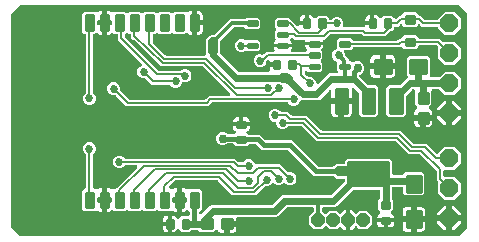
<source format=gbl>
G04 EAGLE Gerber RS-274X export*
G75*
%MOMM*%
%FSLAX34Y34*%
%LPD*%
%INBottom Copper*%
%IPPOS*%
%AMOC8*
5,1,8,0,0,1.08239X$1,22.5*%
G01*
%ADD10C,0.252000*%
%ADD11C,0.250000*%
%ADD12C,0.256031*%
%ADD13C,0.330000*%
%ADD14C,0.253000*%
%ADD15P,1.649562X8X22.500000*%
%ADD16P,1.209679X8X112.500000*%
%ADD17C,0.256000*%
%ADD18C,0.685800*%
%ADD19C,0.609600*%
%ADD20C,0.406400*%
%ADD21C,0.304800*%
%ADD22C,0.152400*%
%ADD23C,0.755600*%
%ADD24C,0.812800*%

G36*
X420269Y54623D02*
X420269Y54623D01*
X420368Y54626D01*
X420426Y54643D01*
X420486Y54651D01*
X420578Y54687D01*
X420674Y54715D01*
X420726Y54745D01*
X420782Y54768D01*
X420862Y54826D01*
X420947Y54876D01*
X421023Y54942D01*
X421039Y54954D01*
X421047Y54964D01*
X421068Y54982D01*
X427618Y61532D01*
X427678Y61610D01*
X427746Y61682D01*
X427775Y61735D01*
X427812Y61783D01*
X427852Y61874D01*
X427900Y61961D01*
X427915Y62019D01*
X427939Y62075D01*
X427954Y62173D01*
X427979Y62268D01*
X427985Y62369D01*
X427989Y62389D01*
X427987Y62401D01*
X427989Y62429D01*
X427989Y242371D01*
X427977Y242469D01*
X427974Y242568D01*
X427957Y242626D01*
X427949Y242686D01*
X427913Y242778D01*
X427885Y242874D01*
X427855Y242926D01*
X427832Y242982D01*
X427774Y243062D01*
X427724Y243147D01*
X427658Y243223D01*
X427646Y243239D01*
X427636Y243247D01*
X427618Y243268D01*
X421068Y249818D01*
X420990Y249878D01*
X420918Y249946D01*
X420865Y249975D01*
X420817Y250012D01*
X420726Y250052D01*
X420639Y250100D01*
X420581Y250115D01*
X420525Y250139D01*
X420427Y250154D01*
X420332Y250179D01*
X420231Y250185D01*
X420211Y250189D01*
X420199Y250187D01*
X420171Y250189D01*
X49729Y250189D01*
X49631Y250177D01*
X49532Y250174D01*
X49474Y250157D01*
X49414Y250149D01*
X49322Y250113D01*
X49226Y250085D01*
X49174Y250055D01*
X49118Y250032D01*
X49038Y249974D01*
X48953Y249924D01*
X48877Y249858D01*
X48861Y249846D01*
X48853Y249836D01*
X48832Y249818D01*
X42282Y243268D01*
X42222Y243190D01*
X42154Y243118D01*
X42125Y243065D01*
X42088Y243017D01*
X42048Y242926D01*
X42000Y242839D01*
X41985Y242781D01*
X41961Y242725D01*
X41946Y242627D01*
X41921Y242531D01*
X41915Y242431D01*
X41911Y242411D01*
X41913Y242399D01*
X41911Y242371D01*
X41911Y62429D01*
X41923Y62331D01*
X41926Y62232D01*
X41943Y62174D01*
X41951Y62114D01*
X41987Y62022D01*
X42015Y61926D01*
X42045Y61874D01*
X42068Y61818D01*
X42126Y61738D01*
X42176Y61653D01*
X42242Y61577D01*
X42254Y61561D01*
X42264Y61553D01*
X42282Y61532D01*
X48832Y54982D01*
X48910Y54922D01*
X48982Y54854D01*
X49035Y54825D01*
X49083Y54788D01*
X49174Y54748D01*
X49261Y54700D01*
X49319Y54685D01*
X49375Y54661D01*
X49473Y54646D01*
X49569Y54621D01*
X49669Y54615D01*
X49689Y54611D01*
X49701Y54613D01*
X49729Y54611D01*
X420171Y54611D01*
X420269Y54623D01*
G37*
%LPC*%
G36*
X338299Y155892D02*
X338299Y155892D01*
X336359Y157832D01*
X336359Y175043D01*
X336346Y175141D01*
X336343Y175240D01*
X336327Y175298D01*
X336319Y175358D01*
X336282Y175450D01*
X336255Y175545D01*
X336224Y175598D01*
X336202Y175654D01*
X336144Y175734D01*
X336093Y175819D01*
X336027Y175895D01*
X336015Y175911D01*
X336006Y175919D01*
X335987Y175940D01*
X332177Y179750D01*
X332067Y179836D01*
X331960Y179924D01*
X331942Y179933D01*
X331926Y179945D01*
X331798Y180001D01*
X331672Y180060D01*
X331653Y180063D01*
X331634Y180072D01*
X331496Y180093D01*
X331360Y180119D01*
X331340Y180118D01*
X331320Y180121D01*
X331181Y180108D01*
X331043Y180100D01*
X331023Y180094D01*
X331003Y180092D01*
X330872Y180044D01*
X330740Y180002D01*
X330723Y179991D01*
X330704Y179984D01*
X330589Y179906D01*
X330471Y179832D01*
X330457Y179817D01*
X330441Y179805D01*
X330349Y179701D01*
X330253Y179600D01*
X330244Y179582D01*
X330230Y179567D01*
X330167Y179443D01*
X330100Y179321D01*
X330095Y179302D01*
X330086Y179284D01*
X330055Y179148D01*
X330020Y179013D01*
X330019Y178985D01*
X330016Y178973D01*
X330017Y178953D01*
X330010Y178853D01*
X330010Y171640D01*
X322644Y171640D01*
X322525Y171625D01*
X322407Y171617D01*
X322368Y171605D01*
X322328Y171600D01*
X322217Y171556D01*
X322104Y171519D01*
X322070Y171498D01*
X322032Y171483D01*
X321936Y171413D01*
X321835Y171349D01*
X321808Y171320D01*
X321775Y171296D01*
X321699Y171204D01*
X321618Y171118D01*
X321598Y171082D01*
X321572Y171051D01*
X321522Y170943D01*
X321464Y170839D01*
X321454Y170800D01*
X321437Y170763D01*
X321414Y170646D01*
X321385Y170531D01*
X321381Y170471D01*
X321377Y170451D01*
X321378Y170431D01*
X321374Y170370D01*
X321374Y169100D01*
X321373Y169100D01*
X321373Y170370D01*
X321358Y170489D01*
X321350Y170607D01*
X321338Y170646D01*
X321333Y170686D01*
X321289Y170797D01*
X321252Y170910D01*
X321231Y170944D01*
X321216Y170982D01*
X321146Y171078D01*
X321082Y171179D01*
X321053Y171206D01*
X321029Y171239D01*
X320937Y171315D01*
X320851Y171396D01*
X320815Y171416D01*
X320784Y171442D01*
X320676Y171493D01*
X320572Y171550D01*
X320533Y171560D01*
X320496Y171577D01*
X320379Y171600D01*
X320264Y171629D01*
X320204Y171633D01*
X320184Y171637D01*
X320164Y171636D01*
X320103Y171640D01*
X312737Y171640D01*
X312737Y177075D01*
X312719Y177212D01*
X312706Y177351D01*
X312699Y177370D01*
X312697Y177390D01*
X312646Y177519D01*
X312599Y177650D01*
X312587Y177667D01*
X312580Y177686D01*
X312498Y177798D01*
X312420Y177914D01*
X312405Y177927D01*
X312393Y177943D01*
X312286Y178032D01*
X312182Y178124D01*
X312164Y178133D01*
X312148Y178146D01*
X312022Y178206D01*
X311898Y178269D01*
X311879Y178273D01*
X311860Y178282D01*
X311724Y178308D01*
X311588Y178338D01*
X311568Y178338D01*
X311548Y178341D01*
X311410Y178333D01*
X311270Y178329D01*
X311251Y178323D01*
X311231Y178322D01*
X311098Y178279D01*
X310965Y178240D01*
X310947Y178230D01*
X310928Y178224D01*
X310810Y178149D01*
X310691Y178079D01*
X310670Y178060D01*
X310659Y178054D01*
X310645Y178039D01*
X310570Y177972D01*
X304523Y171926D01*
X302915Y170318D01*
X301048Y169544D01*
X287914Y169544D01*
X287827Y169580D01*
X287712Y169612D01*
X287600Y169650D01*
X287560Y169654D01*
X287521Y169664D01*
X287402Y169666D01*
X287283Y169676D01*
X287243Y169669D01*
X287203Y169669D01*
X287087Y169642D01*
X286970Y169621D01*
X286933Y169605D01*
X286893Y169595D01*
X286788Y169539D01*
X286680Y169491D01*
X286648Y169465D01*
X286612Y169446D01*
X286524Y169366D01*
X286431Y169292D01*
X286407Y169260D01*
X286377Y169233D01*
X286312Y169133D01*
X286240Y169038D01*
X286213Y168984D01*
X286202Y168967D01*
X286196Y168948D01*
X286169Y168893D01*
X285618Y167562D01*
X284081Y166026D01*
X282074Y165195D01*
X279901Y165195D01*
X277894Y166026D01*
X276430Y167490D01*
X276352Y167550D01*
X276280Y167618D01*
X276227Y167648D01*
X276179Y167685D01*
X276088Y167724D01*
X276001Y167772D01*
X275942Y167787D01*
X275887Y167811D01*
X275789Y167827D01*
X275693Y167851D01*
X275593Y167858D01*
X275573Y167861D01*
X275560Y167860D01*
X275532Y167862D01*
X212027Y167862D01*
X211929Y167849D01*
X211830Y167846D01*
X211772Y167829D01*
X211712Y167822D01*
X211619Y167785D01*
X211524Y167758D01*
X211472Y167727D01*
X211416Y167705D01*
X211336Y167647D01*
X211250Y167596D01*
X211175Y167530D01*
X211159Y167518D01*
X211151Y167508D01*
X211130Y167490D01*
X208326Y164687D01*
X139336Y164687D01*
X130469Y173554D01*
X130390Y173615D01*
X130318Y173683D01*
X130265Y173712D01*
X130217Y173749D01*
X130126Y173788D01*
X130040Y173836D01*
X129981Y173851D01*
X129926Y173875D01*
X129828Y173891D01*
X129732Y173916D01*
X129632Y173922D01*
X129611Y173925D01*
X129599Y173924D01*
X129571Y173926D01*
X127501Y173926D01*
X125494Y174757D01*
X123957Y176294D01*
X123126Y178301D01*
X123126Y180474D01*
X123957Y182481D01*
X125494Y184018D01*
X127501Y184849D01*
X129674Y184849D01*
X131681Y184018D01*
X133218Y182481D01*
X134049Y180474D01*
X134049Y178404D01*
X134062Y178306D01*
X134065Y178207D01*
X134081Y178148D01*
X134089Y178088D01*
X134126Y177996D01*
X134153Y177901D01*
X134184Y177849D01*
X134206Y177793D01*
X134264Y177713D01*
X134315Y177627D01*
X134381Y177552D01*
X134393Y177535D01*
X134402Y177528D01*
X134421Y177506D01*
X141280Y170648D01*
X141358Y170587D01*
X141430Y170519D01*
X141483Y170490D01*
X141531Y170453D01*
X141622Y170413D01*
X141708Y170366D01*
X141767Y170351D01*
X141823Y170326D01*
X141921Y170311D01*
X142016Y170286D01*
X142116Y170280D01*
X142137Y170277D01*
X142149Y170278D01*
X142177Y170276D01*
X205485Y170276D01*
X205584Y170288D01*
X205683Y170291D01*
X205741Y170308D01*
X205801Y170316D01*
X205893Y170352D01*
X205988Y170380D01*
X206040Y170411D01*
X206097Y170433D01*
X206177Y170491D01*
X206262Y170541D01*
X206337Y170608D01*
X206354Y170620D01*
X206362Y170629D01*
X206383Y170648D01*
X209186Y173451D01*
X225932Y173451D01*
X226070Y173468D01*
X226209Y173481D01*
X226228Y173488D01*
X226248Y173491D01*
X226377Y173542D01*
X226508Y173589D01*
X226525Y173600D01*
X226544Y173608D01*
X226656Y173689D01*
X226771Y173768D01*
X226785Y173783D01*
X226801Y173795D01*
X226890Y173902D01*
X226982Y174006D01*
X226991Y174024D01*
X227004Y174040D01*
X227063Y174165D01*
X227126Y174289D01*
X227131Y174309D01*
X227139Y174327D01*
X227165Y174464D01*
X227196Y174600D01*
X227195Y174620D01*
X227199Y174640D01*
X227191Y174778D01*
X227186Y174917D01*
X227181Y174937D01*
X227179Y174957D01*
X227137Y175089D01*
X227098Y175223D01*
X227088Y175240D01*
X227081Y175260D01*
X227007Y175377D01*
X226936Y175497D01*
X226918Y175518D01*
X226911Y175528D01*
X226896Y175542D01*
X226830Y175618D01*
X204002Y198446D01*
X203923Y198507D01*
X203851Y198575D01*
X203798Y198604D01*
X203750Y198641D01*
X203659Y198680D01*
X203573Y198728D01*
X203514Y198743D01*
X203459Y198767D01*
X203361Y198783D01*
X203265Y198808D01*
X203165Y198814D01*
X203144Y198817D01*
X203132Y198816D01*
X203104Y198818D01*
X169932Y198818D01*
X169919Y198816D01*
X169889Y198817D01*
X168745Y198778D01*
X167936Y199587D01*
X167926Y199595D01*
X167905Y199617D01*
X145314Y220701D01*
X145251Y220747D01*
X145195Y220800D01*
X145123Y220839D01*
X145056Y220888D01*
X145042Y220893D01*
X144123Y221812D01*
X144113Y221820D01*
X144092Y221842D01*
X143255Y222623D01*
X143255Y223768D01*
X143254Y223781D01*
X143255Y223811D01*
X143228Y224579D01*
X143213Y224675D01*
X143206Y224772D01*
X143187Y224832D01*
X143177Y224893D01*
X143138Y224982D01*
X143108Y225075D01*
X143075Y225128D01*
X143050Y225185D01*
X142990Y225261D01*
X142938Y225344D01*
X142893Y225386D01*
X142855Y225435D01*
X142778Y225495D01*
X142707Y225562D01*
X142652Y225592D01*
X142603Y225630D01*
X142513Y225668D01*
X142428Y225715D01*
X142368Y225731D01*
X142311Y225755D01*
X142214Y225770D01*
X142120Y225795D01*
X142016Y225801D01*
X141996Y225804D01*
X141985Y225803D01*
X141960Y225805D01*
X141446Y225805D01*
X140597Y226653D01*
X140503Y226726D01*
X140414Y226805D01*
X140378Y226824D01*
X140346Y226848D01*
X140237Y226896D01*
X140131Y226950D01*
X140092Y226959D01*
X140054Y226975D01*
X139937Y226993D01*
X139821Y227019D01*
X139780Y227018D01*
X139740Y227025D01*
X139622Y227013D01*
X139503Y227010D01*
X139464Y226998D01*
X139424Y226995D01*
X139311Y226954D01*
X139197Y226921D01*
X139162Y226901D01*
X139124Y226887D01*
X139026Y226820D01*
X138923Y226760D01*
X138878Y226720D01*
X138861Y226709D01*
X138848Y226693D01*
X138802Y226653D01*
X138104Y225955D01*
X138043Y225877D01*
X137975Y225805D01*
X137946Y225752D01*
X137909Y225704D01*
X137870Y225613D01*
X137822Y225526D01*
X137807Y225467D01*
X137783Y225412D01*
X137767Y225314D01*
X137742Y225218D01*
X137736Y225118D01*
X137733Y225098D01*
X137734Y225085D01*
X137732Y225057D01*
X137732Y223933D01*
X137745Y223835D01*
X137748Y223736D01*
X137764Y223678D01*
X137772Y223618D01*
X137809Y223526D01*
X137836Y223431D01*
X137867Y223378D01*
X137889Y223322D01*
X137947Y223242D01*
X137998Y223157D01*
X138064Y223081D01*
X138076Y223065D01*
X138085Y223057D01*
X138104Y223036D01*
X165886Y195254D01*
X165964Y195193D01*
X166036Y195125D01*
X166089Y195096D01*
X166137Y195059D01*
X166228Y195020D01*
X166315Y194972D01*
X166373Y194957D01*
X166429Y194933D01*
X166527Y194917D01*
X166623Y194892D01*
X166723Y194886D01*
X166743Y194883D01*
X166755Y194884D01*
X166783Y194882D01*
X185045Y194882D01*
X185143Y194895D01*
X185242Y194898D01*
X185300Y194914D01*
X185360Y194922D01*
X185453Y194959D01*
X185548Y194986D01*
X185600Y195017D01*
X185656Y195039D01*
X185733Y195095D01*
X187826Y195962D01*
X189999Y195962D01*
X192006Y195130D01*
X193543Y193594D01*
X194374Y191586D01*
X194374Y189414D01*
X193543Y187406D01*
X192006Y185870D01*
X189999Y185038D01*
X187777Y185038D01*
X187722Y185057D01*
X187682Y185060D01*
X187643Y185071D01*
X187524Y185073D01*
X187405Y185082D01*
X187366Y185075D01*
X187325Y185076D01*
X187209Y185048D01*
X187092Y185028D01*
X187055Y185011D01*
X187016Y185002D01*
X186911Y184946D01*
X186802Y184897D01*
X186770Y184872D01*
X186735Y184853D01*
X186646Y184773D01*
X186554Y184699D01*
X186529Y184666D01*
X186499Y184639D01*
X186434Y184540D01*
X186362Y184445D01*
X186336Y184391D01*
X186325Y184374D01*
X186318Y184354D01*
X186291Y184300D01*
X185605Y182644D01*
X184069Y181107D01*
X182061Y180276D01*
X179889Y180276D01*
X177881Y181107D01*
X176417Y182571D01*
X176339Y182632D01*
X176267Y182700D01*
X176214Y182729D01*
X176166Y182766D01*
X176075Y182805D01*
X175989Y182853D01*
X175930Y182868D01*
X175874Y182892D01*
X175776Y182908D01*
X175681Y182933D01*
X175581Y182939D01*
X175560Y182942D01*
X175548Y182941D01*
X175520Y182943D01*
X160767Y182943D01*
X155869Y187842D01*
X155790Y187902D01*
X155718Y187970D01*
X155665Y187999D01*
X155617Y188036D01*
X155526Y188076D01*
X155440Y188124D01*
X155381Y188139D01*
X155326Y188163D01*
X155228Y188178D01*
X155132Y188203D01*
X155032Y188209D01*
X155011Y188213D01*
X154999Y188211D01*
X154971Y188213D01*
X152901Y188213D01*
X150894Y189045D01*
X149357Y190581D01*
X148526Y192589D01*
X148526Y194761D01*
X149357Y196769D01*
X150894Y198305D01*
X151993Y198761D01*
X152036Y198785D01*
X152083Y198802D01*
X152174Y198864D01*
X152269Y198918D01*
X152305Y198953D01*
X152346Y198981D01*
X152419Y199063D01*
X152497Y199139D01*
X152523Y199182D01*
X152556Y199219D01*
X152606Y199317D01*
X152664Y199410D01*
X152678Y199458D01*
X152701Y199502D01*
X152725Y199609D01*
X152757Y199714D01*
X152760Y199764D01*
X152771Y199812D01*
X152767Y199922D01*
X152772Y200032D01*
X152762Y200081D01*
X152761Y200130D01*
X152730Y200236D01*
X152708Y200344D01*
X152686Y200388D01*
X152672Y200436D01*
X152617Y200530D01*
X152568Y200629D01*
X152536Y200667D01*
X152511Y200710D01*
X152405Y200831D01*
X134152Y219084D01*
X132143Y221092D01*
X132143Y224536D01*
X132128Y224654D01*
X132120Y224772D01*
X132108Y224811D01*
X132103Y224851D01*
X132059Y224962D01*
X132022Y225075D01*
X132001Y225109D01*
X131986Y225147D01*
X131916Y225243D01*
X131852Y225344D01*
X131823Y225371D01*
X131799Y225404D01*
X131707Y225480D01*
X131621Y225562D01*
X131585Y225581D01*
X131554Y225607D01*
X131446Y225658D01*
X131342Y225715D01*
X131303Y225725D01*
X131266Y225742D01*
X131150Y225765D01*
X131034Y225795D01*
X130974Y225798D01*
X130954Y225802D01*
X130934Y225801D01*
X130874Y225805D01*
X128746Y225805D01*
X128257Y226294D01*
X128163Y226367D01*
X128073Y226446D01*
X128037Y226464D01*
X128005Y226489D01*
X127896Y226536D01*
X127790Y226591D01*
X127751Y226599D01*
X127714Y226615D01*
X127596Y226634D01*
X127480Y226660D01*
X127440Y226659D01*
X127399Y226665D01*
X127281Y226654D01*
X127162Y226650D01*
X127123Y226639D01*
X127083Y226635D01*
X126971Y226595D01*
X126856Y226562D01*
X126822Y226542D01*
X126784Y226528D01*
X126685Y226461D01*
X126583Y226401D01*
X126537Y226361D01*
X126520Y226349D01*
X126507Y226334D01*
X126462Y226294D01*
X126224Y226056D01*
X125357Y225556D01*
X124390Y225297D01*
X122899Y225297D01*
X122899Y233088D01*
X125548Y233088D01*
X125666Y233103D01*
X125785Y233111D01*
X125823Y233123D01*
X125864Y233128D01*
X125974Y233172D01*
X126087Y233209D01*
X126122Y233230D01*
X126159Y233245D01*
X126255Y233315D01*
X126356Y233379D01*
X126384Y233408D01*
X126417Y233432D01*
X126493Y233524D01*
X126574Y233610D01*
X126594Y233646D01*
X126619Y233677D01*
X126670Y233785D01*
X126728Y233889D01*
X126738Y233928D01*
X126755Y233965D01*
X126777Y234081D01*
X126807Y234197D01*
X126811Y234257D01*
X126815Y234277D01*
X126813Y234297D01*
X126817Y234357D01*
X126817Y236318D01*
X126802Y236436D01*
X126795Y236554D01*
X126782Y236593D01*
X126777Y236633D01*
X126734Y236744D01*
X126697Y236857D01*
X126675Y236891D01*
X126660Y236929D01*
X126591Y237025D01*
X126527Y237126D01*
X126497Y237153D01*
X126474Y237186D01*
X126382Y237262D01*
X126295Y237344D01*
X126260Y237363D01*
X126229Y237389D01*
X126121Y237440D01*
X126017Y237497D01*
X125977Y237507D01*
X125941Y237524D01*
X125824Y237547D01*
X125709Y237577D01*
X125649Y237580D01*
X125629Y237584D01*
X125608Y237583D01*
X125548Y237587D01*
X122899Y237587D01*
X122899Y245378D01*
X124390Y245378D01*
X125357Y245119D01*
X126224Y244619D01*
X126462Y244381D01*
X126556Y244308D01*
X126645Y244229D01*
X126681Y244211D01*
X126713Y244186D01*
X126822Y244139D01*
X126928Y244084D01*
X126968Y244076D01*
X127005Y244060D01*
X127122Y244041D01*
X127239Y244015D01*
X127279Y244016D01*
X127319Y244010D01*
X127437Y244021D01*
X127556Y244024D01*
X127595Y244036D01*
X127636Y244040D01*
X127748Y244080D01*
X127862Y244113D01*
X127897Y244133D01*
X127935Y244147D01*
X128033Y244214D01*
X128136Y244274D01*
X128181Y244314D01*
X128198Y244326D01*
X128211Y244341D01*
X128257Y244381D01*
X128746Y244870D01*
X137954Y244870D01*
X138802Y244022D01*
X138896Y243949D01*
X138986Y243870D01*
X139022Y243851D01*
X139054Y243827D01*
X139163Y243779D01*
X139269Y243725D01*
X139308Y243716D01*
X139346Y243700D01*
X139463Y243682D01*
X139579Y243656D01*
X139620Y243657D01*
X139660Y243650D01*
X139778Y243662D01*
X139897Y243665D01*
X139936Y243677D01*
X139976Y243680D01*
X140089Y243721D01*
X140203Y243754D01*
X140237Y243774D01*
X140276Y243788D01*
X140374Y243855D01*
X140477Y243915D01*
X140522Y243955D01*
X140539Y243966D01*
X140552Y243982D01*
X140597Y244022D01*
X141446Y244870D01*
X150654Y244870D01*
X151502Y244022D01*
X151596Y243949D01*
X151686Y243870D01*
X151722Y243851D01*
X151754Y243827D01*
X151863Y243779D01*
X151969Y243725D01*
X152008Y243716D01*
X152046Y243700D01*
X152163Y243682D01*
X152279Y243656D01*
X152320Y243657D01*
X152360Y243650D01*
X152478Y243662D01*
X152597Y243665D01*
X152636Y243677D01*
X152676Y243680D01*
X152789Y243721D01*
X152903Y243754D01*
X152937Y243774D01*
X152976Y243788D01*
X153074Y243855D01*
X153177Y243915D01*
X153222Y243955D01*
X153239Y243966D01*
X153252Y243982D01*
X153297Y244022D01*
X154146Y244870D01*
X163354Y244870D01*
X164202Y244022D01*
X164296Y243949D01*
X164386Y243870D01*
X164422Y243851D01*
X164454Y243827D01*
X164563Y243779D01*
X164669Y243725D01*
X164708Y243716D01*
X164746Y243700D01*
X164863Y243682D01*
X164979Y243656D01*
X165020Y243657D01*
X165060Y243650D01*
X165178Y243662D01*
X165297Y243665D01*
X165336Y243677D01*
X165376Y243680D01*
X165489Y243721D01*
X165603Y243754D01*
X165637Y243774D01*
X165676Y243788D01*
X165774Y243855D01*
X165877Y243915D01*
X165922Y243955D01*
X165939Y243966D01*
X165952Y243982D01*
X165997Y244022D01*
X166846Y244870D01*
X176054Y244870D01*
X176902Y244022D01*
X176996Y243949D01*
X177086Y243870D01*
X177122Y243851D01*
X177154Y243827D01*
X177263Y243779D01*
X177369Y243725D01*
X177408Y243716D01*
X177446Y243700D01*
X177563Y243682D01*
X177679Y243656D01*
X177720Y243657D01*
X177760Y243650D01*
X177878Y243662D01*
X177997Y243665D01*
X178036Y243677D01*
X178076Y243680D01*
X178189Y243721D01*
X178303Y243754D01*
X178337Y243774D01*
X178376Y243788D01*
X178474Y243855D01*
X178577Y243915D01*
X178622Y243955D01*
X178639Y243966D01*
X178652Y243982D01*
X178697Y244022D01*
X179546Y244870D01*
X188754Y244870D01*
X189243Y244381D01*
X189337Y244308D01*
X189427Y244229D01*
X189463Y244211D01*
X189495Y244186D01*
X189604Y244139D01*
X189710Y244084D01*
X189749Y244076D01*
X189786Y244060D01*
X189904Y244041D01*
X190020Y244015D01*
X190060Y244016D01*
X190100Y244010D01*
X190219Y244021D01*
X190338Y244024D01*
X190377Y244036D01*
X190417Y244040D01*
X190529Y244080D01*
X190643Y244113D01*
X190678Y244133D01*
X190716Y244147D01*
X190815Y244214D01*
X190917Y244274D01*
X190963Y244314D01*
X190980Y244326D01*
X190993Y244341D01*
X191038Y244381D01*
X191276Y244619D01*
X192143Y245119D01*
X193110Y245378D01*
X194601Y245378D01*
X194601Y236318D01*
X194616Y236199D01*
X194623Y236081D01*
X194635Y236042D01*
X194641Y236002D01*
X194684Y235891D01*
X194721Y235778D01*
X194743Y235744D01*
X194758Y235706D01*
X194827Y235610D01*
X194891Y235510D01*
X194921Y235482D01*
X194944Y235449D01*
X195036Y235373D01*
X195070Y235341D01*
X195062Y235336D01*
X195034Y235307D01*
X195001Y235283D01*
X194925Y235191D01*
X194844Y235104D01*
X194824Y235069D01*
X194799Y235038D01*
X194748Y234930D01*
X194690Y234826D01*
X194680Y234787D01*
X194663Y234750D01*
X194641Y234633D01*
X194611Y234518D01*
X194607Y234458D01*
X194603Y234438D01*
X194605Y234417D01*
X194601Y234357D01*
X194601Y225297D01*
X193110Y225297D01*
X192143Y225556D01*
X191276Y226056D01*
X191038Y226294D01*
X190944Y226367D01*
X190855Y226446D01*
X190819Y226464D01*
X190787Y226489D01*
X190678Y226536D01*
X190572Y226591D01*
X190532Y226599D01*
X190495Y226615D01*
X190377Y226634D01*
X190261Y226660D01*
X190221Y226659D01*
X190181Y226665D01*
X190062Y226654D01*
X189944Y226651D01*
X189905Y226639D01*
X189864Y226635D01*
X189752Y226595D01*
X189638Y226562D01*
X189603Y226542D01*
X189565Y226528D01*
X189467Y226461D01*
X189364Y226401D01*
X189319Y226361D01*
X189302Y226349D01*
X189288Y226334D01*
X189243Y226294D01*
X188754Y225805D01*
X179546Y225805D01*
X178697Y226653D01*
X178603Y226726D01*
X178514Y226805D01*
X178478Y226823D01*
X178446Y226848D01*
X178337Y226896D01*
X178231Y226950D01*
X178192Y226959D01*
X178154Y226975D01*
X178037Y226993D01*
X177921Y227019D01*
X177880Y227018D01*
X177840Y227025D01*
X177722Y227013D01*
X177603Y227010D01*
X177564Y226998D01*
X177524Y226995D01*
X177412Y226954D01*
X177297Y226921D01*
X177262Y226901D01*
X177224Y226887D01*
X177126Y226820D01*
X177023Y226760D01*
X176978Y226720D01*
X176961Y226709D01*
X176948Y226693D01*
X176902Y226653D01*
X176054Y225805D01*
X166846Y225805D01*
X165997Y226653D01*
X165903Y226726D01*
X165814Y226805D01*
X165778Y226823D01*
X165746Y226848D01*
X165637Y226896D01*
X165531Y226950D01*
X165492Y226959D01*
X165454Y226975D01*
X165337Y226993D01*
X165221Y227019D01*
X165180Y227018D01*
X165140Y227025D01*
X165022Y227013D01*
X164903Y227010D01*
X164864Y226998D01*
X164824Y226995D01*
X164712Y226954D01*
X164597Y226921D01*
X164562Y226901D01*
X164524Y226887D01*
X164426Y226820D01*
X164323Y226760D01*
X164278Y226720D01*
X164261Y226709D01*
X164248Y226693D01*
X164202Y226653D01*
X163354Y225805D01*
X162814Y225805D01*
X162696Y225790D01*
X162577Y225782D01*
X162539Y225770D01*
X162498Y225765D01*
X162388Y225721D01*
X162275Y225684D01*
X162240Y225663D01*
X162203Y225648D01*
X162107Y225578D01*
X162006Y225514D01*
X161978Y225485D01*
X161945Y225461D01*
X161869Y225369D01*
X161788Y225283D01*
X161768Y225247D01*
X161743Y225216D01*
X161692Y225108D01*
X161634Y225004D01*
X161624Y224965D01*
X161607Y224928D01*
X161585Y224812D01*
X161555Y224696D01*
X161551Y224636D01*
X161547Y224616D01*
X161549Y224596D01*
X161545Y224536D01*
X161545Y219171D01*
X161557Y219073D01*
X161560Y218974D01*
X161577Y218915D01*
X161585Y218855D01*
X161621Y218763D01*
X161649Y218668D01*
X161679Y218616D01*
X161702Y218560D01*
X161760Y218480D01*
X161810Y218394D01*
X161876Y218319D01*
X161888Y218302D01*
X161898Y218295D01*
X161916Y218273D01*
X172236Y207954D01*
X172314Y207893D01*
X172386Y207825D01*
X172439Y207796D01*
X172487Y207759D01*
X172578Y207720D01*
X172665Y207672D01*
X172723Y207657D01*
X172779Y207633D01*
X172877Y207617D01*
X172973Y207592D01*
X173073Y207586D01*
X173093Y207583D01*
X173105Y207584D01*
X173133Y207582D01*
X205699Y207582D01*
X205748Y207588D01*
X205798Y207586D01*
X205905Y207608D01*
X206015Y207622D01*
X206061Y207640D01*
X206109Y207650D01*
X206208Y207699D01*
X206310Y207739D01*
X206350Y207768D01*
X206395Y207790D01*
X206479Y207861D01*
X206568Y207926D01*
X206599Y207964D01*
X206637Y207996D01*
X206700Y208086D01*
X206770Y208171D01*
X206792Y208216D01*
X206820Y208257D01*
X206859Y208359D01*
X206906Y208459D01*
X206915Y208507D01*
X206933Y208554D01*
X206945Y208663D01*
X206966Y208771D01*
X206963Y208820D01*
X206968Y208870D01*
X206953Y208979D01*
X206946Y209088D01*
X206931Y209136D01*
X206924Y209185D01*
X206872Y209337D01*
X206628Y209925D01*
X206628Y220288D01*
X207556Y222529D01*
X209271Y224244D01*
X211512Y225172D01*
X213266Y225172D01*
X213364Y225184D01*
X213463Y225187D01*
X213521Y225204D01*
X213582Y225212D01*
X213674Y225248D01*
X213769Y225276D01*
X213821Y225306D01*
X213877Y225329D01*
X213957Y225387D01*
X214043Y225437D01*
X214118Y225503D01*
X214135Y225515D01*
X214142Y225525D01*
X214164Y225543D01*
X227102Y238482D01*
X238960Y238482D01*
X239058Y238494D01*
X239157Y238497D01*
X239215Y238514D01*
X239275Y238522D01*
X239367Y238558D01*
X239463Y238586D01*
X239515Y238616D01*
X239571Y238639D01*
X239651Y238697D01*
X239736Y238747D01*
X239812Y238813D01*
X239828Y238825D01*
X239836Y238835D01*
X239857Y238853D01*
X240712Y239708D01*
X250813Y239708D01*
X252745Y237776D01*
X252745Y232074D01*
X250813Y230142D01*
X240712Y230142D01*
X239857Y230997D01*
X239779Y231057D01*
X239707Y231125D01*
X239654Y231154D01*
X239606Y231191D01*
X239515Y231231D01*
X239428Y231279D01*
X239370Y231294D01*
X239314Y231318D01*
X239216Y231333D01*
X239120Y231358D01*
X239020Y231364D01*
X239000Y231368D01*
X238988Y231366D01*
X238960Y231368D01*
X230574Y231368D01*
X230476Y231356D01*
X230377Y231353D01*
X230319Y231336D01*
X230258Y231328D01*
X230166Y231292D01*
X230071Y231264D01*
X230019Y231234D01*
X229963Y231211D01*
X229883Y231153D01*
X229797Y231103D01*
X229722Y231037D01*
X229705Y231025D01*
X229698Y231015D01*
X229676Y230997D01*
X219193Y220514D01*
X219133Y220435D01*
X219065Y220363D01*
X219041Y220319D01*
X219020Y220294D01*
X219014Y220283D01*
X218999Y220262D01*
X218959Y220171D01*
X218911Y220085D01*
X218900Y220039D01*
X218884Y220006D01*
X218881Y219991D01*
X218872Y219970D01*
X218857Y219872D01*
X218832Y219777D01*
X218828Y219712D01*
X218824Y219694D01*
X218825Y219676D01*
X218822Y219656D01*
X218824Y219644D01*
X218822Y219616D01*
X218822Y209840D01*
X218806Y209784D01*
X218806Y209754D01*
X218799Y209725D01*
X218803Y209595D01*
X218801Y209466D01*
X218808Y209437D01*
X218809Y209408D01*
X218845Y209283D01*
X218875Y209157D01*
X218889Y209130D01*
X218898Y209102D01*
X218963Y208990D01*
X219024Y208876D01*
X219044Y208854D01*
X219059Y208828D01*
X219165Y208707D01*
X233508Y194365D01*
X233586Y194304D01*
X233658Y194236D01*
X233711Y194207D01*
X233759Y194170D01*
X233850Y194131D01*
X233937Y194083D01*
X233995Y194068D01*
X234051Y194044D01*
X234149Y194028D01*
X234245Y194003D01*
X234345Y193997D01*
X234365Y193994D01*
X234377Y193995D01*
X234405Y193993D01*
X259469Y193993D01*
X259594Y194009D01*
X259719Y194018D01*
X259751Y194029D01*
X259785Y194033D01*
X259901Y194079D01*
X260021Y194119D01*
X260049Y194138D01*
X260080Y194150D01*
X260182Y194224D01*
X260288Y194292D01*
X260310Y194317D01*
X260338Y194337D01*
X260418Y194434D01*
X260503Y194526D01*
X260519Y194556D01*
X260541Y194582D01*
X260594Y194696D01*
X260654Y194806D01*
X260662Y194839D01*
X260676Y194870D01*
X260700Y194993D01*
X260730Y195115D01*
X260729Y195149D01*
X260736Y195182D01*
X260728Y195307D01*
X260727Y195433D01*
X260717Y195481D01*
X260716Y195499D01*
X260709Y195520D01*
X260695Y195591D01*
X260509Y196285D01*
X260509Y198276D01*
X266070Y198276D01*
X266188Y198291D01*
X266307Y198298D01*
X266345Y198310D01*
X266385Y198316D01*
X266496Y198359D01*
X266609Y198396D01*
X266643Y198418D01*
X266681Y198433D01*
X266777Y198502D01*
X266878Y198566D01*
X266906Y198596D01*
X266938Y198619D01*
X267014Y198711D01*
X267096Y198798D01*
X267115Y198833D01*
X267141Y198864D01*
X267192Y198972D01*
X267249Y199076D01*
X267259Y199116D01*
X267277Y199152D01*
X267299Y199269D01*
X267329Y199384D01*
X267333Y199444D01*
X267336Y199464D01*
X267335Y199485D01*
X267339Y199545D01*
X267339Y200505D01*
X267324Y200623D01*
X267317Y200742D01*
X267304Y200780D01*
X267299Y200821D01*
X267255Y200931D01*
X267219Y201044D01*
X267197Y201079D01*
X267182Y201116D01*
X267112Y201212D01*
X267049Y201313D01*
X267019Y201341D01*
X266995Y201374D01*
X266904Y201450D01*
X266817Y201531D01*
X266782Y201551D01*
X266750Y201576D01*
X266643Y201627D01*
X266538Y201685D01*
X266499Y201695D01*
X266463Y201712D01*
X266346Y201734D01*
X266230Y201764D01*
X266170Y201768D01*
X266150Y201772D01*
X266130Y201770D01*
X266070Y201774D01*
X260509Y201774D01*
X260509Y202693D01*
X260492Y202831D01*
X260479Y202969D01*
X260472Y202988D01*
X260469Y203008D01*
X260418Y203137D01*
X260371Y203269D01*
X260360Y203285D01*
X260352Y203304D01*
X260271Y203417D01*
X260192Y203532D01*
X260177Y203545D01*
X260166Y203561D01*
X260058Y203650D01*
X259954Y203742D01*
X259936Y203751D01*
X259921Y203764D01*
X259794Y203824D01*
X259671Y203887D01*
X259651Y203891D01*
X259633Y203900D01*
X259496Y203926D01*
X259360Y203956D01*
X259340Y203956D01*
X259321Y203959D01*
X259182Y203951D01*
X259043Y203947D01*
X259023Y203941D01*
X259003Y203940D01*
X258871Y203897D01*
X258737Y203858D01*
X258720Y203848D01*
X258701Y203842D01*
X258583Y203767D01*
X258463Y203696D01*
X258442Y203678D01*
X258432Y203671D01*
X258418Y203657D01*
X258342Y203590D01*
X258246Y203493D01*
X258185Y203415D01*
X258117Y203343D01*
X258088Y203290D01*
X258051Y203242D01*
X258012Y203151D01*
X257964Y203065D01*
X257949Y203006D01*
X257925Y202950D01*
X257909Y202852D01*
X257884Y202757D01*
X257878Y202656D01*
X257875Y202636D01*
X257876Y202624D01*
X257874Y202596D01*
X257874Y202114D01*
X257043Y200106D01*
X255506Y198570D01*
X253499Y197738D01*
X251326Y197738D01*
X249319Y198570D01*
X247782Y200106D01*
X246951Y202114D01*
X246951Y204286D01*
X247782Y206294D01*
X249319Y207830D01*
X251336Y208666D01*
X251397Y208662D01*
X253499Y208662D01*
X254137Y208397D01*
X254166Y208390D01*
X254192Y208376D01*
X254319Y208348D01*
X254444Y208313D01*
X254473Y208313D01*
X254502Y208307D01*
X254632Y208310D01*
X254762Y208308D01*
X254791Y208315D01*
X254820Y208316D01*
X254945Y208352D01*
X255071Y208383D01*
X255097Y208396D01*
X255126Y208405D01*
X255237Y208471D01*
X255352Y208531D01*
X255374Y208551D01*
X255400Y208566D01*
X255520Y208673D01*
X255596Y208748D01*
X257605Y210757D01*
X263511Y210757D01*
X263642Y210774D01*
X263774Y210785D01*
X263800Y210794D01*
X263826Y210797D01*
X263949Y210846D01*
X264075Y210889D01*
X264097Y210904D01*
X264122Y210914D01*
X264229Y210992D01*
X264340Y211065D01*
X264358Y211085D01*
X264379Y211101D01*
X264464Y211203D01*
X264553Y211301D01*
X264565Y211325D01*
X264582Y211346D01*
X264639Y211466D01*
X264700Y211583D01*
X264706Y211609D01*
X264718Y211634D01*
X264743Y211763D01*
X264773Y211893D01*
X264772Y211920D01*
X264778Y211946D01*
X264769Y212078D01*
X264767Y212210D01*
X264759Y212237D01*
X264758Y212263D01*
X264717Y212389D01*
X264682Y212517D01*
X264665Y212551D01*
X264660Y212566D01*
X264648Y212584D01*
X264610Y212661D01*
X264431Y212971D01*
X264172Y213939D01*
X264172Y214551D01*
X271557Y214551D01*
X271628Y214560D01*
X271667Y214557D01*
X271687Y214553D01*
X271708Y214555D01*
X271768Y214551D01*
X279153Y214551D01*
X279153Y213939D01*
X278894Y212971D01*
X278715Y212661D01*
X278664Y212539D01*
X278607Y212419D01*
X278602Y212393D01*
X278592Y212368D01*
X278572Y212237D01*
X278547Y212107D01*
X278549Y212080D01*
X278545Y212053D01*
X278559Y211922D01*
X278567Y211790D01*
X278576Y211764D01*
X278578Y211737D01*
X278625Y211613D01*
X278665Y211487D01*
X278680Y211464D01*
X278689Y211439D01*
X278765Y211330D01*
X278835Y211218D01*
X278855Y211200D01*
X278870Y211178D01*
X278970Y211091D01*
X279067Y211000D01*
X279091Y210987D01*
X279111Y210970D01*
X279230Y210911D01*
X279346Y210847D01*
X279372Y210840D01*
X279396Y210828D01*
X279525Y210801D01*
X279653Y210767D01*
X279692Y210765D01*
X279707Y210762D01*
X279729Y210763D01*
X279814Y210757D01*
X290685Y210757D01*
X290783Y210770D01*
X290882Y210773D01*
X290941Y210789D01*
X291001Y210797D01*
X291093Y210834D01*
X291188Y210861D01*
X291240Y210892D01*
X291297Y210914D01*
X291377Y210972D01*
X291462Y211023D01*
X291537Y211089D01*
X291554Y211101D01*
X291562Y211110D01*
X291583Y211129D01*
X291910Y211456D01*
X291983Y211550D01*
X292061Y211639D01*
X292080Y211675D01*
X292105Y211707D01*
X292152Y211816D01*
X292206Y211922D01*
X292215Y211962D01*
X292231Y211999D01*
X292249Y212116D01*
X292276Y212233D01*
X292274Y212273D01*
X292281Y212313D01*
X292270Y212431D01*
X292266Y212550D01*
X292255Y212589D01*
X292251Y212630D01*
X292211Y212742D01*
X292178Y212856D01*
X292157Y212891D01*
X292143Y212929D01*
X292077Y213027D01*
X292016Y213130D01*
X291976Y213175D01*
X291965Y213192D01*
X291949Y213205D01*
X291910Y213251D01*
X291520Y213641D01*
X291019Y214508D01*
X290759Y215476D01*
X290759Y216088D01*
X298145Y216088D01*
X298215Y216097D01*
X298255Y216095D01*
X298275Y216091D01*
X298295Y216092D01*
X298355Y216088D01*
X305741Y216088D01*
X305741Y215476D01*
X305481Y214508D01*
X304980Y213641D01*
X304590Y213251D01*
X304517Y213157D01*
X304439Y213067D01*
X304420Y213031D01*
X304395Y212999D01*
X304348Y212890D01*
X304294Y212784D01*
X304285Y212745D01*
X304269Y212708D01*
X304250Y212590D01*
X304224Y212474D01*
X304226Y212434D01*
X304219Y212394D01*
X304230Y212275D01*
X304234Y212156D01*
X304245Y212117D01*
X304249Y212077D01*
X304289Y211965D01*
X304322Y211851D01*
X304343Y211816D01*
X304357Y211778D01*
X304424Y211679D01*
X304484Y211577D01*
X304524Y211531D01*
X304535Y211515D01*
X304551Y211501D01*
X304590Y211456D01*
X305233Y210813D01*
X305233Y205112D01*
X304231Y204110D01*
X304158Y204016D01*
X304079Y203927D01*
X304061Y203891D01*
X304036Y203859D01*
X303989Y203749D01*
X303935Y203643D01*
X303926Y203604D01*
X303910Y203567D01*
X303891Y203449D01*
X303865Y203333D01*
X303866Y203293D01*
X303860Y203253D01*
X303871Y203134D01*
X303875Y203015D01*
X303886Y202976D01*
X303890Y202936D01*
X303930Y202824D01*
X303963Y202710D01*
X303984Y202675D01*
X303997Y202637D01*
X304064Y202538D01*
X304125Y202436D01*
X304165Y202391D01*
X304176Y202374D01*
X304191Y202360D01*
X304231Y202315D01*
X305233Y201313D01*
X305233Y195612D01*
X303301Y193680D01*
X293199Y193680D01*
X292299Y194580D01*
X292190Y194665D01*
X292082Y194754D01*
X292064Y194762D01*
X292048Y194775D01*
X291920Y194830D01*
X291794Y194889D01*
X291775Y194893D01*
X291756Y194901D01*
X291618Y194923D01*
X291482Y194949D01*
X291462Y194948D01*
X291442Y194951D01*
X291303Y194938D01*
X291165Y194929D01*
X291145Y194923D01*
X291125Y194921D01*
X290994Y194874D01*
X290862Y194831D01*
X290845Y194820D01*
X290826Y194814D01*
X290711Y194735D01*
X290593Y194661D01*
X290579Y194646D01*
X290563Y194635D01*
X290471Y194531D01*
X290375Y194429D01*
X290366Y194412D01*
X290352Y194397D01*
X290289Y194272D01*
X290222Y194151D01*
X290217Y194131D01*
X290208Y194113D01*
X290177Y193977D01*
X290142Y193843D01*
X290141Y193815D01*
X290138Y193803D01*
X290139Y193783D01*
X290132Y193682D01*
X290132Y192977D01*
X290145Y192879D01*
X290148Y192780D01*
X290164Y192722D01*
X290172Y192662D01*
X290209Y192569D01*
X290236Y192474D01*
X290267Y192422D01*
X290289Y192366D01*
X290347Y192286D01*
X290398Y192200D01*
X290440Y192152D01*
X290441Y192151D01*
X290443Y192149D01*
X290464Y192125D01*
X290476Y192109D01*
X290485Y192101D01*
X290504Y192080D01*
X292600Y189983D01*
X292678Y189923D01*
X292750Y189855D01*
X292803Y189826D01*
X292851Y189789D01*
X292942Y189749D01*
X293029Y189701D01*
X293088Y189686D01*
X293143Y189662D01*
X293241Y189647D01*
X293337Y189622D01*
X293437Y189616D01*
X293457Y189612D01*
X293470Y189614D01*
X293498Y189612D01*
X295568Y189612D01*
X297575Y188780D01*
X299112Y187244D01*
X299943Y185236D01*
X299943Y184780D01*
X299960Y184642D01*
X299973Y184504D01*
X299980Y184484D01*
X299983Y184464D01*
X300034Y184335D01*
X300081Y184204D01*
X300092Y184188D01*
X300100Y184169D01*
X300182Y184056D01*
X300260Y183941D01*
X300275Y183928D01*
X300287Y183911D01*
X300394Y183823D01*
X300498Y183731D01*
X300516Y183722D01*
X300532Y183709D01*
X300657Y183649D01*
X300781Y183586D01*
X300801Y183582D01*
X300819Y183573D01*
X300956Y183547D01*
X301092Y183516D01*
X301112Y183517D01*
X301132Y183513D01*
X301270Y183522D01*
X301409Y183526D01*
X301429Y183532D01*
X301449Y183533D01*
X301581Y183576D01*
X301715Y183615D01*
X301732Y183625D01*
X301752Y183631D01*
X301869Y183706D01*
X301989Y183776D01*
X302010Y183795D01*
X302020Y183801D01*
X302034Y183816D01*
X302110Y183882D01*
X308252Y190024D01*
X309860Y191632D01*
X311727Y192406D01*
X317309Y192406D01*
X317447Y192423D01*
X317585Y192436D01*
X317604Y192443D01*
X317624Y192446D01*
X317753Y192497D01*
X317885Y192544D01*
X317901Y192555D01*
X317920Y192563D01*
X318032Y192644D01*
X318148Y192722D01*
X318161Y192738D01*
X318177Y192749D01*
X318266Y192857D01*
X318358Y192961D01*
X318367Y192979D01*
X318380Y192994D01*
X318439Y193120D01*
X318503Y193244D01*
X318507Y193264D01*
X318516Y193282D01*
X318542Y193419D01*
X318572Y193554D01*
X318572Y193575D01*
X318576Y193594D01*
X318567Y193733D01*
X318563Y193872D01*
X318557Y193892D01*
X318556Y193912D01*
X318513Y194044D01*
X318474Y194178D01*
X318464Y194195D01*
X318458Y194214D01*
X318383Y194332D01*
X318313Y194452D01*
X318294Y194473D01*
X318288Y194483D01*
X318273Y194497D01*
X318206Y194572D01*
X317167Y195612D01*
X317167Y201443D01*
X317185Y201496D01*
X317229Y201597D01*
X317237Y201646D01*
X317253Y201693D01*
X317262Y201803D01*
X317279Y201911D01*
X317274Y201961D01*
X317278Y202010D01*
X317259Y202119D01*
X317249Y202228D01*
X317232Y202275D01*
X317224Y202324D01*
X317179Y202424D01*
X317142Y202527D01*
X317114Y202568D01*
X317093Y202614D01*
X317025Y202699D01*
X316963Y202790D01*
X316926Y202823D01*
X316895Y202862D01*
X316807Y202928D01*
X316725Y203001D01*
X316680Y203023D01*
X316641Y203053D01*
X316496Y203124D01*
X315994Y203332D01*
X314457Y204869D01*
X313626Y206876D01*
X313626Y209049D01*
X314457Y211056D01*
X315994Y212593D01*
X316496Y212801D01*
X316539Y212826D01*
X316586Y212842D01*
X316677Y212904D01*
X316772Y212958D01*
X316808Y212993D01*
X316849Y213021D01*
X316922Y213103D01*
X317001Y213180D01*
X317027Y213222D01*
X317060Y213259D01*
X317110Y213357D01*
X317167Y213451D01*
X317182Y213498D01*
X317204Y213543D01*
X317228Y213650D01*
X317261Y213755D01*
X317263Y213804D01*
X317274Y213853D01*
X317271Y213963D01*
X317276Y214072D01*
X317266Y214121D01*
X317264Y214171D01*
X317234Y214276D01*
X317211Y214384D01*
X317190Y214429D01*
X317176Y214476D01*
X317167Y214491D01*
X317167Y220313D01*
X319099Y222245D01*
X329201Y222245D01*
X330817Y220629D01*
X330895Y220568D01*
X330968Y220500D01*
X331021Y220471D01*
X331068Y220434D01*
X331159Y220395D01*
X331246Y220347D01*
X331305Y220332D01*
X331360Y220308D01*
X331458Y220292D01*
X331554Y220267D01*
X331654Y220261D01*
X331674Y220258D01*
X331687Y220259D01*
X331715Y220257D01*
X331747Y220257D01*
X331750Y220258D01*
X331757Y220257D01*
X333276Y220269D01*
X333370Y220282D01*
X333386Y220282D01*
X334946Y220282D01*
X334950Y220283D01*
X334956Y220282D01*
X336461Y220294D01*
X336467Y220292D01*
X336578Y220285D01*
X336596Y220283D01*
X336606Y220284D01*
X336627Y220282D01*
X368204Y220282D01*
X368302Y220295D01*
X368401Y220298D01*
X368460Y220314D01*
X368520Y220322D01*
X368612Y220359D01*
X368707Y220386D01*
X368759Y220417D01*
X368815Y220439D01*
X368895Y220497D01*
X368981Y220548D01*
X369056Y220614D01*
X369073Y220626D01*
X369080Y220635D01*
X369102Y220654D01*
X370317Y221870D01*
X371111Y221870D01*
X371229Y221885D01*
X371347Y221892D01*
X371386Y221905D01*
X371426Y221910D01*
X371537Y221953D01*
X371650Y221990D01*
X371684Y222012D01*
X371722Y222027D01*
X371818Y222096D01*
X371919Y222160D01*
X371946Y222190D01*
X371979Y222213D01*
X372055Y222305D01*
X372137Y222392D01*
X372156Y222427D01*
X372182Y222458D01*
X372233Y222566D01*
X372290Y222670D01*
X372300Y222710D01*
X372317Y222746D01*
X372340Y222863D01*
X372370Y222978D01*
X372373Y223038D01*
X372377Y223058D01*
X372376Y223079D01*
X372380Y223139D01*
X372380Y223192D01*
X374320Y225133D01*
X384505Y225133D01*
X386445Y223192D01*
X386445Y223139D01*
X386460Y223021D01*
X386468Y222902D01*
X386480Y222864D01*
X386485Y222823D01*
X386529Y222713D01*
X386566Y222600D01*
X386587Y222565D01*
X386602Y222528D01*
X386672Y222432D01*
X386736Y222331D01*
X386765Y222303D01*
X386789Y222270D01*
X386881Y222194D01*
X386967Y222113D01*
X387003Y222093D01*
X387034Y222068D01*
X387142Y222017D01*
X387246Y221959D01*
X387285Y221949D01*
X387322Y221932D01*
X387438Y221910D01*
X387554Y221880D01*
X387614Y221876D01*
X387634Y221872D01*
X387654Y221874D01*
X387714Y221870D01*
X404383Y221870D01*
X407003Y219249D01*
X407097Y219176D01*
X407187Y219097D01*
X407223Y219079D01*
X407254Y219054D01*
X407364Y219007D01*
X407470Y218953D01*
X407509Y218944D01*
X407546Y218928D01*
X407664Y218909D01*
X407780Y218883D01*
X407820Y218884D01*
X407860Y218878D01*
X407979Y218889D01*
X408098Y218893D01*
X408137Y218904D01*
X408177Y218908D01*
X408289Y218948D01*
X408403Y218981D01*
X408438Y219002D01*
X408476Y219015D01*
X408575Y219082D01*
X408677Y219143D01*
X408723Y219183D01*
X408739Y219194D01*
X408747Y219203D01*
X416748Y219203D01*
X422403Y213548D01*
X422403Y205552D01*
X416748Y199897D01*
X408752Y199897D01*
X403097Y205552D01*
X403097Y213562D01*
X403124Y213596D01*
X403203Y213685D01*
X403221Y213721D01*
X403246Y213753D01*
X403293Y213862D01*
X403347Y213968D01*
X403356Y214008D01*
X403372Y214045D01*
X403391Y214162D01*
X403417Y214279D01*
X403416Y214319D01*
X403422Y214359D01*
X403411Y214478D01*
X403407Y214597D01*
X403396Y214635D01*
X403392Y214676D01*
X403352Y214787D01*
X403319Y214902D01*
X403298Y214937D01*
X403285Y214975D01*
X403218Y215073D01*
X403157Y215176D01*
X403117Y215221D01*
X403106Y215238D01*
X403091Y215252D01*
X403051Y215297D01*
X402439Y215909D01*
X402361Y215969D01*
X402289Y216037D01*
X402236Y216066D01*
X402188Y216103D01*
X402097Y216143D01*
X402010Y216191D01*
X401952Y216206D01*
X401896Y216230D01*
X401798Y216245D01*
X401702Y216270D01*
X401602Y216276D01*
X401582Y216280D01*
X401570Y216278D01*
X401542Y216280D01*
X387714Y216280D01*
X387596Y216265D01*
X387478Y216258D01*
X387439Y216245D01*
X387399Y216240D01*
X387288Y216197D01*
X387175Y216160D01*
X387141Y216138D01*
X387103Y216123D01*
X387007Y216054D01*
X386906Y215990D01*
X386879Y215960D01*
X386846Y215937D01*
X386770Y215845D01*
X386688Y215758D01*
X386669Y215723D01*
X386643Y215692D01*
X386592Y215584D01*
X386535Y215480D01*
X386525Y215440D01*
X386508Y215404D01*
X386485Y215287D01*
X386455Y215172D01*
X386452Y215112D01*
X386448Y215092D01*
X386449Y215071D01*
X386445Y215011D01*
X386445Y215008D01*
X384505Y213067D01*
X374320Y213067D01*
X372767Y214620D01*
X372673Y214693D01*
X372584Y214772D01*
X372548Y214790D01*
X372516Y214815D01*
X372407Y214862D01*
X372301Y214916D01*
X372262Y214925D01*
X372224Y214941D01*
X372107Y214960D01*
X371991Y214986D01*
X371950Y214985D01*
X371910Y214991D01*
X371792Y214980D01*
X371673Y214976D01*
X371634Y214965D01*
X371594Y214961D01*
X371481Y214921D01*
X371367Y214888D01*
X371332Y214868D01*
X371294Y214854D01*
X371196Y214787D01*
X371093Y214727D01*
X371055Y214693D01*
X334978Y214693D01*
X334975Y214692D01*
X334968Y214693D01*
X333449Y214681D01*
X333355Y214668D01*
X333339Y214668D01*
X331779Y214668D01*
X331775Y214667D01*
X331769Y214668D01*
X331704Y214667D01*
X331611Y214655D01*
X331517Y214652D01*
X331454Y214634D01*
X331389Y214625D01*
X331302Y214590D01*
X331211Y214563D01*
X331155Y214530D01*
X331094Y214506D01*
X331019Y214450D01*
X330938Y214402D01*
X330853Y214327D01*
X330838Y214317D01*
X330833Y214309D01*
X330817Y214296D01*
X329201Y212680D01*
X324945Y212680D01*
X324895Y212674D01*
X324846Y212676D01*
X324738Y212654D01*
X324629Y212640D01*
X324583Y212622D01*
X324534Y212612D01*
X324436Y212563D01*
X324334Y212523D01*
X324294Y212494D01*
X324249Y212472D01*
X324165Y212401D01*
X324076Y212336D01*
X324045Y212298D01*
X324007Y212266D01*
X323943Y212176D01*
X323873Y212091D01*
X323852Y212046D01*
X323824Y212006D01*
X323785Y211903D01*
X323738Y211803D01*
X323729Y211755D01*
X323711Y211708D01*
X323699Y211599D01*
X323678Y211491D01*
X323681Y211442D01*
X323676Y211392D01*
X323691Y211283D01*
X323698Y211174D01*
X323713Y211126D01*
X323720Y211077D01*
X323772Y210925D01*
X324549Y209049D01*
X324549Y208056D01*
X324562Y207958D01*
X324565Y207859D01*
X324581Y207801D01*
X324589Y207741D01*
X324626Y207649D01*
X324653Y207554D01*
X324684Y207502D01*
X324706Y207445D01*
X324764Y207365D01*
X324815Y207280D01*
X324881Y207204D01*
X324893Y207188D01*
X324902Y207180D01*
X324921Y207159D01*
X327407Y204673D01*
X327407Y204514D01*
X327422Y204396D01*
X327429Y204278D01*
X327442Y204239D01*
X327447Y204199D01*
X327490Y204088D01*
X327527Y203975D01*
X327549Y203941D01*
X327564Y203903D01*
X327633Y203807D01*
X327697Y203706D01*
X327727Y203679D01*
X327750Y203646D01*
X327842Y203570D01*
X327929Y203488D01*
X327964Y203469D01*
X327995Y203443D01*
X328103Y203392D01*
X328207Y203335D01*
X328247Y203325D01*
X328283Y203308D01*
X328400Y203285D01*
X328515Y203255D01*
X328575Y203252D01*
X328595Y203248D01*
X328616Y203249D01*
X328676Y203245D01*
X329201Y203245D01*
X330364Y202083D01*
X330387Y202064D01*
X330406Y202042D01*
X330512Y201967D01*
X330615Y201888D01*
X330642Y201876D01*
X330666Y201859D01*
X330788Y201813D01*
X330907Y201761D01*
X330936Y201757D01*
X330963Y201746D01*
X331092Y201732D01*
X331221Y201711D01*
X331250Y201714D01*
X331280Y201711D01*
X331408Y201729D01*
X331537Y201741D01*
X331565Y201751D01*
X331594Y201755D01*
X331747Y201807D01*
X333807Y202661D01*
X336118Y202661D01*
X338254Y201776D01*
X339889Y200141D01*
X340773Y198006D01*
X340773Y195694D01*
X339889Y193559D01*
X338254Y191924D01*
X337265Y191514D01*
X337222Y191490D01*
X337175Y191473D01*
X337084Y191411D01*
X336989Y191357D01*
X336953Y191322D01*
X336912Y191294D01*
X336840Y191212D01*
X336761Y191136D01*
X336735Y191093D01*
X336702Y191056D01*
X336652Y190958D01*
X336594Y190864D01*
X336580Y190817D01*
X336557Y190773D01*
X336533Y190665D01*
X336501Y190560D01*
X336498Y190511D01*
X336487Y190462D01*
X336491Y190353D01*
X336486Y190243D01*
X336496Y190194D01*
X336497Y190145D01*
X336528Y190039D01*
X336550Y189931D01*
X336572Y189887D01*
X336586Y189839D01*
X336641Y189744D01*
X336690Y189646D01*
X336722Y189608D01*
X336747Y189565D01*
X336853Y189444D01*
X343617Y182681D01*
X343695Y182620D01*
X343767Y182552D01*
X343820Y182523D01*
X343868Y182486D01*
X343959Y182447D01*
X344046Y182399D01*
X344104Y182384D01*
X344160Y182360D01*
X344258Y182344D01*
X344354Y182319D01*
X344454Y182313D01*
X344474Y182310D01*
X344486Y182311D01*
X344514Y182309D01*
X350676Y182309D01*
X352616Y180369D01*
X352616Y157832D01*
X350676Y155892D01*
X338299Y155892D01*
G37*
%LPD*%
%LPC*%
G36*
X219651Y57547D02*
X219651Y57547D01*
X218687Y57805D01*
X217822Y58304D01*
X217117Y59010D01*
X216790Y59576D01*
X216714Y59675D01*
X216644Y59780D01*
X216618Y59802D01*
X216598Y59829D01*
X216499Y59907D01*
X216405Y59990D01*
X216375Y60006D01*
X216349Y60026D01*
X216234Y60078D01*
X216122Y60135D01*
X216089Y60142D01*
X216058Y60156D01*
X215934Y60177D01*
X215812Y60204D01*
X215778Y60203D01*
X215745Y60209D01*
X215619Y60199D01*
X215494Y60195D01*
X215461Y60185D01*
X215428Y60183D01*
X215309Y60141D01*
X215188Y60106D01*
X215159Y60089D01*
X215127Y60078D01*
X215022Y60009D01*
X214914Y59945D01*
X214878Y59913D01*
X214862Y59902D01*
X214848Y59886D01*
X214793Y59838D01*
X213010Y58055D01*
X201790Y58055D01*
X200210Y59635D01*
X200132Y59696D01*
X200060Y59764D01*
X200007Y59793D01*
X199959Y59830D01*
X199868Y59869D01*
X199781Y59917D01*
X199723Y59932D01*
X199667Y59956D01*
X199569Y59972D01*
X199473Y59997D01*
X199373Y60003D01*
X199353Y60006D01*
X199341Y60005D01*
X199313Y60007D01*
X194644Y60007D01*
X194546Y59994D01*
X194447Y59991D01*
X194389Y59975D01*
X194329Y59967D01*
X194237Y59931D01*
X194141Y59903D01*
X194089Y59872D01*
X194033Y59850D01*
X193953Y59792D01*
X193867Y59741D01*
X193792Y59675D01*
X193776Y59663D01*
X193768Y59654D01*
X193747Y59635D01*
X192666Y58555D01*
X185459Y58555D01*
X183669Y60345D01*
X183569Y60422D01*
X183474Y60504D01*
X183444Y60519D01*
X183417Y60540D01*
X183302Y60590D01*
X183189Y60646D01*
X183156Y60653D01*
X183125Y60666D01*
X183001Y60686D01*
X182878Y60712D01*
X182845Y60711D01*
X182811Y60716D01*
X182686Y60704D01*
X182561Y60699D01*
X182528Y60689D01*
X182495Y60686D01*
X182376Y60644D01*
X182256Y60607D01*
X182227Y60590D01*
X182195Y60579D01*
X182091Y60508D01*
X181984Y60443D01*
X181960Y60419D01*
X181932Y60400D01*
X181849Y60306D01*
X181761Y60216D01*
X181734Y60175D01*
X181722Y60162D01*
X181712Y60142D01*
X181672Y60082D01*
X181344Y59514D01*
X180636Y58806D01*
X179769Y58306D01*
X178803Y58047D01*
X177812Y58047D01*
X177812Y64607D01*
X177797Y64726D01*
X177789Y64844D01*
X177777Y64883D01*
X177772Y64923D01*
X177728Y65034D01*
X177712Y65082D01*
X177722Y65099D01*
X177732Y65138D01*
X177749Y65175D01*
X177772Y65291D01*
X177802Y65407D01*
X177805Y65467D01*
X177809Y65487D01*
X177808Y65508D01*
X177812Y65568D01*
X177812Y72128D01*
X178803Y72128D01*
X179769Y71869D01*
X180636Y71369D01*
X181344Y70661D01*
X181672Y70093D01*
X181748Y69993D01*
X181818Y69889D01*
X181844Y69867D01*
X181864Y69840D01*
X181963Y69761D01*
X182057Y69678D01*
X182087Y69663D01*
X182113Y69642D01*
X182228Y69591D01*
X182340Y69534D01*
X182373Y69526D01*
X182404Y69513D01*
X182528Y69492D01*
X182650Y69464D01*
X182684Y69465D01*
X182717Y69460D01*
X182843Y69470D01*
X182968Y69474D01*
X183001Y69483D01*
X183034Y69486D01*
X183153Y69527D01*
X183274Y69562D01*
X183303Y69579D01*
X183335Y69590D01*
X183440Y69660D01*
X183548Y69724D01*
X183584Y69756D01*
X183600Y69766D01*
X183614Y69782D01*
X183669Y69830D01*
X185459Y71620D01*
X191516Y71620D01*
X191634Y71635D01*
X191753Y71643D01*
X191791Y71655D01*
X191832Y71660D01*
X191942Y71704D01*
X192055Y71741D01*
X192090Y71762D01*
X192127Y71777D01*
X192223Y71847D01*
X192324Y71911D01*
X192352Y71940D01*
X192385Y71964D01*
X192461Y72056D01*
X192542Y72142D01*
X192562Y72178D01*
X192587Y72209D01*
X192638Y72317D01*
X192696Y72421D01*
X192706Y72460D01*
X192723Y72497D01*
X192745Y72613D01*
X192775Y72729D01*
X192779Y72789D01*
X192783Y72809D01*
X192781Y72829D01*
X192785Y72889D01*
X192785Y74740D01*
X192773Y74838D01*
X192770Y74937D01*
X192753Y74995D01*
X192745Y75055D01*
X192709Y75147D01*
X192681Y75243D01*
X192651Y75295D01*
X192628Y75351D01*
X192570Y75431D01*
X192520Y75517D01*
X192454Y75592D01*
X192442Y75608D01*
X192432Y75616D01*
X192414Y75637D01*
X191757Y76294D01*
X191663Y76367D01*
X191573Y76446D01*
X191537Y76464D01*
X191505Y76489D01*
X191396Y76536D01*
X191290Y76591D01*
X191251Y76599D01*
X191214Y76615D01*
X191096Y76634D01*
X190980Y76660D01*
X190940Y76659D01*
X190899Y76665D01*
X190781Y76654D01*
X190662Y76650D01*
X190623Y76639D01*
X190583Y76635D01*
X190471Y76595D01*
X190356Y76562D01*
X190322Y76542D01*
X190284Y76528D01*
X190185Y76461D01*
X190083Y76401D01*
X190037Y76361D01*
X190020Y76349D01*
X190007Y76334D01*
X189962Y76294D01*
X189724Y76056D01*
X188857Y75556D01*
X187890Y75297D01*
X186399Y75297D01*
X186399Y83088D01*
X189048Y83088D01*
X189166Y83103D01*
X189285Y83111D01*
X189323Y83123D01*
X189364Y83128D01*
X189474Y83172D01*
X189587Y83209D01*
X189622Y83230D01*
X189659Y83245D01*
X189755Y83315D01*
X189856Y83379D01*
X189884Y83408D01*
X189917Y83432D01*
X189993Y83524D01*
X190074Y83610D01*
X190094Y83646D01*
X190119Y83677D01*
X190170Y83785D01*
X190228Y83889D01*
X190238Y83928D01*
X190255Y83965D01*
X190277Y84081D01*
X190307Y84197D01*
X190311Y84257D01*
X190315Y84277D01*
X190313Y84297D01*
X190317Y84357D01*
X190317Y86318D01*
X190302Y86436D01*
X190295Y86554D01*
X190282Y86593D01*
X190277Y86633D01*
X190234Y86744D01*
X190197Y86857D01*
X190175Y86891D01*
X190160Y86929D01*
X190091Y87025D01*
X190027Y87126D01*
X189997Y87153D01*
X189974Y87186D01*
X189882Y87262D01*
X189795Y87344D01*
X189760Y87363D01*
X189729Y87389D01*
X189621Y87440D01*
X189517Y87497D01*
X189477Y87507D01*
X189441Y87524D01*
X189324Y87547D01*
X189209Y87577D01*
X189149Y87580D01*
X189129Y87584D01*
X189108Y87583D01*
X189048Y87587D01*
X186399Y87587D01*
X186399Y95378D01*
X187890Y95378D01*
X188857Y95119D01*
X189724Y94619D01*
X189962Y94381D01*
X190056Y94308D01*
X190145Y94229D01*
X190181Y94211D01*
X190213Y94186D01*
X190322Y94139D01*
X190428Y94084D01*
X190468Y94076D01*
X190505Y94060D01*
X190622Y94041D01*
X190739Y94015D01*
X190779Y94016D01*
X190819Y94010D01*
X190937Y94021D01*
X191056Y94024D01*
X191095Y94036D01*
X191136Y94040D01*
X191248Y94080D01*
X191362Y94113D01*
X191397Y94133D01*
X191435Y94147D01*
X191533Y94214D01*
X191636Y94274D01*
X191681Y94314D01*
X191698Y94326D01*
X191711Y94341D01*
X191757Y94381D01*
X192246Y94870D01*
X201454Y94870D01*
X203383Y92941D01*
X203383Y77734D01*
X201286Y75637D01*
X201226Y75559D01*
X201158Y75487D01*
X201129Y75434D01*
X201092Y75386D01*
X201052Y75295D01*
X201004Y75208D01*
X200989Y75150D01*
X200965Y75094D01*
X200950Y74996D01*
X200925Y74901D01*
X200919Y74801D01*
X200915Y74780D01*
X200917Y74768D01*
X200915Y74740D01*
X200915Y74639D01*
X200932Y74501D01*
X200945Y74363D01*
X200952Y74344D01*
X200955Y74324D01*
X201006Y74194D01*
X201053Y74064D01*
X201064Y74047D01*
X201072Y74028D01*
X201153Y73915D01*
X201231Y73800D01*
X201247Y73787D01*
X201258Y73771D01*
X201366Y73682D01*
X201470Y73590D01*
X201488Y73581D01*
X201503Y73568D01*
X201629Y73509D01*
X201753Y73445D01*
X201773Y73441D01*
X201791Y73432D01*
X201927Y73406D01*
X202063Y73376D01*
X202084Y73376D01*
X202103Y73373D01*
X202242Y73381D01*
X202381Y73385D01*
X202401Y73391D01*
X202421Y73392D01*
X202553Y73435D01*
X202687Y73474D01*
X202704Y73484D01*
X202723Y73490D01*
X202841Y73565D01*
X202961Y73635D01*
X202982Y73654D01*
X202992Y73660D01*
X203006Y73675D01*
X203082Y73742D01*
X203676Y74336D01*
X209847Y80507D01*
X211714Y81281D01*
X262482Y81281D01*
X262580Y81293D01*
X262679Y81296D01*
X262738Y81313D01*
X262798Y81321D01*
X262890Y81357D01*
X262985Y81385D01*
X263037Y81415D01*
X263093Y81438D01*
X263173Y81496D01*
X263259Y81546D01*
X263334Y81612D01*
X263351Y81624D01*
X263359Y81634D01*
X263380Y81652D01*
X270172Y88445D01*
X272039Y89218D01*
X311695Y89218D01*
X311793Y89231D01*
X311892Y89234D01*
X311950Y89250D01*
X312010Y89258D01*
X312102Y89295D01*
X312197Y89322D01*
X312250Y89353D01*
X312306Y89375D01*
X312386Y89433D01*
X312471Y89484D01*
X312547Y89550D01*
X312563Y89562D01*
X312571Y89571D01*
X312592Y89590D01*
X324083Y101081D01*
X324144Y101159D01*
X324212Y101231D01*
X324241Y101284D01*
X324278Y101332D01*
X324317Y101423D01*
X324365Y101510D01*
X324380Y101568D01*
X324404Y101624D01*
X324420Y101722D01*
X324445Y101818D01*
X324451Y101918D01*
X324454Y101938D01*
X324453Y101950D01*
X324455Y101978D01*
X324455Y102172D01*
X324440Y102290D01*
X324432Y102408D01*
X324420Y102447D01*
X324415Y102487D01*
X324371Y102598D01*
X324334Y102711D01*
X324313Y102745D01*
X324298Y102783D01*
X324228Y102879D01*
X324164Y102980D01*
X324135Y103007D01*
X324111Y103040D01*
X324019Y103116D01*
X323933Y103198D01*
X323897Y103217D01*
X323866Y103243D01*
X323758Y103294D01*
X323654Y103351D01*
X323615Y103361D01*
X323578Y103378D01*
X323462Y103401D01*
X323346Y103431D01*
X323286Y103434D01*
X323266Y103438D01*
X323246Y103437D01*
X323186Y103441D01*
X317875Y103441D01*
X315634Y104369D01*
X314902Y105101D01*
X314824Y105162D01*
X314752Y105230D01*
X314699Y105259D01*
X314651Y105296D01*
X314560Y105335D01*
X314473Y105383D01*
X314414Y105398D01*
X314359Y105422D01*
X314261Y105438D01*
X314165Y105463D01*
X314065Y105469D01*
X314045Y105472D01*
X314032Y105471D01*
X314004Y105473D01*
X298354Y105473D01*
X276501Y127326D01*
X276422Y127387D01*
X276350Y127455D01*
X276297Y127484D01*
X276249Y127521D01*
X276158Y127560D01*
X276072Y127608D01*
X276013Y127623D01*
X275957Y127647D01*
X275859Y127663D01*
X275764Y127688D01*
X275664Y127694D01*
X275643Y127697D01*
X275631Y127696D01*
X275603Y127698D01*
X253904Y127698D01*
X249513Y132089D01*
X249435Y132149D01*
X249363Y132217D01*
X249310Y132246D01*
X249262Y132283D01*
X249171Y132323D01*
X249084Y132371D01*
X249026Y132386D01*
X248970Y132410D01*
X248872Y132425D01*
X248776Y132450D01*
X248676Y132456D01*
X248656Y132460D01*
X248644Y132458D01*
X248616Y132460D01*
X243285Y132460D01*
X243187Y132448D01*
X243088Y132445D01*
X243030Y132428D01*
X242970Y132420D01*
X242878Y132384D01*
X242782Y132356D01*
X242730Y132326D01*
X242674Y132303D01*
X242594Y132245D01*
X242508Y132195D01*
X242433Y132129D01*
X242417Y132117D01*
X242409Y132107D01*
X242388Y132089D01*
X241141Y130842D01*
X231934Y130842D01*
X229894Y132882D01*
X229815Y132943D01*
X229743Y133011D01*
X229690Y133040D01*
X229642Y133077D01*
X229551Y133117D01*
X229465Y133164D01*
X229406Y133179D01*
X229350Y133204D01*
X229253Y133219D01*
X229157Y133244D01*
X229057Y133250D01*
X229036Y133253D01*
X229024Y133252D01*
X228996Y133254D01*
X225341Y133254D01*
X225243Y133242D01*
X225144Y133239D01*
X225086Y133222D01*
X225026Y133214D01*
X224933Y133178D01*
X224838Y133150D01*
X224786Y133119D01*
X224730Y133097D01*
X224650Y133039D01*
X224564Y132989D01*
X224489Y132922D01*
X224473Y132910D01*
X224465Y132901D01*
X224444Y132882D01*
X223954Y132393D01*
X221818Y131508D01*
X219507Y131508D01*
X217371Y132393D01*
X215736Y134027D01*
X214852Y136163D01*
X214852Y138475D01*
X215736Y140610D01*
X217371Y142245D01*
X219507Y143129D01*
X221818Y143129D01*
X223954Y142245D01*
X224444Y141755D01*
X224522Y141695D01*
X224594Y141627D01*
X224647Y141597D01*
X224695Y141560D01*
X224786Y141521D01*
X224872Y141473D01*
X224931Y141458D01*
X224987Y141434D01*
X225085Y141418D01*
X225180Y141394D01*
X225280Y141387D01*
X225301Y141384D01*
X225313Y141385D01*
X225341Y141383D01*
X230884Y141383D01*
X230981Y141396D01*
X231079Y141399D01*
X231138Y141416D01*
X231199Y141423D01*
X231290Y141459D01*
X231385Y141487D01*
X231438Y141518D01*
X231495Y141540D01*
X231574Y141598D01*
X231659Y141648D01*
X231736Y141715D01*
X231744Y141721D01*
X231746Y141723D01*
X231752Y141727D01*
X231760Y141736D01*
X231780Y141754D01*
X231794Y141768D01*
X231872Y141868D01*
X231954Y141963D01*
X231969Y141993D01*
X231989Y142019D01*
X232039Y142135D01*
X232096Y142248D01*
X232103Y142280D01*
X232116Y142311D01*
X232136Y142435D01*
X232162Y142559D01*
X232161Y142592D01*
X232166Y142625D01*
X232154Y142750D01*
X232149Y142877D01*
X232140Y142909D01*
X232136Y142941D01*
X232094Y143060D01*
X232057Y143181D01*
X232040Y143210D01*
X232029Y143241D01*
X231958Y143346D01*
X231893Y143454D01*
X231869Y143477D01*
X231851Y143504D01*
X231756Y143588D01*
X231666Y143676D01*
X231626Y143703D01*
X231613Y143715D01*
X231593Y143725D01*
X231532Y143766D01*
X230964Y144094D01*
X230256Y144801D01*
X229756Y145668D01*
X229497Y146635D01*
X229497Y147626D01*
X236057Y147626D01*
X236176Y147641D01*
X236294Y147648D01*
X236333Y147660D01*
X236373Y147666D01*
X236484Y147709D01*
X236532Y147725D01*
X236549Y147715D01*
X236588Y147705D01*
X236625Y147688D01*
X236742Y147666D01*
X236857Y147636D01*
X236917Y147632D01*
X236937Y147628D01*
X236958Y147630D01*
X237018Y147626D01*
X243578Y147626D01*
X243578Y146635D01*
X243319Y145668D01*
X242819Y144801D01*
X242111Y144094D01*
X241543Y143766D01*
X241443Y143690D01*
X241339Y143619D01*
X241317Y143594D01*
X241290Y143573D01*
X241211Y143475D01*
X241128Y143381D01*
X241113Y143351D01*
X241092Y143324D01*
X241041Y143209D01*
X240984Y143097D01*
X240976Y143065D01*
X240963Y143034D01*
X240942Y142909D01*
X240914Y142787D01*
X240915Y142753D01*
X240910Y142720D01*
X240920Y142595D01*
X240924Y142469D01*
X240933Y142437D01*
X240936Y142403D01*
X240977Y142285D01*
X241012Y142164D01*
X241029Y142135D01*
X241040Y142103D01*
X241110Y141998D01*
X241174Y141890D01*
X241206Y141853D01*
X241216Y141838D01*
X241232Y141823D01*
X241280Y141769D01*
X242088Y140961D01*
X242166Y140901D01*
X242238Y140833D01*
X242291Y140804D01*
X242339Y140767D01*
X242430Y140727D01*
X242517Y140679D01*
X242575Y140664D01*
X242631Y140640D01*
X242729Y140625D01*
X242824Y140600D01*
X242925Y140594D01*
X242945Y140590D01*
X242957Y140592D01*
X242985Y140590D01*
X252509Y140590D01*
X256899Y136199D01*
X256978Y136138D01*
X257050Y136070D01*
X257103Y136041D01*
X257151Y136004D01*
X257242Y135965D01*
X257328Y135917D01*
X257387Y135902D01*
X257443Y135878D01*
X257541Y135862D01*
X257636Y135837D01*
X257736Y135831D01*
X257757Y135828D01*
X257769Y135829D01*
X257797Y135827D01*
X279496Y135827D01*
X301349Y113974D01*
X301428Y113913D01*
X301500Y113845D01*
X301553Y113816D01*
X301601Y113779D01*
X301692Y113740D01*
X301778Y113692D01*
X301837Y113677D01*
X301893Y113653D01*
X301991Y113637D01*
X302086Y113612D01*
X302186Y113606D01*
X302207Y113603D01*
X302219Y113604D01*
X302247Y113602D01*
X314004Y113602D01*
X314103Y113615D01*
X314202Y113618D01*
X314260Y113634D01*
X314320Y113642D01*
X314412Y113679D01*
X314507Y113706D01*
X314559Y113737D01*
X314616Y113759D01*
X314696Y113817D01*
X314781Y113868D01*
X314856Y113934D01*
X314873Y113946D01*
X314881Y113955D01*
X314902Y113974D01*
X315634Y114706D01*
X317875Y115634D01*
X323186Y115634D01*
X323304Y115649D01*
X323422Y115657D01*
X323461Y115669D01*
X323501Y115674D01*
X323612Y115718D01*
X323725Y115755D01*
X323759Y115776D01*
X323797Y115791D01*
X323893Y115861D01*
X323994Y115925D01*
X324021Y115954D01*
X324054Y115978D01*
X324130Y116070D01*
X324212Y116156D01*
X324231Y116192D01*
X324257Y116223D01*
X324308Y116331D01*
X324365Y116435D01*
X324375Y116474D01*
X324392Y116511D01*
X324415Y116627D01*
X324445Y116743D01*
X324448Y116803D01*
X324452Y116823D01*
X324451Y116843D01*
X324455Y116903D01*
X324455Y117998D01*
X326612Y120155D01*
X362363Y120155D01*
X364520Y117998D01*
X364520Y107950D01*
X364535Y107832D01*
X364543Y107713D01*
X364555Y107675D01*
X364560Y107634D01*
X364604Y107524D01*
X364641Y107411D01*
X364662Y107376D01*
X364677Y107339D01*
X364747Y107243D01*
X364811Y107142D01*
X364840Y107114D01*
X364864Y107081D01*
X364956Y107005D01*
X365042Y106924D01*
X365078Y106904D01*
X365109Y106879D01*
X365217Y106828D01*
X365321Y106770D01*
X365360Y106760D01*
X365397Y106743D01*
X365513Y106721D01*
X365629Y106691D01*
X365689Y106687D01*
X365709Y106683D01*
X365729Y106685D01*
X365789Y106681D01*
X372468Y106681D01*
X372567Y106693D01*
X372666Y106696D01*
X372724Y106713D01*
X372784Y106721D01*
X372876Y106757D01*
X372971Y106785D01*
X373023Y106815D01*
X373080Y106838D01*
X373160Y106896D01*
X373245Y106946D01*
X373320Y107012D01*
X373337Y107024D01*
X373345Y107034D01*
X373366Y107052D01*
X375484Y109170D01*
X389691Y109170D01*
X391620Y107241D01*
X391620Y91034D01*
X389691Y89105D01*
X375484Y89105D01*
X373555Y91034D01*
X373555Y95250D01*
X373540Y95368D01*
X373532Y95487D01*
X373520Y95525D01*
X373515Y95566D01*
X373471Y95676D01*
X373434Y95789D01*
X373413Y95824D01*
X373398Y95861D01*
X373328Y95957D01*
X373264Y96058D01*
X373235Y96086D01*
X373211Y96119D01*
X373119Y96195D01*
X373033Y96276D01*
X372997Y96296D01*
X372966Y96321D01*
X372858Y96372D01*
X372754Y96430D01*
X372715Y96440D01*
X372678Y96457D01*
X372562Y96479D01*
X372446Y96509D01*
X372386Y96513D01*
X372366Y96517D01*
X372346Y96515D01*
X372286Y96519D01*
X365318Y96519D01*
X365220Y96507D01*
X365121Y96504D01*
X365063Y96487D01*
X365003Y96479D01*
X364911Y96443D01*
X364815Y96415D01*
X364763Y96385D01*
X364707Y96362D01*
X364627Y96304D01*
X364542Y96254D01*
X364466Y96188D01*
X364450Y96176D01*
X364442Y96166D01*
X364421Y96148D01*
X364227Y95954D01*
X364167Y95876D01*
X364099Y95804D01*
X364070Y95751D01*
X364033Y95703D01*
X363993Y95612D01*
X363945Y95525D01*
X363930Y95467D01*
X363906Y95411D01*
X363891Y95313D01*
X363866Y95217D01*
X363860Y95117D01*
X363856Y95097D01*
X363858Y95085D01*
X363856Y95057D01*
X363856Y86694D01*
X363868Y86596D01*
X363871Y86497D01*
X363888Y86439D01*
X363896Y86379D01*
X363932Y86287D01*
X363960Y86191D01*
X363990Y86139D01*
X364013Y86083D01*
X364071Y86003D01*
X364121Y85917D01*
X364187Y85842D01*
X364199Y85826D01*
X364209Y85818D01*
X364227Y85797D01*
X365308Y84716D01*
X365308Y77509D01*
X363518Y75719D01*
X363440Y75619D01*
X363358Y75524D01*
X363343Y75494D01*
X363323Y75467D01*
X363273Y75352D01*
X363217Y75239D01*
X363210Y75206D01*
X363196Y75175D01*
X363177Y75051D01*
X363150Y74928D01*
X363152Y74895D01*
X363147Y74861D01*
X363158Y74736D01*
X363163Y74611D01*
X363173Y74578D01*
X363176Y74545D01*
X363219Y74426D01*
X363255Y74306D01*
X363273Y74277D01*
X363284Y74245D01*
X363355Y74141D01*
X363420Y74034D01*
X363444Y74010D01*
X363463Y73982D01*
X363557Y73899D01*
X363647Y73811D01*
X363687Y73784D01*
X363701Y73772D01*
X363720Y73762D01*
X363781Y73722D01*
X364349Y73394D01*
X365056Y72686D01*
X365557Y71819D01*
X365816Y70853D01*
X365816Y69862D01*
X359255Y69862D01*
X359137Y69847D01*
X359018Y69839D01*
X358980Y69827D01*
X358940Y69822D01*
X358829Y69778D01*
X358781Y69762D01*
X358763Y69772D01*
X358724Y69782D01*
X358688Y69799D01*
X358571Y69822D01*
X358455Y69852D01*
X358395Y69855D01*
X358375Y69859D01*
X358355Y69858D01*
X358295Y69862D01*
X351734Y69862D01*
X351734Y70853D01*
X351993Y71819D01*
X352494Y72686D01*
X353201Y73394D01*
X353769Y73722D01*
X353870Y73798D01*
X353974Y73868D01*
X353996Y73894D01*
X354023Y73914D01*
X354101Y74013D01*
X354184Y74107D01*
X354199Y74137D01*
X354220Y74163D01*
X354272Y74278D01*
X354329Y74390D01*
X354336Y74423D01*
X354350Y74454D01*
X354371Y74578D01*
X354398Y74700D01*
X354397Y74734D01*
X354403Y74767D01*
X354392Y74893D01*
X354389Y75018D01*
X354379Y75051D01*
X354376Y75084D01*
X354335Y75203D01*
X354300Y75324D01*
X354283Y75353D01*
X354272Y75385D01*
X354202Y75490D01*
X354139Y75598D01*
X354106Y75634D01*
X354096Y75650D01*
X354080Y75664D01*
X354032Y75719D01*
X352242Y77509D01*
X352242Y84716D01*
X353323Y85797D01*
X353383Y85875D01*
X353451Y85947D01*
X353480Y86000D01*
X353517Y86048D01*
X353557Y86139D01*
X353605Y86225D01*
X353620Y86284D01*
X353644Y86340D01*
X353659Y86438D01*
X353684Y86533D01*
X353690Y86633D01*
X353694Y86654D01*
X353692Y86666D01*
X353694Y86694D01*
X353694Y92821D01*
X353679Y92939D01*
X353672Y93057D01*
X353659Y93096D01*
X353654Y93136D01*
X353611Y93247D01*
X353574Y93360D01*
X353552Y93394D01*
X353537Y93432D01*
X353468Y93528D01*
X353404Y93629D01*
X353374Y93656D01*
X353351Y93689D01*
X353259Y93765D01*
X353172Y93847D01*
X353137Y93866D01*
X353106Y93892D01*
X352998Y93943D01*
X352894Y94000D01*
X352854Y94010D01*
X352818Y94027D01*
X352701Y94050D01*
X352586Y94080D01*
X352526Y94083D01*
X352506Y94087D01*
X352485Y94086D01*
X352425Y94090D01*
X331988Y94090D01*
X331890Y94077D01*
X331791Y94074D01*
X331733Y94058D01*
X331673Y94050D01*
X331581Y94013D01*
X331486Y93986D01*
X331433Y93955D01*
X331377Y93933D01*
X331297Y93875D01*
X331212Y93824D01*
X331136Y93758D01*
X331120Y93746D01*
X331112Y93737D01*
X331091Y93718D01*
X317203Y79830D01*
X315336Y79057D01*
X306451Y79057D01*
X306333Y79042D01*
X306214Y79034D01*
X306176Y79022D01*
X306135Y79017D01*
X306025Y78973D01*
X305912Y78936D01*
X305877Y78915D01*
X305840Y78900D01*
X305744Y78830D01*
X305643Y78766D01*
X305615Y78737D01*
X305582Y78713D01*
X305506Y78621D01*
X305425Y78535D01*
X305405Y78499D01*
X305380Y78468D01*
X305329Y78360D01*
X305271Y78256D01*
X305261Y78217D01*
X305244Y78180D01*
X305222Y78064D01*
X305192Y77948D01*
X305188Y77888D01*
X305184Y77868D01*
X305186Y77848D01*
X305182Y77788D01*
X305182Y76009D01*
X305194Y75911D01*
X305197Y75812D01*
X305214Y75753D01*
X305222Y75693D01*
X305258Y75601D01*
X305286Y75506D01*
X305316Y75454D01*
X305339Y75398D01*
X305397Y75318D01*
X305447Y75232D01*
X305513Y75157D01*
X305525Y75140D01*
X305535Y75133D01*
X305553Y75111D01*
X307078Y73587D01*
X307172Y73514D01*
X307261Y73436D01*
X307297Y73417D01*
X307329Y73392D01*
X307438Y73345D01*
X307544Y73291D01*
X307583Y73282D01*
X307621Y73266D01*
X307738Y73247D01*
X307854Y73221D01*
X307895Y73223D01*
X307935Y73216D01*
X308053Y73227D01*
X308172Y73231D01*
X308211Y73242D01*
X308251Y73246D01*
X308363Y73286D01*
X308478Y73319D01*
X308513Y73340D01*
X308551Y73354D01*
X308649Y73421D01*
X308752Y73481D01*
X308797Y73521D01*
X308814Y73532D01*
X308827Y73547D01*
X308873Y73587D01*
X311168Y75883D01*
X317482Y75883D01*
X319418Y73947D01*
X319512Y73873D01*
X319602Y73795D01*
X319638Y73776D01*
X319670Y73752D01*
X319779Y73704D01*
X319885Y73650D01*
X319924Y73641D01*
X319961Y73625D01*
X320079Y73607D01*
X320195Y73581D01*
X320235Y73582D01*
X320276Y73575D01*
X320394Y73587D01*
X320513Y73590D01*
X320552Y73601D01*
X320592Y73605D01*
X320704Y73646D01*
X320819Y73679D01*
X320853Y73699D01*
X320891Y73713D01*
X320990Y73780D01*
X321092Y73840D01*
X321138Y73880D01*
X321155Y73891D01*
X321168Y73907D01*
X321213Y73947D01*
X323658Y76391D01*
X325502Y76391D01*
X325502Y68517D01*
X325517Y68398D01*
X325524Y68280D01*
X325533Y68251D01*
X325512Y68169D01*
X325508Y68109D01*
X325504Y68089D01*
X325506Y68068D01*
X325502Y68008D01*
X325502Y60134D01*
X323658Y60134D01*
X321213Y62578D01*
X321119Y62652D01*
X321030Y62730D01*
X320994Y62749D01*
X320962Y62773D01*
X320853Y62821D01*
X320747Y62875D01*
X320707Y62884D01*
X320670Y62900D01*
X320552Y62918D01*
X320436Y62944D01*
X320396Y62943D01*
X320356Y62950D01*
X320237Y62938D01*
X320119Y62935D01*
X320080Y62924D01*
X320039Y62920D01*
X319927Y62879D01*
X319813Y62846D01*
X319778Y62826D01*
X319740Y62812D01*
X319641Y62745D01*
X319539Y62685D01*
X319494Y62645D01*
X319477Y62634D01*
X319464Y62618D01*
X319418Y62578D01*
X317482Y60642D01*
X311168Y60642D01*
X308873Y62938D01*
X308778Y63011D01*
X308689Y63089D01*
X308653Y63108D01*
X308621Y63133D01*
X308512Y63180D01*
X308406Y63234D01*
X308367Y63243D01*
X308329Y63259D01*
X308212Y63278D01*
X308096Y63304D01*
X308055Y63302D01*
X308015Y63309D01*
X307897Y63298D01*
X307778Y63294D01*
X307739Y63283D01*
X307699Y63279D01*
X307586Y63239D01*
X307472Y63206D01*
X307438Y63185D01*
X307399Y63171D01*
X307301Y63105D01*
X307198Y63044D01*
X307153Y63004D01*
X307136Y62993D01*
X307123Y62978D01*
X307078Y62938D01*
X304782Y60642D01*
X298468Y60642D01*
X294004Y65106D01*
X294004Y71419D01*
X297697Y75111D01*
X297757Y75190D01*
X297825Y75262D01*
X297854Y75315D01*
X297891Y75363D01*
X297931Y75454D01*
X297979Y75540D01*
X297994Y75599D01*
X298018Y75654D01*
X298033Y75752D01*
X298058Y75848D01*
X298064Y75948D01*
X298068Y75969D01*
X298066Y75981D01*
X298068Y76009D01*
X298068Y77788D01*
X298053Y77906D01*
X298046Y78024D01*
X298033Y78063D01*
X298028Y78103D01*
X297985Y78214D01*
X297948Y78327D01*
X297926Y78361D01*
X297911Y78399D01*
X297842Y78495D01*
X297778Y78596D01*
X297748Y78623D01*
X297725Y78656D01*
X297633Y78732D01*
X297546Y78814D01*
X297511Y78833D01*
X297480Y78859D01*
X297372Y78910D01*
X297268Y78967D01*
X297228Y78977D01*
X297192Y78994D01*
X297075Y79017D01*
X296960Y79047D01*
X296900Y79050D01*
X296880Y79054D01*
X296859Y79053D01*
X296799Y79057D01*
X275680Y79057D01*
X275582Y79044D01*
X275483Y79041D01*
X275425Y79025D01*
X275365Y79017D01*
X275273Y78980D01*
X275178Y78953D01*
X275125Y78922D01*
X275069Y78900D01*
X274989Y78842D01*
X274904Y78791D01*
X274828Y78725D01*
X274812Y78713D01*
X274804Y78704D01*
X274783Y78685D01*
X267990Y71893D01*
X266123Y71119D01*
X233617Y71119D01*
X233493Y71104D01*
X233367Y71094D01*
X233335Y71084D01*
X233302Y71079D01*
X233185Y71033D01*
X233066Y70993D01*
X233037Y70975D01*
X233006Y70962D01*
X232904Y70889D01*
X232799Y70820D01*
X232776Y70795D01*
X232749Y70776D01*
X232668Y70679D01*
X232583Y70586D01*
X232567Y70557D01*
X232546Y70531D01*
X232492Y70417D01*
X232433Y70306D01*
X232425Y70273D01*
X232410Y70243D01*
X232387Y70119D01*
X232357Y69997D01*
X232357Y69964D01*
X232350Y69931D01*
X232358Y69805D01*
X232359Y69679D01*
X232369Y69631D01*
X232370Y69613D01*
X232372Y69606D01*
X232372Y69605D01*
X232378Y69589D01*
X232391Y69521D01*
X232441Y69337D01*
X232441Y67587D01*
X225630Y67587D01*
X225512Y67572D01*
X225393Y67564D01*
X225355Y67552D01*
X225315Y67547D01*
X225204Y67503D01*
X225091Y67466D01*
X225057Y67445D01*
X225019Y67430D01*
X224923Y67360D01*
X224822Y67296D01*
X224794Y67267D01*
X224762Y67243D01*
X224686Y67151D01*
X224604Y67065D01*
X224585Y67029D01*
X224559Y66998D01*
X224508Y66890D01*
X224451Y66786D01*
X224441Y66747D01*
X224423Y66710D01*
X224401Y66594D01*
X224371Y66478D01*
X224367Y66418D01*
X224364Y66398D01*
X224365Y66378D01*
X224361Y66318D01*
X224361Y65127D01*
X223170Y65127D01*
X223052Y65112D01*
X222933Y65104D01*
X222895Y65092D01*
X222854Y65087D01*
X222744Y65043D01*
X222631Y65006D01*
X222596Y64985D01*
X222559Y64970D01*
X222462Y64900D01*
X222362Y64836D01*
X222334Y64807D01*
X222301Y64783D01*
X222225Y64691D01*
X222144Y64604D01*
X222124Y64569D01*
X222099Y64538D01*
X222048Y64430D01*
X221990Y64326D01*
X221980Y64287D01*
X221963Y64250D01*
X221941Y64133D01*
X221911Y64018D01*
X221907Y63958D01*
X221903Y63938D01*
X221905Y63917D01*
X221901Y63857D01*
X221901Y57547D01*
X219651Y57547D01*
G37*
%LPD*%
%LPC*%
G36*
X122899Y75297D02*
X122899Y75297D01*
X122899Y83088D01*
X125548Y83088D01*
X125666Y83103D01*
X125785Y83111D01*
X125823Y83123D01*
X125864Y83128D01*
X125974Y83172D01*
X126087Y83209D01*
X126122Y83230D01*
X126159Y83245D01*
X126255Y83315D01*
X126356Y83379D01*
X126384Y83408D01*
X126417Y83432D01*
X126493Y83524D01*
X126574Y83610D01*
X126594Y83646D01*
X126619Y83677D01*
X126670Y83785D01*
X126728Y83889D01*
X126738Y83928D01*
X126755Y83965D01*
X126777Y84081D01*
X126807Y84197D01*
X126811Y84257D01*
X126815Y84277D01*
X126813Y84297D01*
X126817Y84357D01*
X126817Y86318D01*
X126802Y86436D01*
X126795Y86554D01*
X126782Y86593D01*
X126777Y86633D01*
X126734Y86744D01*
X126697Y86857D01*
X126675Y86891D01*
X126660Y86929D01*
X126591Y87025D01*
X126527Y87126D01*
X126497Y87153D01*
X126474Y87186D01*
X126382Y87262D01*
X126295Y87344D01*
X126260Y87363D01*
X126229Y87389D01*
X126121Y87440D01*
X126017Y87497D01*
X125977Y87507D01*
X125941Y87524D01*
X125824Y87547D01*
X125709Y87577D01*
X125649Y87580D01*
X125629Y87584D01*
X125608Y87583D01*
X125548Y87587D01*
X122899Y87587D01*
X122899Y95378D01*
X124390Y95378D01*
X125357Y95119D01*
X126224Y94619D01*
X126462Y94381D01*
X126556Y94308D01*
X126645Y94229D01*
X126681Y94211D01*
X126713Y94186D01*
X126822Y94139D01*
X126928Y94084D01*
X126968Y94076D01*
X127005Y94060D01*
X127123Y94041D01*
X127239Y94015D01*
X127279Y94016D01*
X127319Y94010D01*
X127438Y94021D01*
X127556Y94024D01*
X127595Y94036D01*
X127636Y94040D01*
X127748Y94080D01*
X127862Y94113D01*
X127897Y94133D01*
X127935Y94147D01*
X128033Y94214D01*
X128136Y94274D01*
X128181Y94314D01*
X128198Y94326D01*
X128212Y94341D01*
X128257Y94381D01*
X128746Y94870D01*
X130080Y94870D01*
X130178Y94883D01*
X130277Y94886D01*
X130335Y94902D01*
X130395Y94910D01*
X130487Y94947D01*
X130582Y94974D01*
X130635Y95005D01*
X130691Y95027D01*
X130771Y95085D01*
X130856Y95136D01*
X130932Y95202D01*
X130948Y95214D01*
X130956Y95223D01*
X130977Y95242D01*
X148249Y112514D01*
X148334Y112623D01*
X148423Y112730D01*
X148431Y112749D01*
X148444Y112765D01*
X148499Y112893D01*
X148558Y113018D01*
X148562Y113038D01*
X148570Y113057D01*
X148592Y113195D01*
X148618Y113331D01*
X148617Y113351D01*
X148620Y113371D01*
X148607Y113510D01*
X148598Y113648D01*
X148592Y113667D01*
X148590Y113687D01*
X148543Y113819D01*
X148500Y113950D01*
X148489Y113968D01*
X148482Y113987D01*
X148404Y114102D01*
X148330Y114219D01*
X148315Y114233D01*
X148304Y114250D01*
X148200Y114342D01*
X148098Y114437D01*
X148081Y114447D01*
X148065Y114460D01*
X147942Y114523D01*
X147820Y114591D01*
X147800Y114596D01*
X147782Y114605D01*
X147646Y114635D01*
X147512Y114670D01*
X147484Y114672D01*
X147472Y114675D01*
X147451Y114674D01*
X147351Y114680D01*
X138805Y114680D01*
X138707Y114668D01*
X138608Y114665D01*
X138550Y114648D01*
X138490Y114640D01*
X138397Y114604D01*
X138302Y114576D01*
X138250Y114546D01*
X138194Y114523D01*
X138114Y114465D01*
X138028Y114415D01*
X137953Y114349D01*
X137937Y114337D01*
X137929Y114327D01*
X137908Y114309D01*
X136444Y112845D01*
X134436Y112013D01*
X132264Y112013D01*
X130256Y112845D01*
X128720Y114381D01*
X127888Y116389D01*
X127888Y118561D01*
X128720Y120569D01*
X130256Y122105D01*
X132264Y122937D01*
X134436Y122937D01*
X136444Y122105D01*
X137908Y120641D01*
X137986Y120581D01*
X138058Y120513D01*
X138111Y120484D01*
X138159Y120447D01*
X138250Y120407D01*
X138336Y120359D01*
X138395Y120344D01*
X138451Y120320D01*
X138549Y120305D01*
X138644Y120280D01*
X138744Y120274D01*
X138765Y120270D01*
X138777Y120272D01*
X138805Y120270D01*
X231345Y120270D01*
X234148Y117466D01*
X234227Y117406D01*
X234299Y117338D01*
X234352Y117309D01*
X234400Y117272D01*
X234491Y117232D01*
X234577Y117184D01*
X234636Y117169D01*
X234691Y117145D01*
X234789Y117130D01*
X234885Y117105D01*
X234985Y117099D01*
X235006Y117095D01*
X235018Y117097D01*
X235046Y117095D01*
X237432Y117095D01*
X237531Y117107D01*
X237630Y117110D01*
X237688Y117127D01*
X237748Y117135D01*
X237840Y117171D01*
X237935Y117199D01*
X237987Y117229D01*
X238044Y117252D01*
X238124Y117310D01*
X238209Y117360D01*
X238284Y117426D01*
X238301Y117438D01*
X238309Y117448D01*
X238330Y117466D01*
X239794Y118930D01*
X241801Y119762D01*
X243974Y119762D01*
X245981Y118930D01*
X247518Y117394D01*
X247975Y116291D01*
X247984Y116275D01*
X247987Y116265D01*
X247992Y116257D01*
X247998Y116237D01*
X248068Y116127D01*
X248132Y116015D01*
X248153Y115993D01*
X248169Y115968D01*
X248263Y115879D01*
X248353Y115786D01*
X248379Y115771D01*
X248400Y115750D01*
X248514Y115688D01*
X248625Y115620D01*
X248653Y115611D01*
X248679Y115597D01*
X248804Y115564D01*
X248929Y115526D01*
X248958Y115525D01*
X248987Y115517D01*
X249147Y115507D01*
X269445Y115507D01*
X275931Y109021D01*
X276010Y108960D01*
X276082Y108892D01*
X276135Y108863D01*
X276183Y108826D01*
X276274Y108787D01*
X276360Y108739D01*
X276419Y108724D01*
X276474Y108700D01*
X276572Y108684D01*
X276668Y108659D01*
X276768Y108653D01*
X276789Y108650D01*
X276801Y108651D01*
X276829Y108649D01*
X278899Y108649D01*
X280906Y107818D01*
X282443Y106281D01*
X283274Y104274D01*
X283274Y102101D01*
X282443Y100094D01*
X280906Y98557D01*
X278899Y97726D01*
X276726Y97726D01*
X274719Y98557D01*
X273947Y99328D01*
X273853Y99402D01*
X273764Y99480D01*
X273728Y99499D01*
X273696Y99523D01*
X273587Y99571D01*
X273481Y99625D01*
X273442Y99634D01*
X273404Y99650D01*
X273287Y99668D01*
X273171Y99694D01*
X273130Y99693D01*
X273090Y99700D01*
X272972Y99688D01*
X272853Y99685D01*
X272814Y99674D01*
X272774Y99670D01*
X272662Y99629D01*
X272547Y99596D01*
X272512Y99576D01*
X272474Y99562D01*
X272376Y99495D01*
X272273Y99435D01*
X272228Y99395D01*
X272211Y99384D01*
X272198Y99368D01*
X272152Y99328D01*
X271381Y98557D01*
X269374Y97726D01*
X267201Y97726D01*
X265194Y98557D01*
X264423Y99328D01*
X264329Y99401D01*
X264239Y99480D01*
X264203Y99499D01*
X264171Y99523D01*
X264062Y99571D01*
X263956Y99625D01*
X263917Y99634D01*
X263879Y99650D01*
X263762Y99668D01*
X263646Y99694D01*
X263605Y99693D01*
X263565Y99700D01*
X263447Y99688D01*
X263328Y99685D01*
X263289Y99674D01*
X263249Y99670D01*
X263136Y99629D01*
X263022Y99596D01*
X262988Y99576D01*
X262949Y99562D01*
X262851Y99495D01*
X262748Y99435D01*
X262703Y99395D01*
X262686Y99384D01*
X262673Y99368D01*
X262628Y99328D01*
X261063Y97763D01*
X259055Y96932D01*
X256985Y96932D01*
X256887Y96920D01*
X256788Y96917D01*
X256730Y96900D01*
X256670Y96892D01*
X256577Y96856D01*
X256482Y96828D01*
X256430Y96797D01*
X256374Y96775D01*
X256294Y96717D01*
X256208Y96667D01*
X256133Y96600D01*
X256117Y96588D01*
X256109Y96579D01*
X256088Y96560D01*
X248808Y89280D01*
X229030Y89280D01*
X216702Y101609D01*
X216623Y101669D01*
X216551Y101737D01*
X216498Y101766D01*
X216450Y101803D01*
X216359Y101843D01*
X216273Y101891D01*
X216214Y101906D01*
X216159Y101930D01*
X216061Y101945D01*
X215965Y101970D01*
X215865Y101976D01*
X215844Y101980D01*
X215832Y101978D01*
X215804Y101980D01*
X181071Y101980D01*
X180973Y101968D01*
X180874Y101965D01*
X180815Y101948D01*
X180755Y101940D01*
X180663Y101904D01*
X180568Y101876D01*
X180516Y101846D01*
X180460Y101823D01*
X180380Y101765D01*
X180294Y101715D01*
X180219Y101649D01*
X180202Y101637D01*
X180195Y101627D01*
X180173Y101609D01*
X175602Y97037D01*
X175517Y96927D01*
X175428Y96820D01*
X175419Y96802D01*
X175407Y96786D01*
X175351Y96658D01*
X175292Y96532D01*
X175289Y96513D01*
X175281Y96494D01*
X175259Y96356D01*
X175233Y96220D01*
X175234Y96200D01*
X175231Y96180D01*
X175244Y96041D01*
X175252Y95903D01*
X175259Y95883D01*
X175260Y95863D01*
X175308Y95732D01*
X175350Y95600D01*
X175361Y95583D01*
X175368Y95564D01*
X175446Y95449D01*
X175521Y95331D01*
X175535Y95317D01*
X175547Y95301D01*
X175651Y95209D01*
X175752Y95113D01*
X175770Y95104D01*
X175785Y95090D01*
X175885Y95039D01*
X176543Y94381D01*
X176637Y94308D01*
X176727Y94229D01*
X176763Y94211D01*
X176795Y94186D01*
X176904Y94139D01*
X177010Y94084D01*
X177049Y94076D01*
X177086Y94060D01*
X177204Y94041D01*
X177320Y94015D01*
X177360Y94016D01*
X177401Y94010D01*
X177519Y94021D01*
X177638Y94025D01*
X177677Y94036D01*
X177717Y94040D01*
X177829Y94080D01*
X177944Y94113D01*
X177978Y94133D01*
X178016Y94147D01*
X178115Y94214D01*
X178217Y94274D01*
X178263Y94314D01*
X178280Y94326D01*
X178293Y94341D01*
X178338Y94381D01*
X178576Y94619D01*
X179443Y95119D01*
X180410Y95378D01*
X181901Y95378D01*
X181901Y87587D01*
X179252Y87587D01*
X179134Y87572D01*
X179015Y87564D01*
X178977Y87552D01*
X178936Y87547D01*
X178826Y87503D01*
X178713Y87466D01*
X178678Y87445D01*
X178641Y87430D01*
X178545Y87360D01*
X178444Y87296D01*
X178416Y87267D01*
X178383Y87243D01*
X178307Y87151D01*
X178226Y87065D01*
X178206Y87029D01*
X178181Y86998D01*
X178130Y86890D01*
X178072Y86786D01*
X178062Y86747D01*
X178045Y86710D01*
X178023Y86594D01*
X177993Y86478D01*
X177989Y86418D01*
X177985Y86398D01*
X177987Y86378D01*
X177983Y86318D01*
X177983Y84357D01*
X177998Y84239D01*
X178005Y84121D01*
X178018Y84082D01*
X178023Y84042D01*
X178066Y83931D01*
X178103Y83818D01*
X178125Y83784D01*
X178140Y83746D01*
X178209Y83650D01*
X178273Y83549D01*
X178303Y83522D01*
X178326Y83489D01*
X178418Y83413D01*
X178505Y83331D01*
X178540Y83312D01*
X178571Y83286D01*
X178679Y83235D01*
X178783Y83178D01*
X178823Y83168D01*
X178859Y83151D01*
X178976Y83128D01*
X179091Y83098D01*
X179151Y83095D01*
X179171Y83091D01*
X179192Y83092D01*
X179252Y83088D01*
X181901Y83088D01*
X181901Y75297D01*
X180410Y75297D01*
X179443Y75556D01*
X178576Y76056D01*
X178338Y76294D01*
X178244Y76367D01*
X178155Y76446D01*
X178119Y76464D01*
X178087Y76489D01*
X177978Y76536D01*
X177872Y76591D01*
X177832Y76599D01*
X177795Y76615D01*
X177678Y76634D01*
X177561Y76660D01*
X177521Y76659D01*
X177481Y76665D01*
X177363Y76654D01*
X177244Y76651D01*
X177205Y76639D01*
X177164Y76635D01*
X177052Y76595D01*
X176938Y76562D01*
X176903Y76542D01*
X176865Y76528D01*
X176767Y76461D01*
X176664Y76401D01*
X176619Y76361D01*
X176602Y76349D01*
X176589Y76334D01*
X176543Y76294D01*
X176054Y75805D01*
X166846Y75805D01*
X165998Y76653D01*
X165904Y76726D01*
X165814Y76805D01*
X165778Y76824D01*
X165746Y76848D01*
X165637Y76896D01*
X165531Y76950D01*
X165492Y76959D01*
X165454Y76975D01*
X165337Y76993D01*
X165221Y77019D01*
X165180Y77018D01*
X165140Y77025D01*
X165022Y77013D01*
X164903Y77010D01*
X164864Y76998D01*
X164824Y76995D01*
X164711Y76954D01*
X164597Y76921D01*
X164563Y76901D01*
X164524Y76887D01*
X164426Y76820D01*
X164323Y76760D01*
X164278Y76720D01*
X164261Y76709D01*
X164248Y76693D01*
X164203Y76653D01*
X163354Y75805D01*
X154146Y75805D01*
X153298Y76653D01*
X153204Y76726D01*
X153114Y76805D01*
X153078Y76824D01*
X153046Y76848D01*
X152937Y76896D01*
X152831Y76950D01*
X152792Y76959D01*
X152754Y76975D01*
X152637Y76993D01*
X152521Y77019D01*
X152480Y77018D01*
X152440Y77025D01*
X152322Y77013D01*
X152203Y77010D01*
X152164Y76998D01*
X152124Y76995D01*
X152011Y76954D01*
X151897Y76921D01*
X151863Y76901D01*
X151824Y76887D01*
X151726Y76820D01*
X151623Y76760D01*
X151578Y76720D01*
X151561Y76709D01*
X151548Y76693D01*
X151503Y76653D01*
X150654Y75805D01*
X141446Y75805D01*
X140598Y76653D01*
X140504Y76726D01*
X140414Y76805D01*
X140378Y76824D01*
X140346Y76848D01*
X140237Y76896D01*
X140131Y76950D01*
X140092Y76959D01*
X140054Y76975D01*
X139937Y76993D01*
X139821Y77019D01*
X139780Y77018D01*
X139740Y77025D01*
X139622Y77013D01*
X139503Y77010D01*
X139464Y76998D01*
X139424Y76995D01*
X139311Y76954D01*
X139197Y76921D01*
X139163Y76901D01*
X139124Y76887D01*
X139026Y76820D01*
X138923Y76760D01*
X138878Y76720D01*
X138861Y76709D01*
X138848Y76693D01*
X138803Y76653D01*
X137954Y75805D01*
X128746Y75805D01*
X128257Y76294D01*
X128163Y76367D01*
X128073Y76446D01*
X128037Y76464D01*
X128005Y76489D01*
X127896Y76536D01*
X127790Y76591D01*
X127751Y76599D01*
X127714Y76615D01*
X127596Y76634D01*
X127480Y76660D01*
X127440Y76659D01*
X127400Y76665D01*
X127281Y76654D01*
X127162Y76651D01*
X127123Y76639D01*
X127083Y76635D01*
X126971Y76595D01*
X126857Y76562D01*
X126822Y76542D01*
X126784Y76528D01*
X126685Y76461D01*
X126583Y76401D01*
X126537Y76361D01*
X126520Y76349D01*
X126507Y76334D01*
X126462Y76294D01*
X126224Y76056D01*
X125357Y75556D01*
X124390Y75297D01*
X122899Y75297D01*
G37*
%LPD*%
%LPC*%
G36*
X408752Y85597D02*
X408752Y85597D01*
X403097Y91252D01*
X403097Y99262D01*
X403124Y99296D01*
X403203Y99385D01*
X403221Y99421D01*
X403246Y99453D01*
X403293Y99563D01*
X403347Y99668D01*
X403356Y99708D01*
X403372Y99745D01*
X403391Y99862D01*
X403417Y99979D01*
X403416Y100019D01*
X403422Y100059D01*
X403411Y100177D01*
X403407Y100297D01*
X403396Y100335D01*
X403392Y100376D01*
X403352Y100488D01*
X403319Y100602D01*
X403298Y100637D01*
X403285Y100675D01*
X403218Y100774D01*
X403157Y100876D01*
X403118Y100921D01*
X403106Y100938D01*
X403091Y100952D01*
X403051Y100997D01*
X402018Y102030D01*
X402018Y109442D01*
X402005Y109540D01*
X402002Y109639D01*
X401986Y109697D01*
X401978Y109757D01*
X401941Y109849D01*
X401914Y109944D01*
X401883Y109997D01*
X401861Y110053D01*
X401803Y110133D01*
X401752Y110218D01*
X401686Y110294D01*
X401674Y110310D01*
X401665Y110318D01*
X401646Y110339D01*
X388152Y123834D01*
X388073Y123894D01*
X388001Y123962D01*
X387948Y123991D01*
X387900Y124028D01*
X387809Y124068D01*
X387723Y124116D01*
X387664Y124131D01*
X387609Y124155D01*
X387511Y124170D01*
X387415Y124195D01*
X387315Y124201D01*
X387294Y124205D01*
X387282Y124203D01*
X387254Y124205D01*
X378255Y124205D01*
X376246Y126214D01*
X367514Y134946D01*
X367436Y135007D01*
X367364Y135075D01*
X367311Y135104D01*
X367263Y135141D01*
X367172Y135180D01*
X367085Y135228D01*
X367027Y135243D01*
X366971Y135267D01*
X366873Y135283D01*
X366777Y135308D01*
X366677Y135314D01*
X366657Y135317D01*
X366645Y135316D01*
X366617Y135318D01*
X300467Y135318D01*
X288139Y147646D01*
X288061Y147707D01*
X287989Y147775D01*
X287936Y147804D01*
X287888Y147841D01*
X287797Y147880D01*
X287710Y147928D01*
X287652Y147943D01*
X287596Y147967D01*
X287498Y147983D01*
X287402Y148008D01*
X287302Y148014D01*
X287282Y148017D01*
X287270Y148016D01*
X287242Y148018D01*
X276918Y148018D01*
X276819Y148005D01*
X276720Y148002D01*
X276662Y147986D01*
X276602Y147978D01*
X276510Y147941D01*
X276415Y147914D01*
X276363Y147883D01*
X276306Y147861D01*
X276226Y147803D01*
X276141Y147752D01*
X276066Y147686D01*
X276049Y147674D01*
X276041Y147665D01*
X276020Y147646D01*
X274556Y146182D01*
X272549Y145351D01*
X270376Y145351D01*
X268369Y146182D01*
X266832Y147719D01*
X266001Y149726D01*
X266001Y150432D01*
X265986Y150550D01*
X265978Y150668D01*
X265966Y150707D01*
X265961Y150747D01*
X265917Y150858D01*
X265880Y150971D01*
X265859Y151005D01*
X265844Y151043D01*
X265774Y151139D01*
X265710Y151240D01*
X265681Y151267D01*
X265657Y151300D01*
X265565Y151376D01*
X265479Y151458D01*
X265443Y151477D01*
X265412Y151503D01*
X265304Y151554D01*
X265200Y151611D01*
X265161Y151621D01*
X265124Y151638D01*
X265008Y151661D01*
X264892Y151691D01*
X264832Y151694D01*
X264812Y151698D01*
X264792Y151697D01*
X264732Y151701D01*
X264026Y151701D01*
X262019Y152532D01*
X260482Y154069D01*
X259651Y156076D01*
X259651Y158249D01*
X260482Y160256D01*
X262019Y161793D01*
X264026Y162624D01*
X266199Y162624D01*
X268206Y161793D01*
X269670Y160329D01*
X269748Y160268D01*
X269820Y160200D01*
X269873Y160171D01*
X269921Y160134D01*
X270012Y160095D01*
X270099Y160047D01*
X270157Y160032D01*
X270213Y160008D01*
X270311Y159992D01*
X270407Y159967D01*
X270507Y159961D01*
X270527Y159958D01*
X270540Y159959D01*
X270568Y159957D01*
X275795Y159957D01*
X278598Y157154D01*
X278677Y157093D01*
X278749Y157025D01*
X278802Y156996D01*
X278850Y156959D01*
X278941Y156920D01*
X279027Y156872D01*
X279086Y156857D01*
X279141Y156833D01*
X279239Y156817D01*
X279335Y156792D01*
X279435Y156786D01*
X279456Y156783D01*
X279468Y156784D01*
X279496Y156782D01*
X291670Y156782D01*
X303998Y144454D01*
X304077Y144393D01*
X304149Y144325D01*
X304202Y144296D01*
X304250Y144259D01*
X304341Y144220D01*
X304427Y144172D01*
X304486Y144157D01*
X304541Y144133D01*
X304639Y144117D01*
X304735Y144092D01*
X304835Y144086D01*
X304856Y144083D01*
X304868Y144084D01*
X304896Y144082D01*
X371045Y144082D01*
X381786Y133341D01*
X381864Y133281D01*
X381936Y133213D01*
X381989Y133184D01*
X382037Y133147D01*
X382128Y133107D01*
X382215Y133059D01*
X382273Y133044D01*
X382329Y133020D01*
X382427Y133005D01*
X382523Y132980D01*
X382623Y132974D01*
X382643Y132970D01*
X382655Y132972D01*
X382683Y132970D01*
X393270Y132970D01*
X395279Y130961D01*
X401447Y124793D01*
X401541Y124720D01*
X401630Y124641D01*
X401666Y124623D01*
X401698Y124598D01*
X401808Y124551D01*
X401913Y124497D01*
X401953Y124488D01*
X401990Y124472D01*
X402108Y124453D01*
X402224Y124427D01*
X402264Y124428D01*
X402304Y124422D01*
X402423Y124433D01*
X402542Y124437D01*
X402580Y124448D01*
X402621Y124452D01*
X402733Y124492D01*
X402847Y124525D01*
X402882Y124545D01*
X402920Y124559D01*
X403019Y124626D01*
X403121Y124687D01*
X403166Y124726D01*
X403183Y124738D01*
X403197Y124753D01*
X403242Y124793D01*
X408752Y130303D01*
X416748Y130303D01*
X422403Y124648D01*
X422403Y116652D01*
X416748Y110997D01*
X408876Y110997D01*
X408758Y110982D01*
X408640Y110975D01*
X408601Y110962D01*
X408561Y110957D01*
X408450Y110914D01*
X408337Y110877D01*
X408303Y110855D01*
X408265Y110840D01*
X408169Y110771D01*
X408068Y110707D01*
X408041Y110677D01*
X408008Y110654D01*
X407932Y110562D01*
X407850Y110475D01*
X407831Y110440D01*
X407805Y110409D01*
X407754Y110301D01*
X407697Y110197D01*
X407687Y110157D01*
X407670Y110121D01*
X407647Y110004D01*
X407617Y109889D01*
X407614Y109829D01*
X407610Y109809D01*
X407611Y109788D01*
X407607Y109728D01*
X407607Y106172D01*
X407622Y106054D01*
X407630Y105935D01*
X407642Y105897D01*
X407647Y105856D01*
X407691Y105746D01*
X407728Y105633D01*
X407749Y105598D01*
X407764Y105561D01*
X407834Y105465D01*
X407898Y105364D01*
X407927Y105336D01*
X407951Y105303D01*
X408043Y105227D01*
X408129Y105146D01*
X408165Y105126D01*
X408196Y105101D01*
X408304Y105050D01*
X408408Y104992D01*
X408447Y104982D01*
X408484Y104965D01*
X408600Y104943D01*
X408716Y104913D01*
X408776Y104909D01*
X408796Y104905D01*
X408816Y104907D01*
X408876Y104903D01*
X416748Y104903D01*
X422403Y99248D01*
X422403Y91252D01*
X416748Y85597D01*
X408752Y85597D01*
G37*
%LPD*%
%LPC*%
G36*
X271658Y217293D02*
X271658Y217293D01*
X271638Y217297D01*
X271617Y217295D01*
X271557Y217299D01*
X264172Y217299D01*
X264172Y217911D01*
X264431Y218879D01*
X264932Y219747D01*
X265322Y220137D01*
X265395Y220231D01*
X265474Y220320D01*
X265492Y220356D01*
X265517Y220388D01*
X265564Y220497D01*
X265618Y220603D01*
X265627Y220643D01*
X265643Y220680D01*
X265662Y220798D01*
X265688Y220914D01*
X265687Y220954D01*
X265693Y220994D01*
X265682Y221113D01*
X265678Y221231D01*
X265667Y221270D01*
X265663Y221311D01*
X265623Y221423D01*
X265590Y221537D01*
X265570Y221572D01*
X265556Y221610D01*
X265489Y221708D01*
X265428Y221811D01*
X265389Y221856D01*
X265377Y221873D01*
X265362Y221887D01*
X265322Y221932D01*
X264680Y222574D01*
X264680Y228276D01*
X265681Y229278D01*
X265754Y229372D01*
X265833Y229461D01*
X265851Y229497D01*
X265876Y229529D01*
X265924Y229638D01*
X265978Y229744D01*
X265987Y229783D01*
X266003Y229821D01*
X266021Y229938D01*
X266047Y230054D01*
X266046Y230095D01*
X266052Y230135D01*
X266041Y230253D01*
X266038Y230372D01*
X266026Y230411D01*
X266023Y230451D01*
X265982Y230563D01*
X265949Y230678D01*
X265929Y230713D01*
X265915Y230751D01*
X265848Y230849D01*
X265788Y230952D01*
X265748Y230997D01*
X265736Y231014D01*
X265721Y231027D01*
X265681Y231073D01*
X264680Y232074D01*
X264680Y237776D01*
X266612Y239708D01*
X276713Y239708D01*
X278330Y238091D01*
X278408Y238031D01*
X278480Y237963D01*
X278533Y237934D01*
X278581Y237897D01*
X278672Y237857D01*
X278759Y237809D01*
X278817Y237794D01*
X278873Y237770D01*
X278958Y237757D01*
X283743Y232972D01*
X283852Y232887D01*
X283959Y232798D01*
X283978Y232790D01*
X283994Y232777D01*
X284122Y232722D01*
X284247Y232663D01*
X284267Y232659D01*
X284286Y232651D01*
X284424Y232629D01*
X284560Y232603D01*
X284580Y232604D01*
X284600Y232601D01*
X284739Y232614D01*
X284877Y232623D01*
X284896Y232629D01*
X284916Y232631D01*
X285048Y232678D01*
X285179Y232721D01*
X285197Y232732D01*
X285216Y232739D01*
X285331Y232817D01*
X285448Y232891D01*
X285462Y232906D01*
X285479Y232917D01*
X285571Y233021D01*
X285666Y233123D01*
X285676Y233140D01*
X285689Y233156D01*
X285712Y233201D01*
X291470Y233201D01*
X291588Y233216D01*
X291707Y233223D01*
X291745Y233235D01*
X291785Y233241D01*
X291896Y233284D01*
X292009Y233321D01*
X292043Y233343D01*
X292081Y233358D01*
X292177Y233427D01*
X292278Y233491D01*
X292306Y233521D01*
X292338Y233544D01*
X292414Y233636D01*
X292496Y233723D01*
X292515Y233758D01*
X292541Y233789D01*
X292592Y233897D01*
X292649Y234001D01*
X292659Y234041D01*
X292677Y234077D01*
X292699Y234194D01*
X292705Y234196D01*
X292746Y234201D01*
X292856Y234245D01*
X292969Y234281D01*
X293004Y234303D01*
X293041Y234318D01*
X293137Y234388D01*
X293238Y234451D01*
X293266Y234481D01*
X293299Y234505D01*
X293375Y234596D01*
X293456Y234683D01*
X293476Y234718D01*
X293501Y234750D01*
X293552Y234857D01*
X293610Y234962D01*
X293620Y235001D01*
X293637Y235037D01*
X293659Y235154D01*
X293689Y235270D01*
X293693Y235330D01*
X293697Y235350D01*
X293695Y235370D01*
X293699Y235430D01*
X293699Y241991D01*
X294690Y241991D01*
X295657Y241732D01*
X296524Y241231D01*
X297231Y240524D01*
X297559Y239956D01*
X297635Y239855D01*
X297706Y239751D01*
X297731Y239729D01*
X297752Y239702D01*
X297850Y239624D01*
X297944Y239541D01*
X297974Y239526D01*
X298001Y239505D01*
X298116Y239453D01*
X298228Y239396D01*
X298260Y239389D01*
X298291Y239375D01*
X298416Y239354D01*
X298538Y239327D01*
X298572Y239328D01*
X298605Y239322D01*
X298730Y239333D01*
X298856Y239336D01*
X298888Y239346D01*
X298922Y239349D01*
X299041Y239390D01*
X299161Y239425D01*
X299190Y239442D01*
X299222Y239453D01*
X299327Y239523D01*
X299435Y239586D01*
X299472Y239619D01*
X299487Y239629D01*
X299502Y239645D01*
X299556Y239693D01*
X301346Y241483D01*
X308554Y241483D01*
X310483Y239554D01*
X310483Y239014D01*
X310498Y238896D01*
X310505Y238777D01*
X310518Y238739D01*
X310523Y238698D01*
X310566Y238588D01*
X310603Y238475D01*
X310625Y238440D01*
X310640Y238403D01*
X310709Y238307D01*
X310773Y238206D01*
X310803Y238178D01*
X310826Y238145D01*
X310918Y238069D01*
X311005Y237988D01*
X311040Y237968D01*
X311071Y237943D01*
X311179Y237892D01*
X311283Y237834D01*
X311323Y237824D01*
X311359Y237807D01*
X311476Y237785D01*
X311591Y237755D01*
X311651Y237751D01*
X311671Y237747D01*
X311692Y237749D01*
X311752Y237745D01*
X312045Y237745D01*
X312143Y237757D01*
X312242Y237760D01*
X312300Y237777D01*
X312360Y237785D01*
X312453Y237821D01*
X312548Y237849D01*
X312600Y237879D01*
X312656Y237902D01*
X312736Y237960D01*
X312822Y238010D01*
X312897Y238076D01*
X312913Y238088D01*
X312921Y238098D01*
X312942Y238116D01*
X314406Y239580D01*
X316414Y240412D01*
X318586Y240412D01*
X320594Y239580D01*
X322130Y238044D01*
X322962Y236036D01*
X322962Y233864D01*
X322666Y233150D01*
X322653Y233102D01*
X322632Y233057D01*
X322611Y232949D01*
X322582Y232843D01*
X322581Y232793D01*
X322572Y232744D01*
X322579Y232635D01*
X322577Y232525D01*
X322589Y232477D01*
X322592Y232427D01*
X322626Y232323D01*
X322651Y232216D01*
X322674Y232172D01*
X322690Y232125D01*
X322749Y232032D01*
X322800Y231935D01*
X322833Y231898D01*
X322860Y231856D01*
X322940Y231781D01*
X323014Y231699D01*
X323055Y231672D01*
X323092Y231638D01*
X323188Y231585D01*
X323280Y231525D01*
X323327Y231508D01*
X323370Y231484D01*
X323476Y231457D01*
X323580Y231421D01*
X323630Y231417D01*
X323678Y231405D01*
X323839Y231395D01*
X340203Y231395D01*
X340321Y231410D01*
X340439Y231417D01*
X340478Y231430D01*
X340518Y231435D01*
X340629Y231478D01*
X340742Y231515D01*
X340776Y231537D01*
X340814Y231552D01*
X340910Y231621D01*
X341011Y231685D01*
X341038Y231715D01*
X341071Y231738D01*
X341147Y231830D01*
X341229Y231917D01*
X341248Y231952D01*
X341274Y231983D01*
X341325Y232091D01*
X341382Y232195D01*
X341392Y232235D01*
X341409Y232271D01*
X341432Y232388D01*
X341462Y232503D01*
X341465Y232563D01*
X341469Y232583D01*
X341468Y232604D01*
X341472Y232664D01*
X341472Y233201D01*
X347032Y233201D01*
X347151Y233216D01*
X347269Y233223D01*
X347308Y233235D01*
X347348Y233241D01*
X347459Y233284D01*
X347572Y233321D01*
X347606Y233343D01*
X347644Y233358D01*
X347740Y233427D01*
X347840Y233491D01*
X347868Y233521D01*
X347901Y233544D01*
X347977Y233636D01*
X348058Y233723D01*
X348078Y233758D01*
X348104Y233789D01*
X348154Y233897D01*
X348212Y234001D01*
X348222Y234041D01*
X348239Y234077D01*
X348262Y234194D01*
X348268Y234196D01*
X348308Y234201D01*
X348419Y234245D01*
X348532Y234281D01*
X348566Y234303D01*
X348604Y234318D01*
X348700Y234388D01*
X348801Y234451D01*
X348828Y234481D01*
X348861Y234505D01*
X348937Y234596D01*
X349019Y234683D01*
X349038Y234718D01*
X349064Y234750D01*
X349115Y234857D01*
X349172Y234962D01*
X349182Y235001D01*
X349199Y235037D01*
X349222Y235154D01*
X349252Y235270D01*
X349255Y235330D01*
X349259Y235350D01*
X349258Y235370D01*
X349262Y235430D01*
X349262Y241991D01*
X350253Y241991D01*
X351219Y241732D01*
X352086Y241231D01*
X352794Y240524D01*
X353122Y239956D01*
X353198Y239855D01*
X353268Y239751D01*
X353294Y239729D01*
X353314Y239702D01*
X353413Y239624D01*
X353507Y239541D01*
X353537Y239526D01*
X353563Y239505D01*
X353678Y239453D01*
X353790Y239396D01*
X353823Y239389D01*
X353854Y239375D01*
X353978Y239354D01*
X354100Y239327D01*
X354134Y239328D01*
X354167Y239322D01*
X354293Y239333D01*
X354418Y239336D01*
X354451Y239346D01*
X354484Y239349D01*
X354603Y239390D01*
X354724Y239425D01*
X354753Y239442D01*
X354785Y239453D01*
X354890Y239523D01*
X354998Y239586D01*
X355034Y239619D01*
X355050Y239629D01*
X355064Y239645D01*
X355119Y239693D01*
X356909Y241483D01*
X364116Y241483D01*
X366067Y239533D01*
X366076Y239435D01*
X366083Y239416D01*
X366085Y239396D01*
X366136Y239267D01*
X366183Y239136D01*
X366195Y239119D01*
X366202Y239101D01*
X366284Y238988D01*
X366362Y238873D01*
X366377Y238860D01*
X366389Y238843D01*
X366497Y238754D01*
X366600Y238662D01*
X366618Y238653D01*
X366634Y238640D01*
X366760Y238581D01*
X366884Y238518D01*
X366903Y238513D01*
X366922Y238505D01*
X367058Y238479D01*
X367194Y238448D01*
X367214Y238449D01*
X367234Y238445D01*
X367372Y238454D01*
X367512Y238458D01*
X367531Y238464D01*
X367551Y238465D01*
X367683Y238508D01*
X367817Y238546D01*
X367835Y238557D01*
X367854Y238563D01*
X367972Y238637D01*
X368091Y238708D01*
X368112Y238726D01*
X368123Y238733D01*
X368137Y238748D01*
X368212Y238814D01*
X368308Y238911D01*
X368309Y238911D01*
X370317Y240920D01*
X371111Y240920D01*
X371229Y240935D01*
X371347Y240942D01*
X371386Y240955D01*
X371426Y240960D01*
X371537Y241003D01*
X371650Y241040D01*
X371684Y241062D01*
X371722Y241077D01*
X371818Y241146D01*
X371919Y241210D01*
X371946Y241240D01*
X371979Y241263D01*
X372055Y241355D01*
X372137Y241442D01*
X372156Y241477D01*
X372182Y241508D01*
X372233Y241616D01*
X372290Y241720D01*
X372300Y241760D01*
X372317Y241796D01*
X372340Y241913D01*
X372370Y242028D01*
X372373Y242088D01*
X372377Y242108D01*
X372376Y242129D01*
X372380Y242189D01*
X372380Y242192D01*
X374320Y244133D01*
X384505Y244133D01*
X386445Y242192D01*
X386445Y242189D01*
X386460Y242071D01*
X386468Y241952D01*
X386480Y241914D01*
X386485Y241873D01*
X386529Y241763D01*
X386566Y241650D01*
X386587Y241615D01*
X386602Y241578D01*
X386672Y241482D01*
X386736Y241381D01*
X386765Y241353D01*
X386789Y241320D01*
X386881Y241244D01*
X386967Y241163D01*
X387003Y241143D01*
X387034Y241118D01*
X387142Y241067D01*
X387246Y241009D01*
X387285Y240999D01*
X387322Y240982D01*
X387438Y240960D01*
X387554Y240930D01*
X387614Y240926D01*
X387634Y240922D01*
X387654Y240924D01*
X387714Y240920D01*
X388508Y240920D01*
X391311Y238116D01*
X391389Y238056D01*
X391461Y237988D01*
X391514Y237959D01*
X391562Y237922D01*
X391653Y237882D01*
X391740Y237834D01*
X391798Y237819D01*
X391854Y237795D01*
X391952Y237780D01*
X392048Y237755D01*
X392148Y237749D01*
X392168Y237745D01*
X392180Y237747D01*
X392208Y237745D01*
X401828Y237745D01*
X401946Y237760D01*
X402065Y237767D01*
X402103Y237780D01*
X402144Y237785D01*
X402254Y237828D01*
X402367Y237865D01*
X402402Y237887D01*
X402439Y237902D01*
X402535Y237971D01*
X402636Y238035D01*
X402664Y238065D01*
X402697Y238088D01*
X402773Y238180D01*
X402854Y238267D01*
X402874Y238302D01*
X402899Y238333D01*
X402950Y238441D01*
X403008Y238545D01*
X403018Y238585D01*
X403035Y238621D01*
X403057Y238738D01*
X403087Y238853D01*
X403091Y238913D01*
X403095Y238933D01*
X403094Y238945D01*
X408752Y244603D01*
X416748Y244603D01*
X422403Y238948D01*
X422403Y230952D01*
X416748Y225297D01*
X408752Y225297D01*
X403088Y230961D01*
X403082Y231004D01*
X403075Y231123D01*
X403062Y231161D01*
X403057Y231202D01*
X403014Y231312D01*
X402977Y231425D01*
X402955Y231460D01*
X402940Y231497D01*
X402871Y231593D01*
X402807Y231694D01*
X402777Y231722D01*
X402754Y231755D01*
X402662Y231831D01*
X402575Y231912D01*
X402540Y231932D01*
X402509Y231957D01*
X402401Y232008D01*
X402297Y232066D01*
X402257Y232076D01*
X402221Y232093D01*
X402104Y232115D01*
X401989Y232145D01*
X401929Y232149D01*
X401909Y232153D01*
X401888Y232151D01*
X401828Y232155D01*
X389367Y232155D01*
X387878Y233645D01*
X387783Y233718D01*
X387694Y233797D01*
X387658Y233815D01*
X387626Y233840D01*
X387517Y233887D01*
X387411Y233941D01*
X387372Y233950D01*
X387334Y233966D01*
X387217Y233985D01*
X387101Y234011D01*
X387060Y234010D01*
X387020Y234016D01*
X386902Y234005D01*
X386783Y234001D01*
X386744Y233990D01*
X386704Y233986D01*
X386592Y233946D01*
X386477Y233913D01*
X386443Y233893D01*
X386404Y233879D01*
X386306Y233812D01*
X386203Y233752D01*
X386158Y233712D01*
X386141Y233700D01*
X386128Y233685D01*
X386083Y233645D01*
X384505Y232067D01*
X374320Y232067D01*
X372742Y233645D01*
X372648Y233718D01*
X372559Y233797D01*
X372523Y233815D01*
X372491Y233840D01*
X372382Y233887D01*
X372276Y233941D01*
X372237Y233950D01*
X372199Y233966D01*
X372081Y233985D01*
X371966Y234011D01*
X371925Y234010D01*
X371885Y234016D01*
X371767Y234005D01*
X371648Y234001D01*
X371609Y233990D01*
X371569Y233986D01*
X371456Y233946D01*
X371342Y233913D01*
X371307Y233893D01*
X371269Y233879D01*
X371171Y233812D01*
X371068Y233752D01*
X371023Y233712D01*
X371006Y233700D01*
X370993Y233685D01*
X370947Y233645D01*
X369458Y232155D01*
X367314Y232155D01*
X367196Y232140D01*
X367078Y232133D01*
X367039Y232120D01*
X366999Y232115D01*
X366888Y232072D01*
X366775Y232035D01*
X366741Y232013D01*
X366703Y231998D01*
X366607Y231929D01*
X366506Y231865D01*
X366479Y231835D01*
X366446Y231812D01*
X366370Y231720D01*
X366288Y231633D01*
X366269Y231598D01*
X366243Y231567D01*
X366192Y231459D01*
X366135Y231355D01*
X366125Y231315D01*
X366108Y231279D01*
X366085Y231162D01*
X366055Y231047D01*
X366052Y230987D01*
X366048Y230967D01*
X366049Y230946D01*
X366045Y230886D01*
X366045Y230346D01*
X364116Y228417D01*
X363070Y228417D01*
X362972Y228405D01*
X362873Y228402D01*
X362815Y228385D01*
X362755Y228377D01*
X362663Y228341D01*
X362568Y228313D01*
X362515Y228283D01*
X362459Y228260D01*
X362379Y228202D01*
X362294Y228152D01*
X362218Y228086D01*
X362202Y228074D01*
X362194Y228064D01*
X362173Y228046D01*
X360354Y226227D01*
X358345Y224218D01*
X340155Y224218D01*
X338939Y225434D01*
X338861Y225494D01*
X338789Y225562D01*
X338736Y225591D01*
X338688Y225628D01*
X338597Y225668D01*
X338510Y225716D01*
X338452Y225731D01*
X338396Y225755D01*
X338298Y225770D01*
X338202Y225795D01*
X338102Y225801D01*
X338082Y225805D01*
X338070Y225803D01*
X338042Y225805D01*
X312833Y225805D01*
X312735Y225793D01*
X312636Y225790D01*
X312578Y225773D01*
X312518Y225765D01*
X312426Y225729D01*
X312331Y225701D01*
X312278Y225671D01*
X312222Y225648D01*
X312142Y225590D01*
X312057Y225540D01*
X311981Y225474D01*
X311965Y225462D01*
X311957Y225452D01*
X311936Y225434D01*
X307545Y221043D01*
X306968Y221043D01*
X306843Y221027D01*
X306718Y221018D01*
X306686Y221007D01*
X306652Y221003D01*
X306535Y220957D01*
X306416Y220917D01*
X306388Y220898D01*
X306356Y220886D01*
X306255Y220812D01*
X306149Y220744D01*
X306126Y220719D01*
X306099Y220699D01*
X306019Y220602D01*
X305934Y220510D01*
X305918Y220480D01*
X305896Y220454D01*
X305843Y220340D01*
X305783Y220230D01*
X305775Y220197D01*
X305761Y220166D01*
X305737Y220043D01*
X305707Y219921D01*
X305707Y219887D01*
X305701Y219854D01*
X305709Y219729D01*
X305710Y219603D01*
X305720Y219555D01*
X305721Y219537D01*
X305727Y219516D01*
X305741Y219450D01*
X305741Y218837D01*
X298355Y218837D01*
X298285Y218828D01*
X298245Y218830D01*
X298225Y218834D01*
X298205Y218833D01*
X298145Y218837D01*
X290759Y218837D01*
X290759Y219452D01*
X290775Y219570D01*
X290799Y219693D01*
X290797Y219727D01*
X290802Y219760D01*
X290787Y219885D01*
X290779Y220010D01*
X290769Y220042D01*
X290765Y220076D01*
X290720Y220193D01*
X290681Y220313D01*
X290663Y220341D01*
X290651Y220373D01*
X290578Y220475D01*
X290511Y220582D01*
X290487Y220605D01*
X290467Y220632D01*
X290371Y220713D01*
X290279Y220800D01*
X290250Y220816D01*
X290224Y220838D01*
X290111Y220892D01*
X290001Y220953D01*
X289968Y220961D01*
X289938Y220976D01*
X289814Y221001D01*
X289693Y221033D01*
X289644Y221036D01*
X289626Y221039D01*
X289605Y221038D01*
X289532Y221043D01*
X281417Y221043D01*
X280202Y222259D01*
X280123Y222319D01*
X280051Y222387D01*
X279998Y222416D01*
X279950Y222453D01*
X279859Y222493D01*
X279773Y222541D01*
X279714Y222556D01*
X279659Y222580D01*
X279561Y222595D01*
X279465Y222620D01*
X279365Y222626D01*
X279344Y222630D01*
X279332Y222628D01*
X279304Y222630D01*
X279227Y222630D01*
X279129Y222618D01*
X279030Y222615D01*
X278972Y222598D01*
X278912Y222590D01*
X278820Y222554D01*
X278725Y222526D01*
X278672Y222496D01*
X278616Y222473D01*
X278536Y222415D01*
X278451Y222365D01*
X278375Y222299D01*
X278359Y222287D01*
X278351Y222277D01*
X278330Y222259D01*
X278003Y221932D01*
X277930Y221838D01*
X277851Y221748D01*
X277833Y221712D01*
X277808Y221681D01*
X277761Y221571D01*
X277707Y221465D01*
X277698Y221426D01*
X277682Y221389D01*
X277663Y221271D01*
X277637Y221155D01*
X277638Y221114D01*
X277632Y221075D01*
X277643Y220956D01*
X277647Y220837D01*
X277658Y220798D01*
X277662Y220758D01*
X277702Y220646D01*
X277735Y220532D01*
X277755Y220497D01*
X277769Y220459D01*
X277836Y220360D01*
X277896Y220258D01*
X277936Y220212D01*
X277948Y220196D01*
X277963Y220182D01*
X278003Y220137D01*
X278393Y219747D01*
X278894Y218879D01*
X279153Y217911D01*
X279153Y217299D01*
X271768Y217299D01*
X271697Y217290D01*
X271658Y217293D01*
G37*
%LPD*%
%LPC*%
G36*
X361413Y155892D02*
X361413Y155892D01*
X359473Y157832D01*
X359473Y180369D01*
X361413Y182309D01*
X369861Y182309D01*
X369959Y182322D01*
X370058Y182325D01*
X370116Y182341D01*
X370176Y182349D01*
X370268Y182386D01*
X370363Y182413D01*
X370416Y182444D01*
X370472Y182466D01*
X370552Y182524D01*
X370637Y182575D01*
X370713Y182641D01*
X370729Y182653D01*
X370737Y182662D01*
X370758Y182681D01*
X374927Y186849D01*
X376534Y188457D01*
X376748Y188546D01*
X376791Y188570D01*
X376838Y188587D01*
X376929Y188649D01*
X377024Y188703D01*
X377060Y188738D01*
X377101Y188766D01*
X377174Y188848D01*
X377253Y188925D01*
X377279Y188967D01*
X377312Y189004D01*
X377362Y189102D01*
X377419Y189196D01*
X377434Y189243D01*
X377456Y189287D01*
X377480Y189395D01*
X377513Y189500D01*
X377515Y189549D01*
X377526Y189598D01*
X377523Y189707D01*
X377528Y189817D01*
X377518Y189866D01*
X377516Y189916D01*
X377486Y190021D01*
X377464Y190129D01*
X377442Y190173D01*
X377428Y190221D01*
X377372Y190316D01*
X377324Y190414D01*
X377292Y190452D01*
X377266Y190495D01*
X377160Y190616D01*
X376442Y191334D01*
X376442Y205541D01*
X378371Y207470D01*
X394579Y207470D01*
X396508Y205541D01*
X396508Y191315D01*
X396487Y191288D01*
X396398Y191181D01*
X396389Y191162D01*
X396377Y191146D01*
X396321Y191018D01*
X396262Y190893D01*
X396258Y190873D01*
X396250Y190854D01*
X396229Y190717D01*
X396202Y190580D01*
X396204Y190560D01*
X396200Y190540D01*
X396213Y190402D01*
X396222Y190263D01*
X396228Y190244D01*
X396230Y190224D01*
X396277Y190093D01*
X396320Y189961D01*
X396331Y189943D01*
X396338Y189924D01*
X396416Y189809D01*
X396490Y189692D01*
X396505Y189678D01*
X396516Y189661D01*
X396621Y189569D01*
X396722Y189474D01*
X396740Y189464D01*
X396755Y189451D01*
X396879Y189388D01*
X397000Y189320D01*
X397020Y189315D01*
X397038Y189306D01*
X397174Y189276D01*
X397308Y189241D01*
X397336Y189239D01*
X397348Y189236D01*
X397369Y189237D01*
X397469Y189231D01*
X403654Y189231D01*
X403752Y189243D01*
X403851Y189246D01*
X403909Y189263D01*
X403970Y189271D01*
X404062Y189307D01*
X404157Y189335D01*
X404209Y189365D01*
X404265Y189388D01*
X404345Y189446D01*
X404431Y189496D01*
X404506Y189562D01*
X404523Y189574D01*
X404530Y189584D01*
X404551Y189602D01*
X408752Y193803D01*
X416748Y193803D01*
X422403Y188148D01*
X422403Y180152D01*
X416748Y174497D01*
X408752Y174497D01*
X404551Y178698D01*
X404473Y178758D01*
X404401Y178826D01*
X404348Y178855D01*
X404300Y178892D01*
X404209Y178932D01*
X404123Y178980D01*
X404064Y178995D01*
X404008Y179019D01*
X403910Y179034D01*
X403815Y179059D01*
X403715Y179065D01*
X403694Y179069D01*
X403682Y179067D01*
X403654Y179069D01*
X398827Y179069D01*
X398709Y179054D01*
X398590Y179047D01*
X398552Y179034D01*
X398511Y179029D01*
X398401Y178986D01*
X398288Y178949D01*
X398253Y178927D01*
X398216Y178912D01*
X398120Y178843D01*
X398019Y178779D01*
X397991Y178749D01*
X397958Y178726D01*
X397882Y178634D01*
X397801Y178547D01*
X397781Y178512D01*
X397756Y178481D01*
X397705Y178373D01*
X397647Y178269D01*
X397637Y178229D01*
X397620Y178193D01*
X397598Y178076D01*
X397568Y177961D01*
X397564Y177901D01*
X397560Y177881D01*
X397562Y177860D01*
X397558Y177800D01*
X397558Y166403D01*
X395774Y164619D01*
X395697Y164519D01*
X395615Y164425D01*
X395600Y164394D01*
X395579Y164368D01*
X395529Y164252D01*
X395473Y164140D01*
X395466Y164107D01*
X395453Y164076D01*
X395433Y163952D01*
X395407Y163829D01*
X395408Y163795D01*
X395403Y163762D01*
X395415Y163636D01*
X395420Y163511D01*
X395430Y163479D01*
X395433Y163445D01*
X395475Y163327D01*
X395512Y163207D01*
X395529Y163178D01*
X395540Y163146D01*
X395611Y163042D01*
X395676Y162934D01*
X395700Y162911D01*
X395719Y162883D01*
X395813Y162800D01*
X395903Y162712D01*
X395944Y162684D01*
X395957Y162672D01*
X395977Y162662D01*
X396037Y162622D01*
X396603Y162296D01*
X397308Y161590D01*
X397807Y160726D01*
X398066Y159762D01*
X398066Y157512D01*
X391755Y157512D01*
X391637Y157497D01*
X391518Y157489D01*
X391480Y157477D01*
X391440Y157472D01*
X391329Y157428D01*
X391216Y157391D01*
X391182Y157370D01*
X391144Y157355D01*
X391048Y157285D01*
X390947Y157221D01*
X390919Y157192D01*
X390887Y157168D01*
X390811Y157076D01*
X390729Y156990D01*
X390710Y156954D01*
X390684Y156923D01*
X390633Y156815D01*
X390576Y156711D01*
X390566Y156672D01*
X390548Y156635D01*
X390528Y156529D01*
X390524Y156558D01*
X390480Y156669D01*
X390444Y156782D01*
X390422Y156816D01*
X390407Y156854D01*
X390337Y156950D01*
X390274Y157051D01*
X390244Y157078D01*
X390220Y157111D01*
X390129Y157187D01*
X390042Y157269D01*
X390007Y157288D01*
X389975Y157314D01*
X389868Y157365D01*
X389763Y157422D01*
X389724Y157432D01*
X389688Y157449D01*
X389571Y157472D01*
X389455Y157502D01*
X389395Y157505D01*
X389375Y157509D01*
X389355Y157508D01*
X389295Y157512D01*
X382984Y157512D01*
X382984Y159762D01*
X383243Y160726D01*
X383742Y161590D01*
X384447Y162296D01*
X385013Y162622D01*
X385113Y162698D01*
X385217Y162769D01*
X385240Y162794D01*
X385266Y162815D01*
X385344Y162913D01*
X385428Y163007D01*
X385443Y163037D01*
X385464Y163064D01*
X385515Y163179D01*
X385572Y163291D01*
X385580Y163324D01*
X385593Y163354D01*
X385614Y163478D01*
X385642Y163601D01*
X385641Y163635D01*
X385647Y163668D01*
X385636Y163793D01*
X385632Y163919D01*
X385623Y163951D01*
X385620Y163985D01*
X385579Y164103D01*
X385544Y164224D01*
X385527Y164253D01*
X385516Y164285D01*
X385446Y164390D01*
X385382Y164498D01*
X385350Y164535D01*
X385340Y164550D01*
X385324Y164565D01*
X385276Y164619D01*
X383492Y166403D01*
X383492Y177800D01*
X383477Y177918D01*
X383470Y178037D01*
X383457Y178075D01*
X383452Y178116D01*
X383409Y178226D01*
X383372Y178339D01*
X383350Y178374D01*
X383335Y178411D01*
X383266Y178507D01*
X383202Y178608D01*
X383172Y178636D01*
X383149Y178669D01*
X383057Y178745D01*
X382970Y178826D01*
X382935Y178846D01*
X382904Y178871D01*
X382796Y178922D01*
X382692Y178980D01*
X382652Y178990D01*
X382616Y179007D01*
X382499Y179029D01*
X382384Y179059D01*
X382324Y179063D01*
X382304Y179067D01*
X382283Y179065D01*
X382223Y179069D01*
X382043Y179069D01*
X381945Y179057D01*
X381846Y179054D01*
X381787Y179037D01*
X381727Y179029D01*
X381635Y178993D01*
X381540Y178965D01*
X381488Y178935D01*
X381432Y178912D01*
X381352Y178854D01*
X381266Y178804D01*
X381191Y178738D01*
X381174Y178726D01*
X381166Y178716D01*
X381145Y178698D01*
X376102Y173654D01*
X376041Y173576D01*
X375973Y173504D01*
X375944Y173451D01*
X375907Y173403D01*
X375868Y173312D01*
X375820Y173225D01*
X375805Y173167D01*
X375781Y173111D01*
X375765Y173013D01*
X375740Y172917D01*
X375734Y172817D01*
X375731Y172797D01*
X375732Y172785D01*
X375730Y172757D01*
X375730Y157832D01*
X373790Y155892D01*
X361413Y155892D01*
G37*
%LPD*%
%LPC*%
G36*
X106864Y165988D02*
X106864Y165988D01*
X104856Y166820D01*
X103320Y168356D01*
X102488Y170364D01*
X102488Y172536D01*
X103320Y174544D01*
X104784Y176008D01*
X104844Y176086D01*
X104912Y176158D01*
X104941Y176211D01*
X104978Y176259D01*
X105018Y176350D01*
X105066Y176436D01*
X105081Y176495D01*
X105105Y176551D01*
X105120Y176649D01*
X105145Y176744D01*
X105151Y176844D01*
X105155Y176865D01*
X105153Y176877D01*
X105155Y176905D01*
X105155Y224536D01*
X105140Y224654D01*
X105133Y224772D01*
X105120Y224811D01*
X105115Y224851D01*
X105072Y224962D01*
X105035Y225075D01*
X105013Y225109D01*
X104998Y225147D01*
X104929Y225243D01*
X104865Y225344D01*
X104835Y225371D01*
X104812Y225404D01*
X104720Y225480D01*
X104633Y225562D01*
X104598Y225581D01*
X104567Y225607D01*
X104459Y225658D01*
X104355Y225715D01*
X104315Y225725D01*
X104279Y225742D01*
X104162Y225765D01*
X104047Y225795D01*
X103987Y225798D01*
X103967Y225802D01*
X103946Y225801D01*
X103886Y225805D01*
X103346Y225805D01*
X101417Y227734D01*
X101417Y242941D01*
X103346Y244870D01*
X112554Y244870D01*
X113043Y244381D01*
X113137Y244308D01*
X113227Y244229D01*
X113263Y244211D01*
X113295Y244186D01*
X113404Y244139D01*
X113510Y244084D01*
X113549Y244076D01*
X113586Y244060D01*
X113704Y244041D01*
X113820Y244015D01*
X113860Y244016D01*
X113900Y244010D01*
X114019Y244021D01*
X114138Y244024D01*
X114177Y244036D01*
X114217Y244040D01*
X114329Y244080D01*
X114443Y244113D01*
X114478Y244133D01*
X114516Y244147D01*
X114615Y244214D01*
X114717Y244274D01*
X114763Y244314D01*
X114780Y244326D01*
X114793Y244341D01*
X114838Y244381D01*
X115076Y244619D01*
X115943Y245119D01*
X116910Y245378D01*
X118401Y245378D01*
X118401Y237587D01*
X115752Y237587D01*
X115634Y237572D01*
X115515Y237564D01*
X115477Y237552D01*
X115436Y237547D01*
X115326Y237503D01*
X115213Y237466D01*
X115178Y237445D01*
X115141Y237430D01*
X115045Y237360D01*
X114944Y237296D01*
X114916Y237267D01*
X114883Y237243D01*
X114807Y237151D01*
X114726Y237065D01*
X114706Y237029D01*
X114681Y236998D01*
X114630Y236890D01*
X114572Y236786D01*
X114562Y236747D01*
X114545Y236710D01*
X114523Y236594D01*
X114493Y236478D01*
X114489Y236418D01*
X114485Y236398D01*
X114487Y236378D01*
X114483Y236318D01*
X114483Y234357D01*
X114498Y234239D01*
X114505Y234121D01*
X114518Y234082D01*
X114523Y234042D01*
X114566Y233931D01*
X114603Y233818D01*
X114625Y233784D01*
X114640Y233746D01*
X114709Y233650D01*
X114773Y233549D01*
X114803Y233522D01*
X114826Y233489D01*
X114918Y233413D01*
X115005Y233331D01*
X115040Y233312D01*
X115071Y233286D01*
X115179Y233235D01*
X115283Y233178D01*
X115323Y233168D01*
X115359Y233151D01*
X115476Y233128D01*
X115591Y233098D01*
X115651Y233095D01*
X115671Y233091D01*
X115692Y233092D01*
X115752Y233088D01*
X118401Y233088D01*
X118401Y225297D01*
X116910Y225297D01*
X115943Y225556D01*
X115076Y226056D01*
X114838Y226294D01*
X114744Y226367D01*
X114655Y226446D01*
X114619Y226464D01*
X114587Y226489D01*
X114478Y226536D01*
X114372Y226591D01*
X114332Y226599D01*
X114295Y226615D01*
X114177Y226634D01*
X114061Y226660D01*
X114021Y226659D01*
X113981Y226665D01*
X113862Y226654D01*
X113744Y226651D01*
X113705Y226639D01*
X113664Y226635D01*
X113552Y226595D01*
X113438Y226562D01*
X113403Y226542D01*
X113365Y226528D01*
X113267Y226461D01*
X113164Y226401D01*
X113119Y226361D01*
X113102Y226349D01*
X113088Y226334D01*
X113043Y226294D01*
X112554Y225805D01*
X112014Y225805D01*
X111896Y225790D01*
X111777Y225782D01*
X111739Y225770D01*
X111698Y225765D01*
X111588Y225721D01*
X111475Y225684D01*
X111440Y225663D01*
X111403Y225648D01*
X111307Y225578D01*
X111206Y225514D01*
X111178Y225485D01*
X111145Y225461D01*
X111069Y225369D01*
X110988Y225283D01*
X110968Y225247D01*
X110943Y225216D01*
X110892Y225108D01*
X110834Y225004D01*
X110824Y224965D01*
X110807Y224928D01*
X110785Y224812D01*
X110755Y224696D01*
X110751Y224636D01*
X110747Y224616D01*
X110749Y224596D01*
X110745Y224536D01*
X110745Y176905D01*
X110757Y176807D01*
X110760Y176708D01*
X110777Y176650D01*
X110785Y176590D01*
X110821Y176497D01*
X110849Y176402D01*
X110879Y176350D01*
X110902Y176294D01*
X110960Y176214D01*
X111010Y176128D01*
X111076Y176053D01*
X111088Y176037D01*
X111098Y176029D01*
X111116Y176008D01*
X112580Y174544D01*
X113412Y172536D01*
X113412Y170364D01*
X112580Y168356D01*
X111044Y166820D01*
X109036Y165988D01*
X106864Y165988D01*
G37*
%LPD*%
%LPC*%
G36*
X116910Y75297D02*
X116910Y75297D01*
X115943Y75556D01*
X115076Y76056D01*
X114838Y76294D01*
X114744Y76367D01*
X114655Y76446D01*
X114619Y76464D01*
X114587Y76489D01*
X114478Y76536D01*
X114372Y76591D01*
X114332Y76599D01*
X114295Y76615D01*
X114178Y76634D01*
X114061Y76660D01*
X114021Y76659D01*
X113981Y76665D01*
X113863Y76654D01*
X113744Y76651D01*
X113705Y76639D01*
X113664Y76635D01*
X113552Y76595D01*
X113438Y76562D01*
X113403Y76542D01*
X113365Y76528D01*
X113267Y76461D01*
X113164Y76401D01*
X113119Y76361D01*
X113102Y76349D01*
X113089Y76334D01*
X113043Y76294D01*
X112554Y75805D01*
X103346Y75805D01*
X101417Y77734D01*
X101417Y92941D01*
X103346Y94870D01*
X103886Y94870D01*
X104004Y94885D01*
X104123Y94893D01*
X104161Y94905D01*
X104202Y94910D01*
X104312Y94954D01*
X104425Y94991D01*
X104460Y95012D01*
X104497Y95027D01*
X104593Y95097D01*
X104694Y95161D01*
X104722Y95190D01*
X104755Y95214D01*
X104831Y95306D01*
X104912Y95392D01*
X104932Y95428D01*
X104957Y95459D01*
X105008Y95567D01*
X105066Y95671D01*
X105076Y95710D01*
X105093Y95747D01*
X105115Y95863D01*
X105145Y95979D01*
X105149Y96039D01*
X105153Y96059D01*
X105151Y96079D01*
X105155Y96139D01*
X105155Y123132D01*
X105143Y123231D01*
X105140Y123330D01*
X105123Y123388D01*
X105115Y123448D01*
X105079Y123540D01*
X105051Y123635D01*
X105021Y123687D01*
X104998Y123744D01*
X104940Y123824D01*
X104890Y123909D01*
X104848Y123957D01*
X104847Y123958D01*
X104844Y123961D01*
X104824Y123984D01*
X104812Y124001D01*
X104802Y124009D01*
X104784Y124030D01*
X103320Y125494D01*
X102488Y127501D01*
X102488Y129674D01*
X103320Y131681D01*
X104856Y133218D01*
X106864Y134049D01*
X109036Y134049D01*
X111044Y133218D01*
X112580Y131681D01*
X113412Y129674D01*
X113412Y127501D01*
X112580Y125494D01*
X111116Y124030D01*
X111056Y123952D01*
X110988Y123880D01*
X110962Y123833D01*
X110960Y123831D01*
X110958Y123826D01*
X110922Y123779D01*
X110882Y123688D01*
X110834Y123601D01*
X110819Y123542D01*
X110795Y123487D01*
X110780Y123389D01*
X110755Y123293D01*
X110749Y123193D01*
X110745Y123173D01*
X110747Y123160D01*
X110745Y123132D01*
X110745Y96139D01*
X110760Y96021D01*
X110767Y95903D01*
X110780Y95864D01*
X110785Y95824D01*
X110828Y95713D01*
X110865Y95600D01*
X110887Y95566D01*
X110902Y95528D01*
X110971Y95432D01*
X111035Y95331D01*
X111065Y95304D01*
X111088Y95271D01*
X111180Y95195D01*
X111267Y95113D01*
X111302Y95094D01*
X111333Y95068D01*
X111441Y95017D01*
X111545Y94960D01*
X111585Y94950D01*
X111621Y94933D01*
X111738Y94910D01*
X111853Y94880D01*
X111913Y94877D01*
X111933Y94873D01*
X111954Y94874D01*
X112014Y94870D01*
X112554Y94870D01*
X113043Y94381D01*
X113137Y94308D01*
X113227Y94229D01*
X113263Y94211D01*
X113295Y94186D01*
X113404Y94139D01*
X113510Y94084D01*
X113549Y94076D01*
X113586Y94060D01*
X113704Y94041D01*
X113820Y94015D01*
X113860Y94016D01*
X113901Y94010D01*
X114019Y94021D01*
X114138Y94025D01*
X114177Y94036D01*
X114217Y94040D01*
X114329Y94080D01*
X114444Y94113D01*
X114478Y94133D01*
X114516Y94147D01*
X114615Y94214D01*
X114717Y94274D01*
X114763Y94314D01*
X114780Y94326D01*
X114793Y94341D01*
X114838Y94381D01*
X115076Y94619D01*
X115943Y95119D01*
X116910Y95378D01*
X118401Y95378D01*
X118401Y87587D01*
X115752Y87587D01*
X115634Y87572D01*
X115515Y87564D01*
X115477Y87552D01*
X115436Y87547D01*
X115326Y87503D01*
X115213Y87466D01*
X115178Y87445D01*
X115141Y87430D01*
X115045Y87360D01*
X114944Y87296D01*
X114916Y87267D01*
X114883Y87243D01*
X114807Y87151D01*
X114726Y87065D01*
X114706Y87029D01*
X114681Y86998D01*
X114630Y86890D01*
X114572Y86786D01*
X114562Y86747D01*
X114545Y86710D01*
X114523Y86594D01*
X114493Y86478D01*
X114489Y86418D01*
X114485Y86398D01*
X114487Y86378D01*
X114483Y86318D01*
X114483Y84357D01*
X114498Y84239D01*
X114505Y84121D01*
X114518Y84082D01*
X114523Y84042D01*
X114566Y83931D01*
X114603Y83818D01*
X114625Y83784D01*
X114640Y83746D01*
X114709Y83650D01*
X114773Y83549D01*
X114803Y83522D01*
X114826Y83489D01*
X114918Y83413D01*
X115005Y83331D01*
X115040Y83312D01*
X115071Y83286D01*
X115179Y83235D01*
X115283Y83178D01*
X115323Y83168D01*
X115359Y83151D01*
X115476Y83128D01*
X115591Y83098D01*
X115651Y83095D01*
X115671Y83091D01*
X115692Y83092D01*
X115752Y83088D01*
X118401Y83088D01*
X118401Y75297D01*
X116910Y75297D01*
G37*
%LPD*%
%LPC*%
G36*
X328548Y60134D02*
X328548Y60134D01*
X328548Y68008D01*
X328533Y68127D01*
X328526Y68245D01*
X328517Y68274D01*
X328538Y68356D01*
X328542Y68416D01*
X328546Y68436D01*
X328544Y68457D01*
X328548Y68517D01*
X328548Y76391D01*
X330392Y76391D01*
X332837Y73947D01*
X332931Y73873D01*
X333020Y73795D01*
X333056Y73776D01*
X333088Y73752D01*
X333197Y73704D01*
X333303Y73650D01*
X333343Y73641D01*
X333380Y73625D01*
X333498Y73607D01*
X333614Y73581D01*
X333654Y73582D01*
X333694Y73575D01*
X333813Y73587D01*
X333931Y73590D01*
X333970Y73601D01*
X334011Y73605D01*
X334123Y73646D01*
X334237Y73679D01*
X334272Y73699D01*
X334310Y73713D01*
X334409Y73780D01*
X334511Y73840D01*
X334556Y73880D01*
X334573Y73891D01*
X334586Y73907D01*
X334632Y73947D01*
X336568Y75883D01*
X342882Y75883D01*
X347346Y71419D01*
X347346Y65106D01*
X342882Y60642D01*
X336568Y60642D01*
X334632Y62578D01*
X334538Y62652D01*
X334448Y62730D01*
X334412Y62749D01*
X334380Y62773D01*
X334271Y62821D01*
X334165Y62875D01*
X334126Y62884D01*
X334089Y62900D01*
X333971Y62918D01*
X333855Y62944D01*
X333815Y62943D01*
X333774Y62950D01*
X333656Y62938D01*
X333537Y62935D01*
X333498Y62924D01*
X333458Y62920D01*
X333346Y62879D01*
X333231Y62846D01*
X333197Y62826D01*
X333159Y62812D01*
X333060Y62745D01*
X332958Y62685D01*
X332912Y62645D01*
X332895Y62634D01*
X332882Y62618D01*
X332837Y62578D01*
X330392Y60134D01*
X328548Y60134D01*
G37*
%LPD*%
%LPC*%
G36*
X235451Y210438D02*
X235451Y210438D01*
X233444Y211270D01*
X231907Y212806D01*
X231076Y214814D01*
X231076Y216986D01*
X231907Y218994D01*
X233444Y220530D01*
X235451Y221362D01*
X237624Y221362D01*
X239486Y220590D01*
X239515Y220583D01*
X239541Y220569D01*
X239668Y220541D01*
X239793Y220506D01*
X239822Y220506D01*
X239851Y220500D01*
X239981Y220503D01*
X240111Y220501D01*
X240140Y220508D01*
X240169Y220509D01*
X240294Y220545D01*
X240420Y220576D01*
X240446Y220589D01*
X240475Y220598D01*
X240586Y220663D01*
X240670Y220708D01*
X250813Y220708D01*
X252745Y218776D01*
X252745Y213074D01*
X250813Y211142D01*
X240656Y211142D01*
X240654Y211144D01*
X240626Y211156D01*
X240602Y211173D01*
X240481Y211219D01*
X240362Y211270D01*
X240332Y211275D01*
X240305Y211286D01*
X240175Y211300D01*
X240048Y211320D01*
X240018Y211317D01*
X239989Y211321D01*
X239860Y211303D01*
X239731Y211290D01*
X239703Y211280D01*
X239674Y211276D01*
X239521Y211224D01*
X237624Y210438D01*
X235451Y210438D01*
G37*
%LPD*%
%LPC*%
G36*
X323913Y155384D02*
X323913Y155384D01*
X323913Y166561D01*
X330010Y166561D01*
X330010Y158702D01*
X329750Y157730D01*
X329247Y156859D01*
X328535Y156147D01*
X327664Y155644D01*
X326692Y155384D01*
X323913Y155384D01*
G37*
%LPD*%
%LPC*%
G36*
X316055Y155384D02*
X316055Y155384D01*
X315083Y155644D01*
X314212Y156147D01*
X313500Y156859D01*
X312997Y157730D01*
X312737Y158702D01*
X312737Y166561D01*
X318834Y166561D01*
X318834Y155384D01*
X316055Y155384D01*
G37*
%LPD*%
%LPC*%
G36*
X359014Y200977D02*
X359014Y200977D01*
X359014Y207978D01*
X363715Y207978D01*
X364682Y207719D01*
X365549Y207219D01*
X366256Y206511D01*
X366757Y205644D01*
X367016Y204678D01*
X367016Y200977D01*
X359014Y200977D01*
G37*
%LPD*%
%LPC*%
G36*
X385127Y71677D02*
X385127Y71677D01*
X385127Y79678D01*
X388828Y79678D01*
X389794Y79419D01*
X390661Y78919D01*
X391369Y78211D01*
X391869Y77344D01*
X392128Y76378D01*
X392128Y71677D01*
X385127Y71677D01*
G37*
%LPD*%
%LPC*%
G36*
X345934Y200977D02*
X345934Y200977D01*
X345934Y204678D01*
X346193Y205644D01*
X346694Y206511D01*
X347401Y207219D01*
X348268Y207719D01*
X349235Y207978D01*
X353936Y207978D01*
X353936Y200977D01*
X345934Y200977D01*
G37*
%LPD*%
%LPC*%
G36*
X385127Y58597D02*
X385127Y58597D01*
X385127Y66598D01*
X392128Y66598D01*
X392128Y61897D01*
X391869Y60931D01*
X391369Y60064D01*
X390661Y59356D01*
X389794Y58856D01*
X388828Y58597D01*
X385127Y58597D01*
G37*
%LPD*%
%LPC*%
G36*
X373047Y71677D02*
X373047Y71677D01*
X373047Y76378D01*
X373306Y77344D01*
X373806Y78211D01*
X374514Y78919D01*
X375381Y79419D01*
X376347Y79678D01*
X380048Y79678D01*
X380048Y71677D01*
X373047Y71677D01*
G37*
%LPD*%
%LPC*%
G36*
X359014Y188897D02*
X359014Y188897D01*
X359014Y195898D01*
X367016Y195898D01*
X367016Y192197D01*
X366757Y191231D01*
X366256Y190364D01*
X365549Y189656D01*
X364682Y189156D01*
X363715Y188897D01*
X359014Y188897D01*
G37*
%LPD*%
%LPC*%
G36*
X349235Y188897D02*
X349235Y188897D01*
X348268Y189156D01*
X347401Y189656D01*
X346694Y190364D01*
X346193Y191231D01*
X345934Y192197D01*
X345934Y195898D01*
X353936Y195898D01*
X353936Y188897D01*
X349235Y188897D01*
G37*
%LPD*%
%LPC*%
G36*
X376347Y58597D02*
X376347Y58597D01*
X375381Y58856D01*
X374514Y59356D01*
X373806Y60064D01*
X373306Y60931D01*
X373047Y61897D01*
X373047Y66598D01*
X380048Y66598D01*
X380048Y58597D01*
X376347Y58597D01*
G37*
%LPD*%
%LPC*%
G36*
X415289Y161289D02*
X415289Y161289D01*
X415289Y168911D01*
X416959Y168911D01*
X422911Y162959D01*
X422911Y161289D01*
X415289Y161289D01*
G37*
%LPD*%
%LPC*%
G36*
X415289Y72389D02*
X415289Y72389D01*
X415289Y80011D01*
X416959Y80011D01*
X422911Y74059D01*
X422911Y72389D01*
X415289Y72389D01*
G37*
%LPD*%
%LPC*%
G36*
X415289Y148589D02*
X415289Y148589D01*
X415289Y156211D01*
X422911Y156211D01*
X422911Y154541D01*
X416959Y148589D01*
X415289Y148589D01*
G37*
%LPD*%
%LPC*%
G36*
X402589Y72389D02*
X402589Y72389D01*
X402589Y74059D01*
X408541Y80011D01*
X410211Y80011D01*
X410211Y72389D01*
X402589Y72389D01*
G37*
%LPD*%
%LPC*%
G36*
X402589Y161289D02*
X402589Y161289D01*
X402589Y162959D01*
X408541Y168911D01*
X410211Y168911D01*
X410211Y161289D01*
X402589Y161289D01*
G37*
%LPD*%
%LPC*%
G36*
X415289Y59689D02*
X415289Y59689D01*
X415289Y67311D01*
X422911Y67311D01*
X422911Y65641D01*
X416959Y59689D01*
X415289Y59689D01*
G37*
%LPD*%
%LPC*%
G36*
X408541Y148589D02*
X408541Y148589D01*
X402589Y154541D01*
X402589Y156211D01*
X410211Y156211D01*
X410211Y148589D01*
X408541Y148589D01*
G37*
%LPD*%
%LPC*%
G36*
X408541Y59689D02*
X408541Y59689D01*
X402589Y65641D01*
X402589Y67311D01*
X410211Y67311D01*
X410211Y59689D01*
X408541Y59689D01*
G37*
%LPD*%
%LPC*%
G36*
X199099Y237587D02*
X199099Y237587D01*
X199099Y245378D01*
X200590Y245378D01*
X201557Y245119D01*
X202424Y244619D01*
X203131Y243911D01*
X203632Y243044D01*
X203891Y242078D01*
X203891Y237587D01*
X199099Y237587D01*
G37*
%LPD*%
%LPC*%
G36*
X199099Y225297D02*
X199099Y225297D01*
X199099Y233088D01*
X203891Y233088D01*
X203891Y228597D01*
X203632Y227631D01*
X203131Y226764D01*
X202424Y226056D01*
X201557Y225556D01*
X200590Y225297D01*
X199099Y225297D01*
G37*
%LPD*%
%LPC*%
G36*
X393024Y146972D02*
X393024Y146972D01*
X393024Y152513D01*
X398066Y152513D01*
X398066Y150263D01*
X397807Y149299D01*
X397308Y148435D01*
X396603Y147729D01*
X395738Y147230D01*
X394774Y146972D01*
X393024Y146972D01*
G37*
%LPD*%
%LPC*%
G36*
X226899Y57547D02*
X226899Y57547D01*
X226899Y62588D01*
X232441Y62588D01*
X232441Y60838D01*
X232182Y59874D01*
X231683Y59010D01*
X230978Y58304D01*
X230113Y57805D01*
X229149Y57547D01*
X226899Y57547D01*
G37*
%LPD*%
%LPC*%
G36*
X386276Y146972D02*
X386276Y146972D01*
X385312Y147230D01*
X384447Y147729D01*
X383742Y148435D01*
X383243Y149299D01*
X382984Y150263D01*
X382984Y152513D01*
X388026Y152513D01*
X388026Y146972D01*
X386276Y146972D01*
G37*
%LPD*%
%LPC*%
G36*
X238287Y151124D02*
X238287Y151124D01*
X238287Y155416D01*
X240278Y155416D01*
X241244Y155157D01*
X242111Y154656D01*
X242819Y153949D01*
X243319Y153082D01*
X243578Y152115D01*
X243578Y151124D01*
X238287Y151124D01*
G37*
%LPD*%
%LPC*%
G36*
X229497Y151124D02*
X229497Y151124D01*
X229497Y152115D01*
X229756Y153082D01*
X230256Y153949D01*
X230964Y154656D01*
X231831Y155157D01*
X232797Y155416D01*
X234788Y155416D01*
X234788Y151124D01*
X229497Y151124D01*
G37*
%LPD*%
%LPC*%
G36*
X341472Y236699D02*
X341472Y236699D01*
X341472Y238690D01*
X341731Y239657D01*
X342231Y240524D01*
X342939Y241231D01*
X343806Y241732D01*
X344772Y241991D01*
X345763Y241991D01*
X345763Y236699D01*
X341472Y236699D01*
G37*
%LPD*%
%LPC*%
G36*
X285909Y236699D02*
X285909Y236699D01*
X285909Y238690D01*
X286168Y239657D01*
X286669Y240524D01*
X287376Y241231D01*
X288243Y241732D01*
X289210Y241991D01*
X290201Y241991D01*
X290201Y236699D01*
X285909Y236699D01*
G37*
%LPD*%
%LPC*%
G36*
X170022Y66837D02*
X170022Y66837D01*
X170022Y68828D01*
X170281Y69794D01*
X170781Y70661D01*
X171489Y71369D01*
X172356Y71869D01*
X173322Y72128D01*
X174313Y72128D01*
X174313Y66837D01*
X170022Y66837D01*
G37*
%LPD*%
%LPC*%
G36*
X360524Y62072D02*
X360524Y62072D01*
X360524Y66363D01*
X365816Y66363D01*
X365816Y65372D01*
X365557Y64406D01*
X365056Y63539D01*
X364349Y62831D01*
X363482Y62331D01*
X362515Y62072D01*
X360524Y62072D01*
G37*
%LPD*%
%LPC*%
G36*
X355035Y62072D02*
X355035Y62072D01*
X354068Y62331D01*
X353201Y62831D01*
X352494Y63539D01*
X351993Y64406D01*
X351734Y65372D01*
X351734Y66363D01*
X357026Y66363D01*
X357026Y62072D01*
X355035Y62072D01*
G37*
%LPD*%
%LPC*%
G36*
X173322Y58047D02*
X173322Y58047D01*
X172356Y58306D01*
X171489Y58806D01*
X170781Y59514D01*
X170281Y60381D01*
X170022Y61347D01*
X170022Y63338D01*
X174313Y63338D01*
X174313Y58047D01*
X173322Y58047D01*
G37*
%LPD*%
%LPC*%
G36*
X412749Y158749D02*
X412749Y158749D01*
X412749Y158751D01*
X412751Y158751D01*
X412751Y158749D01*
X412749Y158749D01*
G37*
%LPD*%
%LPC*%
G36*
X412749Y69849D02*
X412749Y69849D01*
X412749Y69851D01*
X412751Y69851D01*
X412751Y69849D01*
X412749Y69849D01*
G37*
%LPD*%
%LPC*%
G36*
X356474Y198437D02*
X356474Y198437D01*
X356474Y198438D01*
X356476Y198438D01*
X356476Y198437D01*
X356474Y198437D01*
G37*
%LPD*%
%LPC*%
G36*
X382587Y69137D02*
X382587Y69137D01*
X382587Y69138D01*
X382588Y69138D01*
X382588Y69137D01*
X382587Y69137D01*
G37*
%LPD*%
D10*
X376848Y92398D02*
X376848Y105878D01*
X388328Y105878D01*
X388328Y92398D01*
X376848Y92398D01*
X376848Y94792D02*
X388328Y94792D01*
X388328Y97186D02*
X376848Y97186D01*
X376848Y99580D02*
X388328Y99580D01*
X388328Y101974D02*
X376848Y101974D01*
X376848Y104368D02*
X388328Y104368D01*
X388328Y75878D02*
X388328Y62398D01*
X376848Y62398D01*
X376848Y75878D01*
X388328Y75878D01*
X388328Y64792D02*
X376848Y64792D01*
X376848Y67186D02*
X388328Y67186D01*
X388328Y69580D02*
X376848Y69580D01*
X376848Y71974D02*
X388328Y71974D01*
X388328Y74368D02*
X376848Y74368D01*
X355535Y78873D02*
X355535Y83353D01*
X362015Y83353D01*
X362015Y78873D01*
X355535Y78873D01*
X355535Y81267D02*
X362015Y81267D01*
X355535Y70353D02*
X355535Y65873D01*
X355535Y70353D02*
X362015Y70353D01*
X362015Y65873D01*
X355535Y65873D01*
X355535Y68267D02*
X362015Y68267D01*
D11*
X386775Y167763D02*
X386775Y176263D01*
X394275Y176263D01*
X394275Y167763D01*
X386775Y167763D01*
X386775Y170138D02*
X394275Y170138D01*
X394275Y172513D02*
X386775Y172513D01*
X386775Y174888D02*
X394275Y174888D01*
X386775Y159263D02*
X386775Y150763D01*
X386775Y159263D02*
X394275Y159263D01*
X394275Y150763D01*
X386775Y150763D01*
X386775Y153138D02*
X394275Y153138D01*
X394275Y155513D02*
X386775Y155513D01*
X386775Y157888D02*
X394275Y157888D01*
D12*
X326190Y159205D02*
X316558Y159205D01*
X316558Y178997D01*
X326190Y178997D01*
X326190Y159205D01*
X326190Y161637D02*
X316558Y161637D01*
X316558Y164069D02*
X326190Y164069D01*
X326190Y166501D02*
X316558Y166501D01*
X316558Y168933D02*
X326190Y168933D01*
X326190Y171365D02*
X316558Y171365D01*
X316558Y173797D02*
X326190Y173797D01*
X326190Y176229D02*
X316558Y176229D01*
X316558Y178661D02*
X326190Y178661D01*
X339672Y159205D02*
X349304Y159205D01*
X339672Y159205D02*
X339672Y178997D01*
X349304Y178997D01*
X349304Y159205D01*
X349304Y161637D02*
X339672Y161637D01*
X339672Y164069D02*
X349304Y164069D01*
X349304Y166501D02*
X339672Y166501D01*
X339672Y168933D02*
X349304Y168933D01*
X349304Y171365D02*
X339672Y171365D01*
X339672Y173797D02*
X349304Y173797D01*
X349304Y176229D02*
X339672Y176229D01*
X339672Y178661D02*
X349304Y178661D01*
X362786Y159205D02*
X372418Y159205D01*
X362786Y159205D02*
X362786Y178997D01*
X372418Y178997D01*
X372418Y159205D01*
X372418Y161637D02*
X362786Y161637D01*
X362786Y164069D02*
X372418Y164069D01*
X372418Y166501D02*
X362786Y166501D01*
X362786Y168933D02*
X372418Y168933D01*
X372418Y171365D02*
X362786Y171365D01*
X362786Y173797D02*
X372418Y173797D01*
X372418Y176229D02*
X362786Y176229D01*
X362786Y178661D02*
X372418Y178661D01*
D13*
X360838Y97773D02*
X328138Y97773D01*
X328138Y116473D01*
X360838Y116473D01*
X360838Y97773D01*
X360838Y100908D02*
X328138Y100908D01*
X328138Y104043D02*
X360838Y104043D01*
X360838Y107178D02*
X328138Y107178D01*
X328138Y110313D02*
X360838Y110313D01*
X360838Y113448D02*
X328138Y113448D01*
D10*
X379735Y204178D02*
X393215Y204178D01*
X393215Y192698D01*
X379735Y192698D01*
X379735Y204178D01*
X379735Y195092D02*
X393215Y195092D01*
X393215Y197486D02*
X379735Y197486D01*
X379735Y199880D02*
X393215Y199880D01*
X393215Y202274D02*
X379735Y202274D01*
X363215Y192698D02*
X349735Y192698D01*
X349735Y204178D01*
X363215Y204178D01*
X363215Y192698D01*
X363215Y195092D02*
X349735Y195092D01*
X349735Y197486D02*
X363215Y197486D01*
X363215Y199880D02*
X349735Y199880D01*
X349735Y202274D02*
X363215Y202274D01*
X191303Y68328D02*
X186823Y68328D01*
X191303Y68328D02*
X191303Y61848D01*
X186823Y61848D01*
X186823Y68328D01*
X186823Y64242D02*
X191303Y64242D01*
X191303Y66636D02*
X186823Y66636D01*
X178303Y68328D02*
X173823Y68328D01*
X178303Y68328D02*
X178303Y61848D01*
X173823Y61848D01*
X173823Y68328D01*
X173823Y64242D02*
X178303Y64242D01*
X178303Y66636D02*
X173823Y66636D01*
D11*
X203150Y61338D02*
X211650Y61338D01*
X203150Y61338D02*
X203150Y68838D01*
X211650Y68838D01*
X211650Y61338D01*
X211650Y63713D02*
X203150Y63713D01*
X203150Y66088D02*
X211650Y66088D01*
X211650Y68463D02*
X203150Y68463D01*
X220150Y61338D02*
X228650Y61338D01*
X220150Y61338D02*
X220150Y68838D01*
X228650Y68838D01*
X228650Y61338D01*
X228650Y63713D02*
X220150Y63713D01*
X220150Y66088D02*
X228650Y66088D01*
X228650Y68463D02*
X220150Y68463D01*
D14*
X301935Y196978D02*
X301935Y199948D01*
X301935Y196978D02*
X294565Y196978D01*
X294565Y199948D01*
X301935Y199948D01*
X301935Y199381D02*
X294565Y199381D01*
X301935Y206478D02*
X301935Y209448D01*
X301935Y206478D02*
X294565Y206478D01*
X294565Y209448D01*
X301935Y209448D01*
X301935Y208881D02*
X294565Y208881D01*
X301935Y215978D02*
X301935Y218948D01*
X301935Y215978D02*
X294565Y215978D01*
X294565Y218948D01*
X301935Y218948D01*
X301935Y218381D02*
X294565Y218381D01*
X327835Y218948D02*
X327835Y215978D01*
X320465Y215978D01*
X320465Y218948D01*
X327835Y218948D01*
X327835Y218381D02*
X320465Y218381D01*
X327835Y199948D02*
X327835Y196978D01*
X320465Y196978D01*
X320465Y199948D01*
X327835Y199948D01*
X327835Y199381D02*
X320465Y199381D01*
D10*
X268790Y196785D02*
X264310Y196785D01*
X264310Y203265D01*
X268790Y203265D01*
X268790Y196785D01*
X268790Y199179D02*
X264310Y199179D01*
X264310Y201573D02*
X268790Y201573D01*
X277310Y196785D02*
X281790Y196785D01*
X277310Y196785D02*
X277310Y203265D01*
X281790Y203265D01*
X281790Y196785D01*
X281790Y199179D02*
X277310Y199179D01*
X277310Y201573D02*
X281790Y201573D01*
X200090Y91578D02*
X200090Y79098D01*
X193610Y79098D01*
X193610Y91578D01*
X200090Y91578D01*
X200090Y81492D02*
X193610Y81492D01*
X193610Y83886D02*
X200090Y83886D01*
X200090Y86280D02*
X193610Y86280D01*
X193610Y88674D02*
X200090Y88674D01*
X200090Y91068D02*
X193610Y91068D01*
X193610Y229098D02*
X193610Y241578D01*
X200090Y241578D01*
X200090Y229098D01*
X193610Y229098D01*
X193610Y231492D02*
X200090Y231492D01*
X200090Y233886D02*
X193610Y233886D01*
X193610Y236280D02*
X200090Y236280D01*
X200090Y238674D02*
X193610Y238674D01*
X193610Y241068D02*
X200090Y241068D01*
X104710Y241578D02*
X104710Y229098D01*
X104710Y241578D02*
X111190Y241578D01*
X111190Y229098D01*
X104710Y229098D01*
X104710Y231492D02*
X111190Y231492D01*
X111190Y233886D02*
X104710Y233886D01*
X104710Y236280D02*
X111190Y236280D01*
X111190Y238674D02*
X104710Y238674D01*
X104710Y241068D02*
X111190Y241068D01*
X117410Y241578D02*
X117410Y229098D01*
X117410Y241578D02*
X123890Y241578D01*
X123890Y229098D01*
X117410Y229098D01*
X117410Y231492D02*
X123890Y231492D01*
X123890Y233886D02*
X117410Y233886D01*
X117410Y236280D02*
X123890Y236280D01*
X123890Y238674D02*
X117410Y238674D01*
X117410Y241068D02*
X123890Y241068D01*
X130110Y241578D02*
X130110Y229098D01*
X130110Y241578D02*
X136590Y241578D01*
X136590Y229098D01*
X130110Y229098D01*
X130110Y231492D02*
X136590Y231492D01*
X136590Y233886D02*
X130110Y233886D01*
X130110Y236280D02*
X136590Y236280D01*
X136590Y238674D02*
X130110Y238674D01*
X130110Y241068D02*
X136590Y241068D01*
X142810Y241578D02*
X142810Y229098D01*
X142810Y241578D02*
X149290Y241578D01*
X149290Y229098D01*
X142810Y229098D01*
X142810Y231492D02*
X149290Y231492D01*
X149290Y233886D02*
X142810Y233886D01*
X142810Y236280D02*
X149290Y236280D01*
X149290Y238674D02*
X142810Y238674D01*
X142810Y241068D02*
X149290Y241068D01*
X155510Y241578D02*
X155510Y229098D01*
X155510Y241578D02*
X161990Y241578D01*
X161990Y229098D01*
X155510Y229098D01*
X155510Y231492D02*
X161990Y231492D01*
X161990Y233886D02*
X155510Y233886D01*
X155510Y236280D02*
X161990Y236280D01*
X161990Y238674D02*
X155510Y238674D01*
X155510Y241068D02*
X161990Y241068D01*
X168210Y241578D02*
X168210Y229098D01*
X168210Y241578D02*
X174690Y241578D01*
X174690Y229098D01*
X168210Y229098D01*
X168210Y231492D02*
X174690Y231492D01*
X174690Y233886D02*
X168210Y233886D01*
X168210Y236280D02*
X174690Y236280D01*
X174690Y238674D02*
X168210Y238674D01*
X168210Y241068D02*
X174690Y241068D01*
X180910Y241578D02*
X180910Y229098D01*
X180910Y241578D02*
X187390Y241578D01*
X187390Y229098D01*
X180910Y229098D01*
X180910Y231492D02*
X187390Y231492D01*
X187390Y233886D02*
X180910Y233886D01*
X180910Y236280D02*
X187390Y236280D01*
X187390Y238674D02*
X180910Y238674D01*
X180910Y241068D02*
X187390Y241068D01*
X187390Y91578D02*
X187390Y79098D01*
X180910Y79098D01*
X180910Y91578D01*
X187390Y91578D01*
X187390Y81492D02*
X180910Y81492D01*
X180910Y83886D02*
X187390Y83886D01*
X187390Y86280D02*
X180910Y86280D01*
X180910Y88674D02*
X187390Y88674D01*
X187390Y91068D02*
X180910Y91068D01*
X174690Y91578D02*
X174690Y79098D01*
X168210Y79098D01*
X168210Y91578D01*
X174690Y91578D01*
X174690Y81492D02*
X168210Y81492D01*
X168210Y83886D02*
X174690Y83886D01*
X174690Y86280D02*
X168210Y86280D01*
X168210Y88674D02*
X174690Y88674D01*
X174690Y91068D02*
X168210Y91068D01*
X161990Y91578D02*
X161990Y79098D01*
X155510Y79098D01*
X155510Y91578D01*
X161990Y91578D01*
X161990Y81492D02*
X155510Y81492D01*
X155510Y83886D02*
X161990Y83886D01*
X161990Y86280D02*
X155510Y86280D01*
X155510Y88674D02*
X161990Y88674D01*
X161990Y91068D02*
X155510Y91068D01*
X149290Y91578D02*
X149290Y79098D01*
X142810Y79098D01*
X142810Y91578D01*
X149290Y91578D01*
X149290Y81492D02*
X142810Y81492D01*
X142810Y83886D02*
X149290Y83886D01*
X149290Y86280D02*
X142810Y86280D01*
X142810Y88674D02*
X149290Y88674D01*
X149290Y91068D02*
X142810Y91068D01*
X136590Y91578D02*
X136590Y79098D01*
X130110Y79098D01*
X130110Y91578D01*
X136590Y91578D01*
X136590Y81492D02*
X130110Y81492D01*
X130110Y83886D02*
X136590Y83886D01*
X136590Y86280D02*
X130110Y86280D01*
X130110Y88674D02*
X136590Y88674D01*
X136590Y91068D02*
X130110Y91068D01*
X123890Y91578D02*
X123890Y79098D01*
X117410Y79098D01*
X117410Y91578D01*
X123890Y91578D01*
X123890Y81492D02*
X117410Y81492D01*
X117410Y83886D02*
X123890Y83886D01*
X123890Y86280D02*
X117410Y86280D01*
X117410Y88674D02*
X123890Y88674D01*
X123890Y91068D02*
X117410Y91068D01*
X111190Y91578D02*
X111190Y79098D01*
X104710Y79098D01*
X104710Y91578D01*
X111190Y91578D01*
X111190Y81492D02*
X104710Y81492D01*
X104710Y83886D02*
X111190Y83886D01*
X111190Y86280D02*
X104710Y86280D01*
X104710Y88674D02*
X111190Y88674D01*
X111190Y91068D02*
X104710Y91068D01*
D14*
X267978Y233440D02*
X267978Y236410D01*
X275348Y236410D01*
X275348Y233440D01*
X267978Y233440D01*
X267978Y235843D02*
X275348Y235843D01*
X267978Y226910D02*
X267978Y223940D01*
X267978Y226910D02*
X275348Y226910D01*
X275348Y223940D01*
X267978Y223940D01*
X267978Y226343D02*
X275348Y226343D01*
X267978Y217410D02*
X267978Y214440D01*
X267978Y217410D02*
X275348Y217410D01*
X275348Y214440D01*
X267978Y214440D01*
X267978Y216843D02*
X275348Y216843D01*
X242078Y217410D02*
X242078Y214440D01*
X242078Y217410D02*
X249448Y217410D01*
X249448Y214440D01*
X242078Y214440D01*
X242078Y216843D02*
X249448Y216843D01*
X242078Y233440D02*
X242078Y236410D01*
X249448Y236410D01*
X249448Y233440D01*
X242078Y233440D01*
X242078Y235843D02*
X249448Y235843D01*
D10*
X289710Y231710D02*
X294190Y231710D01*
X289710Y231710D02*
X289710Y238190D01*
X294190Y238190D01*
X294190Y231710D01*
X294190Y234104D02*
X289710Y234104D01*
X289710Y236498D02*
X294190Y236498D01*
X302710Y231710D02*
X307190Y231710D01*
X302710Y231710D02*
X302710Y238190D01*
X307190Y238190D01*
X307190Y231710D01*
X307190Y234104D02*
X302710Y234104D01*
X302710Y236498D02*
X307190Y236498D01*
D15*
X412750Y209550D03*
X412750Y234950D03*
X412750Y184150D03*
X412750Y158750D03*
X412750Y95250D03*
X412750Y120650D03*
X412750Y69850D03*
D16*
X327025Y68263D03*
X314325Y68263D03*
X301625Y68263D03*
X339725Y68263D03*
D10*
X239778Y134135D02*
X239778Y138615D01*
X239778Y134135D02*
X233298Y134135D01*
X233298Y138615D01*
X239778Y138615D01*
X239778Y136529D02*
X233298Y136529D01*
X239778Y147135D02*
X239778Y151615D01*
X239778Y147135D02*
X233298Y147135D01*
X233298Y151615D01*
X239778Y151615D01*
X239778Y149529D02*
X233298Y149529D01*
X345273Y231710D02*
X349753Y231710D01*
X345273Y231710D02*
X345273Y238190D01*
X349753Y238190D01*
X349753Y231710D01*
X349753Y234104D02*
X345273Y234104D01*
X345273Y236498D02*
X349753Y236498D01*
X358273Y231710D02*
X362753Y231710D01*
X358273Y231710D02*
X358273Y238190D01*
X362753Y238190D01*
X362753Y231710D01*
X362753Y234104D02*
X358273Y234104D01*
X358273Y236498D02*
X362753Y236498D01*
D17*
X375693Y235380D02*
X375693Y240820D01*
X383133Y240820D01*
X383133Y235380D01*
X375693Y235380D01*
X375693Y237812D02*
X383133Y237812D01*
X383133Y240244D02*
X375693Y240244D01*
X375693Y221820D02*
X375693Y216380D01*
X375693Y221820D02*
X383133Y221820D01*
X383133Y216380D01*
X375693Y216380D01*
X375693Y218812D02*
X383133Y218812D01*
X383133Y221244D02*
X375693Y221244D01*
D18*
X50800Y222250D03*
X50800Y69850D03*
X50800Y82550D03*
X50800Y95250D03*
X50800Y107950D03*
X50800Y120650D03*
X50800Y209550D03*
X50800Y196850D03*
X50800Y184150D03*
X50800Y171450D03*
X120650Y219075D03*
X184150Y219075D03*
X120650Y85725D03*
X120650Y234950D03*
X184150Y85725D03*
X120650Y69850D03*
X200025Y193675D03*
X139700Y179388D03*
X120650Y203200D03*
X120650Y101600D03*
X139700Y125413D03*
X139700Y149225D03*
X169863Y149225D03*
X200025Y149225D03*
X207963Y90488D03*
X219075Y90488D03*
X258763Y92075D03*
X311150Y95250D03*
X333375Y88900D03*
X320675Y127000D03*
X342900Y127000D03*
X368300Y127000D03*
X342900Y149225D03*
X296863Y161925D03*
X279400Y142875D03*
X254000Y161925D03*
X302419Y189706D03*
X369094Y187325D03*
X392113Y244475D03*
X290513Y60325D03*
X249238Y60325D03*
X95250Y60325D03*
X95250Y244475D03*
X231775Y244475D03*
X107950Y149225D03*
X84138Y149225D03*
X225425Y211138D03*
X272256Y244475D03*
D19*
X390525Y184150D02*
X412750Y184150D01*
X390525Y184150D02*
X390525Y172013D01*
X369189Y173927D02*
X367602Y169101D01*
X369189Y173927D02*
X379413Y184150D01*
X385763Y184150D01*
X390525Y184150D01*
X386475Y198438D02*
X385763Y198438D01*
X385763Y184150D01*
D20*
X196850Y85338D02*
X196850Y65088D01*
D19*
X189063Y65088D01*
X196850Y65088D02*
X207400Y65088D01*
X344488Y169101D02*
X344488Y174625D01*
X331788Y187325D01*
X358775Y104775D02*
X358775Y81113D01*
X358775Y104775D02*
X357188Y106363D01*
X354013Y106363D01*
X350838Y106363D01*
X345248Y106363D01*
X344488Y107123D01*
X300038Y174625D02*
X312738Y187325D01*
X300038Y174625D02*
X288925Y174625D01*
X231775Y188913D02*
X212725Y207963D01*
X317500Y187325D02*
X331788Y187325D01*
X317500Y187325D02*
X312738Y187325D01*
D21*
X324150Y188613D02*
X324150Y198463D01*
X324150Y188613D02*
X317500Y187325D01*
D18*
X274638Y188913D03*
X319088Y207963D03*
D22*
X323850Y198763D02*
X324150Y198463D01*
D23*
X334963Y196850D03*
D21*
X323850Y198763D02*
X323850Y203200D01*
X319088Y207963D01*
D20*
X331788Y193675D02*
X331788Y187325D01*
X331788Y193675D02*
X334963Y196850D01*
D24*
X276225Y187325D02*
X274638Y188913D01*
X272256Y188913D01*
D19*
X274638Y188913D02*
X231775Y188913D01*
X274638Y188913D02*
X288925Y174625D01*
D23*
X320675Y109538D03*
D24*
X339725Y109538D01*
D20*
X347663Y109538D01*
D21*
X350838Y106363D01*
D18*
X212725Y219075D03*
X212725Y211138D03*
D24*
X212725Y219075D01*
D19*
X212725Y211138D02*
X212725Y207963D01*
D21*
X228575Y234925D02*
X245763Y234925D01*
X228575Y234925D02*
X212725Y219075D01*
D23*
X220663Y137319D03*
D20*
X232569Y137319D01*
D21*
X236538Y136375D01*
D20*
X277813Y131763D02*
X300038Y109538D01*
X277813Y131763D02*
X255588Y131763D01*
D19*
X300038Y84138D02*
X314325Y84138D01*
X300038Y84138D02*
X273050Y84138D01*
X265113Y76200D01*
X212725Y76200D01*
X206375Y69850D01*
X206375Y65650D01*
X207400Y65088D01*
X314325Y84138D02*
X339725Y109538D01*
D21*
X301625Y82550D02*
X301625Y68263D01*
X301625Y82550D02*
X300038Y84138D01*
D20*
X255588Y131763D02*
X250825Y136525D01*
X235100Y136525D01*
X236538Y136375D01*
D19*
X382588Y101600D02*
X382588Y99138D01*
X382588Y101600D02*
X358775Y101600D01*
X354013Y106363D01*
D24*
X320675Y109538D02*
X319088Y109538D01*
D20*
X300038Y109538D01*
D18*
X265113Y157163D03*
D22*
X401638Y120650D02*
X412750Y120650D01*
X401638Y120650D02*
X392113Y130175D01*
X381000Y130175D01*
X369888Y141288D01*
X303213Y141288D01*
X290513Y153988D01*
X277813Y153988D01*
X274638Y157163D01*
X265113Y157163D01*
D18*
X180975Y185738D03*
D22*
X161925Y185738D01*
X153988Y193675D01*
D18*
X153988Y193675D03*
X268288Y180181D03*
D22*
X261938Y173831D01*
X232569Y173831D01*
X204788Y201613D01*
X169863Y201613D01*
X146050Y223838D01*
X146050Y235338D01*
X146050Y236925D01*
D18*
X258763Y180181D03*
D22*
X230981Y180181D01*
X206375Y204788D01*
X171450Y204788D01*
X158750Y217488D01*
X158750Y235338D01*
D18*
X236538Y215900D03*
D22*
X241300Y215900D01*
X242888Y215625D01*
X245763Y215925D01*
D18*
X252413Y203200D03*
D22*
X254000Y203200D01*
X258763Y207963D01*
X298250Y207963D01*
X324150Y217463D02*
X331763Y217463D01*
X334963Y217488D01*
X369888Y217488D01*
X371475Y219075D01*
X379413Y219075D01*
X403225Y219075D01*
X412750Y209550D01*
X379413Y219075D02*
X379413Y219100D01*
D18*
X294481Y184150D03*
D22*
X285750Y200025D02*
X279550Y200025D01*
X285750Y200025D02*
X287338Y198438D01*
X287363Y198463D02*
X298250Y198463D01*
X287363Y198463D02*
X287338Y198438D01*
X287338Y191294D02*
X294481Y184150D01*
X287338Y191294D02*
X287338Y198438D01*
X277838Y234925D02*
X271663Y234925D01*
X277838Y234925D02*
X285750Y227013D01*
X301625Y227013D01*
X304800Y230188D01*
X304800Y236388D01*
X304950Y234950D01*
D18*
X317500Y234950D03*
D22*
X304950Y234950D01*
X311150Y228600D02*
X306388Y223838D01*
X311150Y228600D02*
X339725Y228600D01*
X341313Y227013D01*
X357188Y227013D01*
X280988Y225425D02*
X271663Y225425D01*
X280988Y225425D02*
X282575Y223838D01*
X306388Y223838D01*
X360513Y231925D02*
X360513Y234950D01*
X360513Y231925D02*
X360363Y231775D01*
X360363Y230188D01*
X357188Y227013D01*
X360513Y234950D02*
X368300Y234950D01*
X371475Y238125D01*
X379413Y238125D01*
X387350Y238125D01*
X390525Y234950D01*
X412750Y234950D01*
X379413Y238100D02*
X379413Y238125D01*
D18*
X242888Y101600D03*
D22*
X233363Y101600D01*
X223838Y111125D01*
X163513Y111125D01*
X146050Y93663D01*
X146050Y85338D01*
D18*
X268288Y103188D03*
D22*
X173038Y107950D02*
X158750Y93663D01*
X158750Y85338D01*
X173038Y107950D02*
X220663Y107950D01*
X233363Y95250D01*
X246063Y95250D01*
X250825Y100013D01*
X250825Y104775D01*
X255588Y109538D01*
X261938Y109538D01*
X268288Y103188D01*
D18*
X257969Y102394D03*
D22*
X247650Y92075D01*
X230188Y92075D01*
X217488Y104775D01*
X179388Y104775D01*
X171450Y96838D01*
X171450Y85338D01*
D18*
X271463Y150813D03*
D22*
X379413Y127000D02*
X388938Y127000D01*
X404813Y111125D01*
X404813Y103188D01*
X412750Y95250D01*
X288925Y150813D02*
X271463Y150813D01*
X288925Y150813D02*
X301625Y138113D01*
X368300Y138113D01*
X379413Y127000D01*
X107950Y171450D02*
X107950Y235338D01*
D18*
X107950Y171450D03*
X188913Y190500D03*
D22*
X187325Y192088D01*
X165100Y192088D01*
X134938Y222250D01*
X134938Y233750D01*
X133350Y235338D01*
D18*
X242888Y114300D03*
D22*
X233363Y114300D01*
X230188Y117475D01*
X133350Y117475D01*
D18*
X133350Y117475D03*
X280988Y170656D03*
D22*
X210344Y170656D01*
X207169Y167481D01*
X140494Y167481D01*
X128588Y179388D01*
D18*
X128588Y179388D03*
X107950Y128588D03*
D22*
X107950Y85338D01*
D18*
X277813Y103188D03*
D22*
X268288Y112713D01*
X250825Y112713D01*
X246063Y107950D01*
X233363Y107950D01*
X227013Y114300D01*
X153988Y114300D01*
X133350Y93663D01*
X133350Y85338D01*
M02*

</source>
